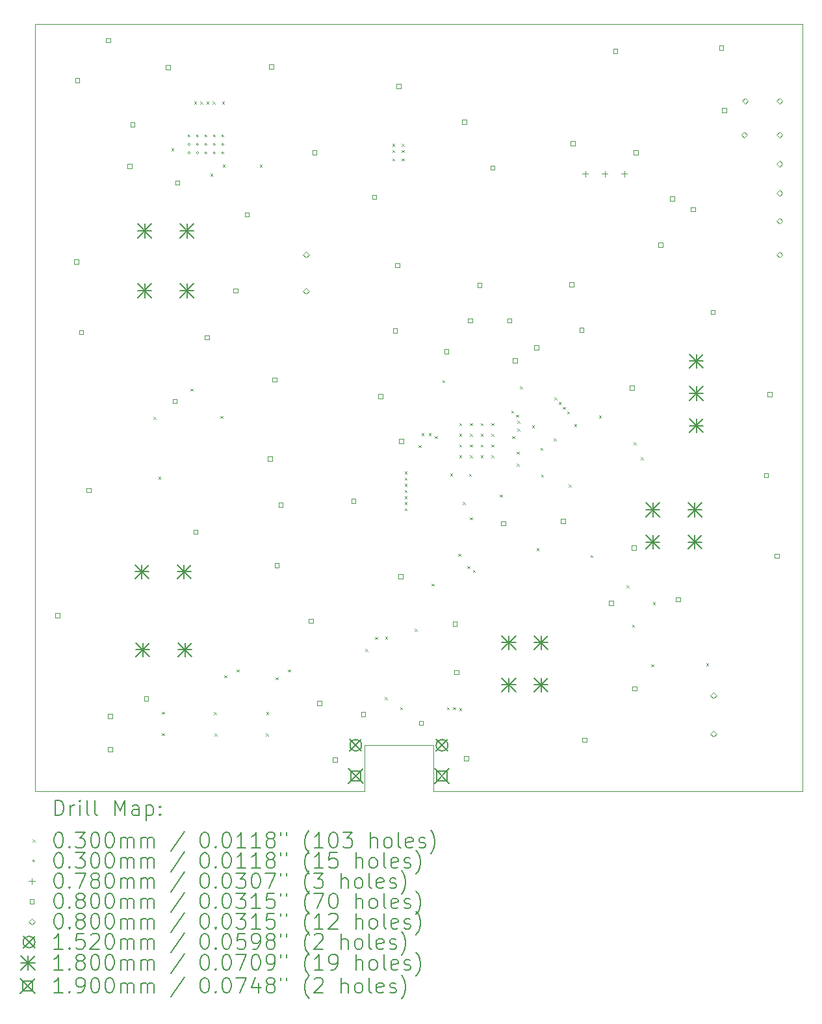
<source format=gbr>
%TF.GenerationSoftware,KiCad,Pcbnew,8.0.0*%
%TF.CreationDate,2024-03-30T13:43:12+01:00*%
%TF.ProjectId,schematic-main_HCU,73636865-6d61-4746-9963-2d6d61696e5f,rev?*%
%TF.SameCoordinates,Original*%
%TF.FileFunction,Drillmap*%
%TF.FilePolarity,Positive*%
%FSLAX45Y45*%
G04 Gerber Fmt 4.5, Leading zero omitted, Abs format (unit mm)*
G04 Created by KiCad (PCBNEW 8.0.0) date 2024-03-30 13:43:12*
%MOMM*%
%LPD*%
G01*
G04 APERTURE LIST*
%ADD10C,0.050000*%
%ADD11C,0.200000*%
%ADD12C,0.100000*%
%ADD13C,0.152000*%
%ADD14C,0.180000*%
%ADD15C,0.190000*%
G04 APERTURE END LIST*
D10*
X9190000Y-15180000D02*
X4900000Y-15180000D01*
X4900000Y-15180000D02*
X4900000Y-5190000D01*
X9190000Y-14580000D02*
X10090000Y-14580000D01*
X10090000Y-15180000D02*
X14900000Y-15180000D01*
X10090000Y-15180000D02*
X10090000Y-14580000D01*
X14900000Y-5190000D02*
X14900000Y-15180000D01*
X14900000Y-5190000D02*
X4900000Y-5190000D01*
X9190000Y-15180000D02*
X9190000Y-14580000D01*
D11*
D12*
X6442950Y-10303600D02*
X6472950Y-10333600D01*
X6472950Y-10303600D02*
X6442950Y-10333600D01*
X6505000Y-11085000D02*
X6535000Y-11115000D01*
X6535000Y-11085000D02*
X6505000Y-11115000D01*
X6552044Y-14142544D02*
X6582044Y-14172544D01*
X6582044Y-14142544D02*
X6552044Y-14172544D01*
X6552044Y-14422544D02*
X6582044Y-14452544D01*
X6582044Y-14422544D02*
X6552044Y-14452544D01*
X6675000Y-6805000D02*
X6705000Y-6835000D01*
X6705000Y-6805000D02*
X6675000Y-6835000D01*
X6925000Y-9935000D02*
X6955000Y-9965000D01*
X6955000Y-9935000D02*
X6925000Y-9965000D01*
X6972499Y-6197500D02*
X7002499Y-6227500D01*
X7002499Y-6197500D02*
X6972499Y-6227500D01*
X7052499Y-6197500D02*
X7082499Y-6227500D01*
X7082499Y-6197500D02*
X7052499Y-6227500D01*
X7132500Y-6197500D02*
X7162500Y-6227500D01*
X7162500Y-6197500D02*
X7132500Y-6227500D01*
X7182500Y-7137500D02*
X7212500Y-7167500D01*
X7212500Y-7137500D02*
X7182500Y-7167500D01*
X7212500Y-6197500D02*
X7242500Y-6227500D01*
X7242500Y-6197500D02*
X7212500Y-6227500D01*
X7232500Y-14146250D02*
X7262500Y-14176250D01*
X7262500Y-14146250D02*
X7232500Y-14176250D01*
X7238750Y-14426250D02*
X7268750Y-14456250D01*
X7268750Y-14426250D02*
X7238750Y-14456250D01*
X7315000Y-10290000D02*
X7345000Y-10320000D01*
X7345000Y-10290000D02*
X7315000Y-10320000D01*
X7336250Y-6197500D02*
X7366250Y-6227500D01*
X7366250Y-6197500D02*
X7336250Y-6227500D01*
X7345000Y-7017500D02*
X7375000Y-7047500D01*
X7375000Y-7017500D02*
X7345000Y-7047500D01*
X7365000Y-13670000D02*
X7395000Y-13700000D01*
X7395000Y-13670000D02*
X7365000Y-13700000D01*
X7525000Y-13592500D02*
X7555000Y-13622500D01*
X7555000Y-13592500D02*
X7525000Y-13622500D01*
X7828750Y-7017500D02*
X7858750Y-7047500D01*
X7858750Y-7017500D02*
X7828750Y-7047500D01*
X7908750Y-14426250D02*
X7938750Y-14456250D01*
X7938750Y-14426250D02*
X7908750Y-14456250D01*
X7912500Y-14146250D02*
X7942500Y-14176250D01*
X7942500Y-14146250D02*
X7912500Y-14176250D01*
X8035000Y-13695000D02*
X8065000Y-13725000D01*
X8065000Y-13695000D02*
X8035000Y-13725000D01*
X8195000Y-13592500D02*
X8225000Y-13622500D01*
X8225000Y-13592500D02*
X8195000Y-13622500D01*
X9205000Y-13325000D02*
X9235000Y-13355000D01*
X9235000Y-13325000D02*
X9205000Y-13355000D01*
X9330000Y-13170000D02*
X9360000Y-13200000D01*
X9360000Y-13170000D02*
X9330000Y-13200000D01*
X9455000Y-13955000D02*
X9485000Y-13985000D01*
X9485000Y-13955000D02*
X9455000Y-13985000D01*
X9460000Y-13165000D02*
X9490000Y-13195000D01*
X9490000Y-13165000D02*
X9460000Y-13195000D01*
X9555000Y-6750000D02*
X9585000Y-6780000D01*
X9585000Y-6750000D02*
X9555000Y-6780000D01*
X9555000Y-6830000D02*
X9585000Y-6860000D01*
X9585000Y-6830000D02*
X9555000Y-6860000D01*
X9555000Y-6940000D02*
X9585000Y-6970000D01*
X9585000Y-6940000D02*
X9555000Y-6970000D01*
X9655000Y-14085000D02*
X9685000Y-14115000D01*
X9685000Y-14085000D02*
X9655000Y-14115000D01*
X9675000Y-6750000D02*
X9705000Y-6780000D01*
X9705000Y-6750000D02*
X9675000Y-6780000D01*
X9675000Y-6830000D02*
X9705000Y-6860000D01*
X9705000Y-6830000D02*
X9675000Y-6860000D01*
X9675000Y-6940000D02*
X9705000Y-6970000D01*
X9705000Y-6940000D02*
X9675000Y-6970000D01*
X9714700Y-11335001D02*
X9744700Y-11365001D01*
X9744700Y-11335001D02*
X9714700Y-11365001D01*
X9714940Y-11495000D02*
X9744940Y-11525000D01*
X9744940Y-11495000D02*
X9714940Y-11525000D01*
X9715000Y-11015000D02*
X9745000Y-11045000D01*
X9745000Y-11015000D02*
X9715000Y-11045000D01*
X9715000Y-11095000D02*
X9745000Y-11125000D01*
X9745000Y-11095000D02*
X9715000Y-11125000D01*
X9715000Y-11175001D02*
X9745000Y-11205001D01*
X9745000Y-11175001D02*
X9715000Y-11205001D01*
X9715000Y-11255001D02*
X9745000Y-11285001D01*
X9745000Y-11255001D02*
X9715000Y-11285001D01*
X9715100Y-11415000D02*
X9745100Y-11445000D01*
X9745100Y-11415000D02*
X9715100Y-11445000D01*
X9845000Y-13065000D02*
X9875000Y-13095000D01*
X9875000Y-13065000D02*
X9845000Y-13095000D01*
X9895000Y-10672500D02*
X9925000Y-10702500D01*
X9925000Y-10672500D02*
X9895000Y-10702500D01*
X9935000Y-10515000D02*
X9965000Y-10545000D01*
X9965000Y-10515000D02*
X9935000Y-10545000D01*
X10029949Y-10515000D02*
X10059949Y-10545000D01*
X10059949Y-10515000D02*
X10029949Y-10545000D01*
X10065000Y-12475000D02*
X10095000Y-12505000D01*
X10095000Y-12475000D02*
X10065000Y-12505000D01*
X10108049Y-10555000D02*
X10138049Y-10585000D01*
X10138049Y-10555000D02*
X10108049Y-10585000D01*
X10205000Y-9825000D02*
X10235000Y-9855000D01*
X10235000Y-9825000D02*
X10205000Y-9855000D01*
X10265000Y-14085000D02*
X10295000Y-14115000D01*
X10295000Y-14085000D02*
X10265000Y-14115000D01*
X10309289Y-11039289D02*
X10339289Y-11069289D01*
X10339289Y-11039289D02*
X10309289Y-11069289D01*
X10345000Y-14085000D02*
X10375000Y-14115000D01*
X10375000Y-14085000D02*
X10345000Y-14115000D01*
X10415000Y-12085000D02*
X10445000Y-12115000D01*
X10445000Y-12085000D02*
X10415000Y-12115000D01*
X10425000Y-10385000D02*
X10455000Y-10415000D01*
X10455000Y-10385000D02*
X10425000Y-10415000D01*
X10425000Y-10525000D02*
X10455000Y-10555000D01*
X10455000Y-10525000D02*
X10425000Y-10555000D01*
X10425000Y-10665000D02*
X10455000Y-10695000D01*
X10455000Y-10665000D02*
X10425000Y-10695000D01*
X10425000Y-10805000D02*
X10455000Y-10835000D01*
X10455000Y-10805000D02*
X10425000Y-10835000D01*
X10425000Y-14095000D02*
X10455000Y-14125000D01*
X10455000Y-14095000D02*
X10425000Y-14125000D01*
X10471250Y-11411250D02*
X10501250Y-11441250D01*
X10501250Y-11411250D02*
X10471250Y-11441250D01*
X10532500Y-12247500D02*
X10562500Y-12277500D01*
X10562500Y-12247500D02*
X10532500Y-12277500D01*
X10555000Y-11045000D02*
X10585000Y-11075000D01*
X10585000Y-11045000D02*
X10555000Y-11075000D01*
X10565000Y-10385000D02*
X10595000Y-10415000D01*
X10595000Y-10385000D02*
X10565000Y-10415000D01*
X10565000Y-10525000D02*
X10595000Y-10555000D01*
X10595000Y-10525000D02*
X10565000Y-10555000D01*
X10565000Y-10665000D02*
X10595000Y-10695000D01*
X10595000Y-10665000D02*
X10565000Y-10695000D01*
X10565000Y-10805000D02*
X10595000Y-10835000D01*
X10595000Y-10805000D02*
X10565000Y-10835000D01*
X10565000Y-11612500D02*
X10595000Y-11642500D01*
X10595000Y-11612500D02*
X10565000Y-11642500D01*
X10602500Y-12297500D02*
X10632500Y-12327500D01*
X10632500Y-12297500D02*
X10602500Y-12327500D01*
X10705000Y-10385000D02*
X10735000Y-10415000D01*
X10735000Y-10385000D02*
X10705000Y-10415000D01*
X10705000Y-10525000D02*
X10735000Y-10555000D01*
X10735000Y-10525000D02*
X10705000Y-10555000D01*
X10705000Y-10665000D02*
X10735000Y-10695000D01*
X10735000Y-10665000D02*
X10705000Y-10695000D01*
X10705000Y-10805000D02*
X10735000Y-10835000D01*
X10735000Y-10805000D02*
X10705000Y-10835000D01*
X10845000Y-10385000D02*
X10875000Y-10415000D01*
X10875000Y-10385000D02*
X10845000Y-10415000D01*
X10845000Y-10525000D02*
X10875000Y-10555000D01*
X10875000Y-10525000D02*
X10845000Y-10555000D01*
X10845000Y-10665000D02*
X10875000Y-10695000D01*
X10875000Y-10665000D02*
X10845000Y-10695000D01*
X10845000Y-10805000D02*
X10875000Y-10835000D01*
X10875000Y-10805000D02*
X10845000Y-10835000D01*
X10955000Y-11317500D02*
X10985000Y-11347500D01*
X10985000Y-11317500D02*
X10955000Y-11347500D01*
X11105000Y-10225000D02*
X11135000Y-10255000D01*
X11135000Y-10225000D02*
X11105000Y-10255000D01*
X11115000Y-10555000D02*
X11145000Y-10585000D01*
X11145000Y-10555000D02*
X11115000Y-10585000D01*
X11168960Y-10272970D02*
X11198960Y-10302970D01*
X11198960Y-10272970D02*
X11168960Y-10302970D01*
X11175000Y-10755000D02*
X11205000Y-10785000D01*
X11205000Y-10755000D02*
X11175000Y-10785000D01*
X11175000Y-10915000D02*
X11205000Y-10945000D01*
X11205000Y-10915000D02*
X11175000Y-10945000D01*
X11185000Y-10355000D02*
X11215000Y-10385000D01*
X11215000Y-10355000D02*
X11185000Y-10385000D01*
X11185000Y-10455000D02*
X11215000Y-10485000D01*
X11215000Y-10455000D02*
X11185000Y-10485000D01*
X11217500Y-9905000D02*
X11247500Y-9935000D01*
X11247500Y-9905000D02*
X11217500Y-9935000D01*
X11375000Y-10415000D02*
X11405000Y-10445000D01*
X11405000Y-10415000D02*
X11375000Y-10445000D01*
X11435000Y-12015000D02*
X11465000Y-12045000D01*
X11465000Y-12015000D02*
X11435000Y-12045000D01*
X11485000Y-10705000D02*
X11515000Y-10735000D01*
X11515000Y-10705000D02*
X11485000Y-10735000D01*
X11495000Y-11055000D02*
X11525000Y-11085000D01*
X11525000Y-11055000D02*
X11495000Y-11085000D01*
X11657500Y-10581500D02*
X11687500Y-10611500D01*
X11687500Y-10581500D02*
X11657500Y-10611500D01*
X11668562Y-10048312D02*
X11698562Y-10078312D01*
X11698562Y-10048312D02*
X11668562Y-10078312D01*
X11720435Y-10109215D02*
X11750435Y-10139215D01*
X11750435Y-10109215D02*
X11720435Y-10139215D01*
X11774619Y-10174619D02*
X11804619Y-10204619D01*
X11804619Y-10174619D02*
X11774619Y-10204619D01*
X11831188Y-10231188D02*
X11861188Y-10261188D01*
X11861188Y-10231188D02*
X11831188Y-10261188D01*
X11855000Y-11185000D02*
X11885000Y-11215000D01*
X11885000Y-11185000D02*
X11855000Y-11215000D01*
X11925000Y-10395000D02*
X11955000Y-10425000D01*
X11955000Y-10395000D02*
X11925000Y-10425000D01*
X12135000Y-12105000D02*
X12165000Y-12135000D01*
X12165000Y-12105000D02*
X12135000Y-12135000D01*
X12245000Y-10285000D02*
X12275000Y-10315000D01*
X12275000Y-10285000D02*
X12245000Y-10315000D01*
X12605000Y-12495000D02*
X12635000Y-12525000D01*
X12635000Y-12495000D02*
X12605000Y-12525000D01*
X12679520Y-13008595D02*
X12709520Y-13038595D01*
X12709520Y-13008595D02*
X12679520Y-13038595D01*
X12697810Y-10633425D02*
X12727810Y-10663425D01*
X12727810Y-10633425D02*
X12697810Y-10663425D01*
X12792810Y-10828425D02*
X12822810Y-10858425D01*
X12822810Y-10828425D02*
X12792810Y-10858425D01*
X12929520Y-13523595D02*
X12959520Y-13553595D01*
X12959520Y-13523595D02*
X12929520Y-13553595D01*
X12949520Y-12714845D02*
X12979520Y-12744845D01*
X12979520Y-12714845D02*
X12949520Y-12744845D01*
X13645000Y-13515000D02*
X13675000Y-13545000D01*
X13675000Y-13515000D02*
X13645000Y-13545000D01*
X6920000Y-6645000D02*
G75*
G02*
X6890000Y-6645000I-15000J0D01*
G01*
X6890000Y-6645000D02*
G75*
G02*
X6920000Y-6645000I15000J0D01*
G01*
X6920000Y-6755000D02*
G75*
G02*
X6890000Y-6755000I-15000J0D01*
G01*
X6890000Y-6755000D02*
G75*
G02*
X6920000Y-6755000I15000J0D01*
G01*
X6920000Y-6865000D02*
G75*
G02*
X6890000Y-6865000I-15000J0D01*
G01*
X6890000Y-6865000D02*
G75*
G02*
X6920000Y-6865000I15000J0D01*
G01*
X7030000Y-6645000D02*
G75*
G02*
X7000000Y-6645000I-15000J0D01*
G01*
X7000000Y-6645000D02*
G75*
G02*
X7030000Y-6645000I15000J0D01*
G01*
X7030000Y-6755000D02*
G75*
G02*
X7000000Y-6755000I-15000J0D01*
G01*
X7000000Y-6755000D02*
G75*
G02*
X7030000Y-6755000I15000J0D01*
G01*
X7030000Y-6865000D02*
G75*
G02*
X7000000Y-6865000I-15000J0D01*
G01*
X7000000Y-6865000D02*
G75*
G02*
X7030000Y-6865000I15000J0D01*
G01*
X7140000Y-6645000D02*
G75*
G02*
X7110000Y-6645000I-15000J0D01*
G01*
X7110000Y-6645000D02*
G75*
G02*
X7140000Y-6645000I15000J0D01*
G01*
X7140000Y-6755000D02*
G75*
G02*
X7110000Y-6755000I-15000J0D01*
G01*
X7110000Y-6755000D02*
G75*
G02*
X7140000Y-6755000I15000J0D01*
G01*
X7140000Y-6865000D02*
G75*
G02*
X7110000Y-6865000I-15000J0D01*
G01*
X7110000Y-6865000D02*
G75*
G02*
X7140000Y-6865000I15000J0D01*
G01*
X7250000Y-6645000D02*
G75*
G02*
X7220000Y-6645000I-15000J0D01*
G01*
X7220000Y-6645000D02*
G75*
G02*
X7250000Y-6645000I15000J0D01*
G01*
X7250000Y-6755000D02*
G75*
G02*
X7220000Y-6755000I-15000J0D01*
G01*
X7220000Y-6755000D02*
G75*
G02*
X7250000Y-6755000I15000J0D01*
G01*
X7250000Y-6865000D02*
G75*
G02*
X7220000Y-6865000I-15000J0D01*
G01*
X7220000Y-6865000D02*
G75*
G02*
X7250000Y-6865000I15000J0D01*
G01*
X7360000Y-6645000D02*
G75*
G02*
X7330000Y-6645000I-15000J0D01*
G01*
X7330000Y-6645000D02*
G75*
G02*
X7360000Y-6645000I15000J0D01*
G01*
X7360000Y-6755000D02*
G75*
G02*
X7330000Y-6755000I-15000J0D01*
G01*
X7330000Y-6755000D02*
G75*
G02*
X7360000Y-6755000I15000J0D01*
G01*
X7360000Y-6865000D02*
G75*
G02*
X7330000Y-6865000I-15000J0D01*
G01*
X7330000Y-6865000D02*
G75*
G02*
X7360000Y-6865000I15000J0D01*
G01*
X12068420Y-7099200D02*
X12068420Y-7177200D01*
X12029420Y-7138200D02*
X12107420Y-7138200D01*
X12322420Y-7099200D02*
X12322420Y-7177200D01*
X12283420Y-7138200D02*
X12361420Y-7138200D01*
X12576420Y-7099200D02*
X12576420Y-7177200D01*
X12537420Y-7138200D02*
X12615420Y-7138200D01*
X5223285Y-12918284D02*
X5223285Y-12861715D01*
X5166716Y-12861715D01*
X5166716Y-12918284D01*
X5223285Y-12918284D01*
X5468285Y-8308284D02*
X5468285Y-8251715D01*
X5411716Y-8251715D01*
X5411716Y-8308284D01*
X5468285Y-8308284D01*
X5478285Y-5948284D02*
X5478285Y-5891715D01*
X5421716Y-5891715D01*
X5421716Y-5948284D01*
X5478285Y-5948284D01*
X5528285Y-9228285D02*
X5528285Y-9171716D01*
X5471716Y-9171716D01*
X5471716Y-9228285D01*
X5528285Y-9228285D01*
X5628284Y-11288284D02*
X5628284Y-11231715D01*
X5571716Y-11231715D01*
X5571716Y-11288284D01*
X5628284Y-11288284D01*
X5878284Y-5428285D02*
X5878284Y-5371716D01*
X5821715Y-5371716D01*
X5821715Y-5428285D01*
X5878284Y-5428285D01*
X5908284Y-14228284D02*
X5908284Y-14171715D01*
X5851715Y-14171715D01*
X5851715Y-14228284D01*
X5908284Y-14228284D01*
X5908284Y-14658284D02*
X5908284Y-14601715D01*
X5851715Y-14601715D01*
X5851715Y-14658284D01*
X5908284Y-14658284D01*
X6158284Y-7068284D02*
X6158284Y-7011715D01*
X6101715Y-7011715D01*
X6101715Y-7068284D01*
X6158284Y-7068284D01*
X6198284Y-6523241D02*
X6198284Y-6466672D01*
X6141715Y-6466672D01*
X6141715Y-6523241D01*
X6198284Y-6523241D01*
X6375784Y-13998284D02*
X6375784Y-13941715D01*
X6319215Y-13941715D01*
X6319215Y-13998284D01*
X6375784Y-13998284D01*
X6658284Y-5778284D02*
X6658284Y-5721715D01*
X6601715Y-5721715D01*
X6601715Y-5778284D01*
X6658284Y-5778284D01*
X6748284Y-10128285D02*
X6748284Y-10071716D01*
X6691715Y-10071716D01*
X6691715Y-10128285D01*
X6748284Y-10128285D01*
X6783284Y-7283284D02*
X6783284Y-7226715D01*
X6726715Y-7226715D01*
X6726715Y-7283284D01*
X6783284Y-7283284D01*
X7018284Y-11828284D02*
X7018284Y-11771715D01*
X6961715Y-11771715D01*
X6961715Y-11828284D01*
X7018284Y-11828284D01*
X7168284Y-9298285D02*
X7168284Y-9241716D01*
X7111715Y-9241716D01*
X7111715Y-9298285D01*
X7168284Y-9298285D01*
X7538284Y-8688285D02*
X7538284Y-8631716D01*
X7481715Y-8631716D01*
X7481715Y-8688285D01*
X7538284Y-8688285D01*
X7688284Y-7698284D02*
X7688284Y-7641715D01*
X7631715Y-7641715D01*
X7631715Y-7698284D01*
X7688284Y-7698284D01*
X7988284Y-10878285D02*
X7988284Y-10821716D01*
X7931715Y-10821716D01*
X7931715Y-10878285D01*
X7988284Y-10878285D01*
X8008284Y-5768284D02*
X8008284Y-5711715D01*
X7951715Y-5711715D01*
X7951715Y-5768284D01*
X8008284Y-5768284D01*
X8048284Y-9848285D02*
X8048284Y-9791716D01*
X7991715Y-9791716D01*
X7991715Y-9848285D01*
X8048284Y-9848285D01*
X8078284Y-12263284D02*
X8078284Y-12206715D01*
X8021715Y-12206715D01*
X8021715Y-12263284D01*
X8078284Y-12263284D01*
X8128284Y-11478284D02*
X8128284Y-11421715D01*
X8071715Y-11421715D01*
X8071715Y-11478284D01*
X8128284Y-11478284D01*
X8523285Y-12988284D02*
X8523285Y-12931715D01*
X8466716Y-12931715D01*
X8466716Y-12988284D01*
X8523285Y-12988284D01*
X8568285Y-6888284D02*
X8568285Y-6831715D01*
X8511716Y-6831715D01*
X8511716Y-6888284D01*
X8568285Y-6888284D01*
X8633285Y-14058284D02*
X8633285Y-14001715D01*
X8576716Y-14001715D01*
X8576716Y-14058284D01*
X8633285Y-14058284D01*
X8838285Y-14798284D02*
X8838285Y-14741715D01*
X8781716Y-14741715D01*
X8781716Y-14798284D01*
X8838285Y-14798284D01*
X9078285Y-11428284D02*
X9078285Y-11371715D01*
X9021716Y-11371715D01*
X9021716Y-11428284D01*
X9078285Y-11428284D01*
X9203285Y-14203284D02*
X9203285Y-14146715D01*
X9146716Y-14146715D01*
X9146716Y-14203284D01*
X9203285Y-14203284D01*
X9348285Y-7468284D02*
X9348285Y-7411715D01*
X9291716Y-7411715D01*
X9291716Y-7468284D01*
X9348285Y-7468284D01*
X9430785Y-10065785D02*
X9430785Y-10009216D01*
X9374216Y-10009216D01*
X9374216Y-10065785D01*
X9430785Y-10065785D01*
X9618285Y-9208285D02*
X9618285Y-9151716D01*
X9561716Y-9151716D01*
X9561716Y-9208285D01*
X9618285Y-9208285D01*
X9648285Y-8358284D02*
X9648285Y-8301715D01*
X9591716Y-8301715D01*
X9591716Y-8358284D01*
X9648285Y-8358284D01*
X9668285Y-6023284D02*
X9668285Y-5966715D01*
X9611716Y-5966715D01*
X9611716Y-6023284D01*
X9668285Y-6023284D01*
X9688285Y-12408284D02*
X9688285Y-12351715D01*
X9631716Y-12351715D01*
X9631716Y-12408284D01*
X9688285Y-12408284D01*
X9698285Y-10648285D02*
X9698285Y-10591716D01*
X9641716Y-10591716D01*
X9641716Y-10648285D01*
X9698285Y-10648285D01*
X9958285Y-14318284D02*
X9958285Y-14261715D01*
X9901716Y-14261715D01*
X9901716Y-14318284D01*
X9958285Y-14318284D01*
X10288285Y-9478285D02*
X10288285Y-9421716D01*
X10231716Y-9421716D01*
X10231716Y-9478285D01*
X10288285Y-9478285D01*
X10398285Y-13028284D02*
X10398285Y-12971715D01*
X10341716Y-12971715D01*
X10341716Y-13028284D01*
X10398285Y-13028284D01*
X10418285Y-13658284D02*
X10418285Y-13601715D01*
X10361716Y-13601715D01*
X10361716Y-13658284D01*
X10418285Y-13658284D01*
X10523285Y-6488284D02*
X10523285Y-6431715D01*
X10466716Y-6431715D01*
X10466716Y-6488284D01*
X10523285Y-6488284D01*
X10548285Y-14778284D02*
X10548285Y-14721715D01*
X10491716Y-14721715D01*
X10491716Y-14778284D01*
X10548285Y-14778284D01*
X10598285Y-9078285D02*
X10598285Y-9021716D01*
X10541716Y-9021716D01*
X10541716Y-9078285D01*
X10598285Y-9078285D01*
X10718285Y-8618285D02*
X10718285Y-8561716D01*
X10661716Y-8561716D01*
X10661716Y-8618285D01*
X10718285Y-8618285D01*
X10888285Y-7088284D02*
X10888285Y-7031715D01*
X10831716Y-7031715D01*
X10831716Y-7088284D01*
X10888285Y-7088284D01*
X11028285Y-11718284D02*
X11028285Y-11661715D01*
X10971716Y-11661715D01*
X10971716Y-11718284D01*
X11028285Y-11718284D01*
X11108285Y-9078285D02*
X11108285Y-9021716D01*
X11051716Y-9021716D01*
X11051716Y-9078285D01*
X11108285Y-9078285D01*
X11178285Y-9598285D02*
X11178285Y-9541716D01*
X11121716Y-9541716D01*
X11121716Y-9598285D01*
X11178285Y-9598285D01*
X11458284Y-9428285D02*
X11458284Y-9371716D01*
X11401715Y-9371716D01*
X11401715Y-9428285D01*
X11458284Y-9428285D01*
X11808284Y-11688284D02*
X11808284Y-11631715D01*
X11751715Y-11631715D01*
X11751715Y-11688284D01*
X11808284Y-11688284D01*
X11918284Y-8608285D02*
X11918284Y-8551716D01*
X11861715Y-8551716D01*
X11861715Y-8608285D01*
X11918284Y-8608285D01*
X11933284Y-6768284D02*
X11933284Y-6711715D01*
X11876715Y-6711715D01*
X11876715Y-6768284D01*
X11933284Y-6768284D01*
X12048284Y-9198285D02*
X12048284Y-9141716D01*
X11991715Y-9141716D01*
X11991715Y-9198285D01*
X12048284Y-9198285D01*
X12088284Y-14538284D02*
X12088284Y-14481715D01*
X12031715Y-14481715D01*
X12031715Y-14538284D01*
X12088284Y-14538284D01*
X12432804Y-12756879D02*
X12432804Y-12700310D01*
X12376235Y-12700310D01*
X12376235Y-12756879D01*
X12432804Y-12756879D01*
X12488284Y-5568285D02*
X12488284Y-5511716D01*
X12431715Y-5511716D01*
X12431715Y-5568285D01*
X12488284Y-5568285D01*
X12702611Y-9950761D02*
X12702611Y-9894192D01*
X12646042Y-9894192D01*
X12646042Y-9950761D01*
X12702611Y-9950761D01*
X12728284Y-12038284D02*
X12728284Y-11981715D01*
X12671715Y-11981715D01*
X12671715Y-12038284D01*
X12728284Y-12038284D01*
X12738284Y-13868284D02*
X12738284Y-13811715D01*
X12681715Y-13811715D01*
X12681715Y-13868284D01*
X12738284Y-13868284D01*
X12753284Y-6888284D02*
X12753284Y-6831715D01*
X12696715Y-6831715D01*
X12696715Y-6888284D01*
X12753284Y-6888284D01*
X13078284Y-8088284D02*
X13078284Y-8031715D01*
X13021715Y-8031715D01*
X13021715Y-8088284D01*
X13078284Y-8088284D01*
X13228284Y-7488284D02*
X13228284Y-7431715D01*
X13171715Y-7431715D01*
X13171715Y-7488284D01*
X13228284Y-7488284D01*
X13308284Y-12708284D02*
X13308284Y-12651715D01*
X13251715Y-12651715D01*
X13251715Y-12708284D01*
X13308284Y-12708284D01*
X13498284Y-7628284D02*
X13498284Y-7571715D01*
X13441715Y-7571715D01*
X13441715Y-7628284D01*
X13498284Y-7628284D01*
X13758284Y-8968285D02*
X13758284Y-8911716D01*
X13701715Y-8911716D01*
X13701715Y-8968285D01*
X13758284Y-8968285D01*
X13868284Y-5528285D02*
X13868284Y-5471716D01*
X13811715Y-5471716D01*
X13811715Y-5528285D01*
X13868284Y-5528285D01*
X13908284Y-6338284D02*
X13908284Y-6281715D01*
X13851715Y-6281715D01*
X13851715Y-6338284D01*
X13908284Y-6338284D01*
X14453284Y-11093285D02*
X14453284Y-11036716D01*
X14396715Y-11036716D01*
X14396715Y-11093285D01*
X14453284Y-11093285D01*
X14498284Y-10038285D02*
X14498284Y-9981716D01*
X14441715Y-9981716D01*
X14441715Y-10038285D01*
X14498284Y-10038285D01*
X14593284Y-12143284D02*
X14593284Y-12086715D01*
X14536715Y-12086715D01*
X14536715Y-12143284D01*
X14593284Y-12143284D01*
X8430000Y-8230000D02*
X8470000Y-8190000D01*
X8430000Y-8150000D01*
X8390000Y-8190000D01*
X8430000Y-8230000D01*
X8430000Y-8705000D02*
X8470000Y-8665000D01*
X8430000Y-8625000D01*
X8390000Y-8665000D01*
X8430000Y-8705000D01*
X13740000Y-13970000D02*
X13780000Y-13930000D01*
X13740000Y-13890000D01*
X13700000Y-13930000D01*
X13740000Y-13970000D01*
X13740000Y-14470000D02*
X13780000Y-14430000D01*
X13740000Y-14390000D01*
X13700000Y-14430000D01*
X13740000Y-14470000D01*
X14140000Y-6670000D02*
X14180000Y-6630000D01*
X14140000Y-6590000D01*
X14100000Y-6630000D01*
X14140000Y-6670000D01*
X14150000Y-6230000D02*
X14190000Y-6190000D01*
X14150000Y-6150000D01*
X14110000Y-6190000D01*
X14150000Y-6230000D01*
X14600000Y-6230000D02*
X14640000Y-6190000D01*
X14600000Y-6150000D01*
X14560000Y-6190000D01*
X14600000Y-6230000D01*
X14600000Y-6670000D02*
X14640000Y-6630000D01*
X14600000Y-6590000D01*
X14560000Y-6630000D01*
X14600000Y-6670000D01*
X14600000Y-7050000D02*
X14640000Y-7010000D01*
X14600000Y-6970000D01*
X14560000Y-7010000D01*
X14600000Y-7050000D01*
X14600000Y-7430000D02*
X14640000Y-7390000D01*
X14600000Y-7350000D01*
X14560000Y-7390000D01*
X14600000Y-7430000D01*
X14600000Y-7790000D02*
X14640000Y-7750000D01*
X14600000Y-7710000D01*
X14560000Y-7750000D01*
X14600000Y-7790000D01*
X14600000Y-8230000D02*
X14640000Y-8190000D01*
X14600000Y-8150000D01*
X14560000Y-8190000D01*
X14600000Y-8230000D01*
D13*
X9002000Y-14504000D02*
X9154000Y-14656000D01*
X9154000Y-14504000D02*
X9002000Y-14656000D01*
X9154000Y-14580000D02*
G75*
G02*
X9002000Y-14580000I-76000J0D01*
G01*
X9002000Y-14580000D02*
G75*
G02*
X9154000Y-14580000I76000J0D01*
G01*
X10126000Y-14504000D02*
X10278000Y-14656000D01*
X10278000Y-14504000D02*
X10126000Y-14656000D01*
X10278000Y-14580000D02*
G75*
G02*
X10126000Y-14580000I-76000J0D01*
G01*
X10126000Y-14580000D02*
G75*
G02*
X10278000Y-14580000I76000J0D01*
G01*
D14*
X6200000Y-12230000D02*
X6380000Y-12410000D01*
X6380000Y-12230000D02*
X6200000Y-12410000D01*
X6290000Y-12230000D02*
X6290000Y-12410000D01*
X6200000Y-12320000D02*
X6380000Y-12320000D01*
X6212190Y-13245000D02*
X6392190Y-13425000D01*
X6392190Y-13245000D02*
X6212190Y-13425000D01*
X6302190Y-13245000D02*
X6302190Y-13425000D01*
X6212190Y-13335000D02*
X6392190Y-13335000D01*
X6237500Y-7790000D02*
X6417500Y-7970000D01*
X6417500Y-7790000D02*
X6237500Y-7970000D01*
X6327500Y-7790000D02*
X6327500Y-7970000D01*
X6237500Y-7880000D02*
X6417500Y-7880000D01*
X6237500Y-8570000D02*
X6417500Y-8750000D01*
X6417500Y-8570000D02*
X6237500Y-8750000D01*
X6327500Y-8570000D02*
X6327500Y-8750000D01*
X6237500Y-8660000D02*
X6417500Y-8660000D01*
X6750000Y-12230000D02*
X6930000Y-12410000D01*
X6930000Y-12230000D02*
X6750000Y-12410000D01*
X6840000Y-12230000D02*
X6840000Y-12410000D01*
X6750000Y-12320000D02*
X6930000Y-12320000D01*
X6762190Y-13245000D02*
X6942190Y-13425000D01*
X6942190Y-13245000D02*
X6762190Y-13425000D01*
X6852190Y-13245000D02*
X6852190Y-13425000D01*
X6762190Y-13335000D02*
X6942190Y-13335000D01*
X6787500Y-7790000D02*
X6967500Y-7970000D01*
X6967500Y-7790000D02*
X6787500Y-7970000D01*
X6877500Y-7790000D02*
X6877500Y-7970000D01*
X6787500Y-7880000D02*
X6967500Y-7880000D01*
X6787500Y-8570000D02*
X6967500Y-8750000D01*
X6967500Y-8570000D02*
X6787500Y-8750000D01*
X6877500Y-8570000D02*
X6877500Y-8750000D01*
X6787500Y-8660000D02*
X6967500Y-8660000D01*
X10981575Y-13152810D02*
X11161575Y-13332810D01*
X11161575Y-13152810D02*
X10981575Y-13332810D01*
X11071575Y-13152810D02*
X11071575Y-13332810D01*
X10981575Y-13242810D02*
X11161575Y-13242810D01*
X10981575Y-13702810D02*
X11161575Y-13882810D01*
X11161575Y-13702810D02*
X10981575Y-13882810D01*
X11071575Y-13702810D02*
X11071575Y-13882810D01*
X10981575Y-13792810D02*
X11161575Y-13792810D01*
X11401575Y-13152810D02*
X11581575Y-13332810D01*
X11581575Y-13152810D02*
X11401575Y-13332810D01*
X11491575Y-13152810D02*
X11491575Y-13332810D01*
X11401575Y-13242810D02*
X11581575Y-13242810D01*
X11401575Y-13702810D02*
X11581575Y-13882810D01*
X11581575Y-13702810D02*
X11401575Y-13882810D01*
X11491575Y-13702810D02*
X11491575Y-13882810D01*
X11401575Y-13792810D02*
X11581575Y-13792810D01*
X12857810Y-11423425D02*
X13037810Y-11603425D01*
X13037810Y-11423425D02*
X12857810Y-11603425D01*
X12947810Y-11423425D02*
X12947810Y-11603425D01*
X12857810Y-11513425D02*
X13037810Y-11513425D01*
X12857810Y-11843425D02*
X13037810Y-12023425D01*
X13037810Y-11843425D02*
X12857810Y-12023425D01*
X12947810Y-11843425D02*
X12947810Y-12023425D01*
X12857810Y-11933425D02*
X13037810Y-11933425D01*
X13407810Y-11423425D02*
X13587810Y-11603425D01*
X13587810Y-11423425D02*
X13407810Y-11603425D01*
X13497810Y-11423425D02*
X13497810Y-11603425D01*
X13407810Y-11513425D02*
X13587810Y-11513425D01*
X13407810Y-11843425D02*
X13587810Y-12023425D01*
X13587810Y-11843425D02*
X13407810Y-12023425D01*
X13497810Y-11843425D02*
X13497810Y-12023425D01*
X13407810Y-11933425D02*
X13587810Y-11933425D01*
X13426520Y-9486850D02*
X13606520Y-9666850D01*
X13606520Y-9486850D02*
X13426520Y-9666850D01*
X13516520Y-9486850D02*
X13516520Y-9666850D01*
X13426520Y-9576850D02*
X13606520Y-9576850D01*
X13426520Y-9906850D02*
X13606520Y-10086850D01*
X13606520Y-9906850D02*
X13426520Y-10086850D01*
X13516520Y-9906850D02*
X13516520Y-10086850D01*
X13426520Y-9996850D02*
X13606520Y-9996850D01*
X13426520Y-10326850D02*
X13606520Y-10506850D01*
X13606520Y-10326850D02*
X13426520Y-10506850D01*
X13516520Y-10326850D02*
X13516520Y-10506850D01*
X13426520Y-10416850D02*
X13606520Y-10416850D01*
D15*
X8983000Y-14885000D02*
X9173000Y-15075000D01*
X9173000Y-14885000D02*
X8983000Y-15075000D01*
X9145176Y-15047176D02*
X9145176Y-14912824D01*
X9010824Y-14912824D01*
X9010824Y-15047176D01*
X9145176Y-15047176D01*
X10107000Y-14885000D02*
X10297000Y-15075000D01*
X10297000Y-14885000D02*
X10107000Y-15075000D01*
X10269176Y-15047176D02*
X10269176Y-14912824D01*
X10134824Y-14912824D01*
X10134824Y-15047176D01*
X10269176Y-15047176D01*
D11*
X5158277Y-15493984D02*
X5158277Y-15293984D01*
X5158277Y-15293984D02*
X5205896Y-15293984D01*
X5205896Y-15293984D02*
X5234467Y-15303508D01*
X5234467Y-15303508D02*
X5253515Y-15322555D01*
X5253515Y-15322555D02*
X5263039Y-15341603D01*
X5263039Y-15341603D02*
X5272563Y-15379698D01*
X5272563Y-15379698D02*
X5272563Y-15408269D01*
X5272563Y-15408269D02*
X5263039Y-15446365D01*
X5263039Y-15446365D02*
X5253515Y-15465412D01*
X5253515Y-15465412D02*
X5234467Y-15484460D01*
X5234467Y-15484460D02*
X5205896Y-15493984D01*
X5205896Y-15493984D02*
X5158277Y-15493984D01*
X5358277Y-15493984D02*
X5358277Y-15360650D01*
X5358277Y-15398746D02*
X5367801Y-15379698D01*
X5367801Y-15379698D02*
X5377324Y-15370174D01*
X5377324Y-15370174D02*
X5396372Y-15360650D01*
X5396372Y-15360650D02*
X5415420Y-15360650D01*
X5482086Y-15493984D02*
X5482086Y-15360650D01*
X5482086Y-15293984D02*
X5472563Y-15303508D01*
X5472563Y-15303508D02*
X5482086Y-15313031D01*
X5482086Y-15313031D02*
X5491610Y-15303508D01*
X5491610Y-15303508D02*
X5482086Y-15293984D01*
X5482086Y-15293984D02*
X5482086Y-15313031D01*
X5605896Y-15493984D02*
X5586848Y-15484460D01*
X5586848Y-15484460D02*
X5577324Y-15465412D01*
X5577324Y-15465412D02*
X5577324Y-15293984D01*
X5710658Y-15493984D02*
X5691610Y-15484460D01*
X5691610Y-15484460D02*
X5682086Y-15465412D01*
X5682086Y-15465412D02*
X5682086Y-15293984D01*
X5939229Y-15493984D02*
X5939229Y-15293984D01*
X5939229Y-15293984D02*
X6005896Y-15436841D01*
X6005896Y-15436841D02*
X6072562Y-15293984D01*
X6072562Y-15293984D02*
X6072562Y-15493984D01*
X6253515Y-15493984D02*
X6253515Y-15389222D01*
X6253515Y-15389222D02*
X6243991Y-15370174D01*
X6243991Y-15370174D02*
X6224943Y-15360650D01*
X6224943Y-15360650D02*
X6186848Y-15360650D01*
X6186848Y-15360650D02*
X6167801Y-15370174D01*
X6253515Y-15484460D02*
X6234467Y-15493984D01*
X6234467Y-15493984D02*
X6186848Y-15493984D01*
X6186848Y-15493984D02*
X6167801Y-15484460D01*
X6167801Y-15484460D02*
X6158277Y-15465412D01*
X6158277Y-15465412D02*
X6158277Y-15446365D01*
X6158277Y-15446365D02*
X6167801Y-15427317D01*
X6167801Y-15427317D02*
X6186848Y-15417793D01*
X6186848Y-15417793D02*
X6234467Y-15417793D01*
X6234467Y-15417793D02*
X6253515Y-15408269D01*
X6348753Y-15360650D02*
X6348753Y-15560650D01*
X6348753Y-15370174D02*
X6367801Y-15360650D01*
X6367801Y-15360650D02*
X6405896Y-15360650D01*
X6405896Y-15360650D02*
X6424943Y-15370174D01*
X6424943Y-15370174D02*
X6434467Y-15379698D01*
X6434467Y-15379698D02*
X6443991Y-15398746D01*
X6443991Y-15398746D02*
X6443991Y-15455888D01*
X6443991Y-15455888D02*
X6434467Y-15474936D01*
X6434467Y-15474936D02*
X6424943Y-15484460D01*
X6424943Y-15484460D02*
X6405896Y-15493984D01*
X6405896Y-15493984D02*
X6367801Y-15493984D01*
X6367801Y-15493984D02*
X6348753Y-15484460D01*
X6529705Y-15474936D02*
X6539229Y-15484460D01*
X6539229Y-15484460D02*
X6529705Y-15493984D01*
X6529705Y-15493984D02*
X6520182Y-15484460D01*
X6520182Y-15484460D02*
X6529705Y-15474936D01*
X6529705Y-15474936D02*
X6529705Y-15493984D01*
X6529705Y-15370174D02*
X6539229Y-15379698D01*
X6539229Y-15379698D02*
X6529705Y-15389222D01*
X6529705Y-15389222D02*
X6520182Y-15379698D01*
X6520182Y-15379698D02*
X6529705Y-15370174D01*
X6529705Y-15370174D02*
X6529705Y-15389222D01*
D12*
X4867500Y-15807500D02*
X4897500Y-15837500D01*
X4897500Y-15807500D02*
X4867500Y-15837500D01*
D11*
X5196372Y-15713984D02*
X5215420Y-15713984D01*
X5215420Y-15713984D02*
X5234467Y-15723508D01*
X5234467Y-15723508D02*
X5243991Y-15733031D01*
X5243991Y-15733031D02*
X5253515Y-15752079D01*
X5253515Y-15752079D02*
X5263039Y-15790174D01*
X5263039Y-15790174D02*
X5263039Y-15837793D01*
X5263039Y-15837793D02*
X5253515Y-15875888D01*
X5253515Y-15875888D02*
X5243991Y-15894936D01*
X5243991Y-15894936D02*
X5234467Y-15904460D01*
X5234467Y-15904460D02*
X5215420Y-15913984D01*
X5215420Y-15913984D02*
X5196372Y-15913984D01*
X5196372Y-15913984D02*
X5177324Y-15904460D01*
X5177324Y-15904460D02*
X5167801Y-15894936D01*
X5167801Y-15894936D02*
X5158277Y-15875888D01*
X5158277Y-15875888D02*
X5148753Y-15837793D01*
X5148753Y-15837793D02*
X5148753Y-15790174D01*
X5148753Y-15790174D02*
X5158277Y-15752079D01*
X5158277Y-15752079D02*
X5167801Y-15733031D01*
X5167801Y-15733031D02*
X5177324Y-15723508D01*
X5177324Y-15723508D02*
X5196372Y-15713984D01*
X5348753Y-15894936D02*
X5358277Y-15904460D01*
X5358277Y-15904460D02*
X5348753Y-15913984D01*
X5348753Y-15913984D02*
X5339229Y-15904460D01*
X5339229Y-15904460D02*
X5348753Y-15894936D01*
X5348753Y-15894936D02*
X5348753Y-15913984D01*
X5424944Y-15713984D02*
X5548753Y-15713984D01*
X5548753Y-15713984D02*
X5482086Y-15790174D01*
X5482086Y-15790174D02*
X5510658Y-15790174D01*
X5510658Y-15790174D02*
X5529705Y-15799698D01*
X5529705Y-15799698D02*
X5539229Y-15809222D01*
X5539229Y-15809222D02*
X5548753Y-15828269D01*
X5548753Y-15828269D02*
X5548753Y-15875888D01*
X5548753Y-15875888D02*
X5539229Y-15894936D01*
X5539229Y-15894936D02*
X5529705Y-15904460D01*
X5529705Y-15904460D02*
X5510658Y-15913984D01*
X5510658Y-15913984D02*
X5453515Y-15913984D01*
X5453515Y-15913984D02*
X5434467Y-15904460D01*
X5434467Y-15904460D02*
X5424944Y-15894936D01*
X5672562Y-15713984D02*
X5691610Y-15713984D01*
X5691610Y-15713984D02*
X5710658Y-15723508D01*
X5710658Y-15723508D02*
X5720182Y-15733031D01*
X5720182Y-15733031D02*
X5729705Y-15752079D01*
X5729705Y-15752079D02*
X5739229Y-15790174D01*
X5739229Y-15790174D02*
X5739229Y-15837793D01*
X5739229Y-15837793D02*
X5729705Y-15875888D01*
X5729705Y-15875888D02*
X5720182Y-15894936D01*
X5720182Y-15894936D02*
X5710658Y-15904460D01*
X5710658Y-15904460D02*
X5691610Y-15913984D01*
X5691610Y-15913984D02*
X5672562Y-15913984D01*
X5672562Y-15913984D02*
X5653515Y-15904460D01*
X5653515Y-15904460D02*
X5643991Y-15894936D01*
X5643991Y-15894936D02*
X5634467Y-15875888D01*
X5634467Y-15875888D02*
X5624943Y-15837793D01*
X5624943Y-15837793D02*
X5624943Y-15790174D01*
X5624943Y-15790174D02*
X5634467Y-15752079D01*
X5634467Y-15752079D02*
X5643991Y-15733031D01*
X5643991Y-15733031D02*
X5653515Y-15723508D01*
X5653515Y-15723508D02*
X5672562Y-15713984D01*
X5863039Y-15713984D02*
X5882086Y-15713984D01*
X5882086Y-15713984D02*
X5901134Y-15723508D01*
X5901134Y-15723508D02*
X5910658Y-15733031D01*
X5910658Y-15733031D02*
X5920182Y-15752079D01*
X5920182Y-15752079D02*
X5929705Y-15790174D01*
X5929705Y-15790174D02*
X5929705Y-15837793D01*
X5929705Y-15837793D02*
X5920182Y-15875888D01*
X5920182Y-15875888D02*
X5910658Y-15894936D01*
X5910658Y-15894936D02*
X5901134Y-15904460D01*
X5901134Y-15904460D02*
X5882086Y-15913984D01*
X5882086Y-15913984D02*
X5863039Y-15913984D01*
X5863039Y-15913984D02*
X5843991Y-15904460D01*
X5843991Y-15904460D02*
X5834467Y-15894936D01*
X5834467Y-15894936D02*
X5824943Y-15875888D01*
X5824943Y-15875888D02*
X5815420Y-15837793D01*
X5815420Y-15837793D02*
X5815420Y-15790174D01*
X5815420Y-15790174D02*
X5824943Y-15752079D01*
X5824943Y-15752079D02*
X5834467Y-15733031D01*
X5834467Y-15733031D02*
X5843991Y-15723508D01*
X5843991Y-15723508D02*
X5863039Y-15713984D01*
X6015420Y-15913984D02*
X6015420Y-15780650D01*
X6015420Y-15799698D02*
X6024943Y-15790174D01*
X6024943Y-15790174D02*
X6043991Y-15780650D01*
X6043991Y-15780650D02*
X6072563Y-15780650D01*
X6072563Y-15780650D02*
X6091610Y-15790174D01*
X6091610Y-15790174D02*
X6101134Y-15809222D01*
X6101134Y-15809222D02*
X6101134Y-15913984D01*
X6101134Y-15809222D02*
X6110658Y-15790174D01*
X6110658Y-15790174D02*
X6129705Y-15780650D01*
X6129705Y-15780650D02*
X6158277Y-15780650D01*
X6158277Y-15780650D02*
X6177324Y-15790174D01*
X6177324Y-15790174D02*
X6186848Y-15809222D01*
X6186848Y-15809222D02*
X6186848Y-15913984D01*
X6282086Y-15913984D02*
X6282086Y-15780650D01*
X6282086Y-15799698D02*
X6291610Y-15790174D01*
X6291610Y-15790174D02*
X6310658Y-15780650D01*
X6310658Y-15780650D02*
X6339229Y-15780650D01*
X6339229Y-15780650D02*
X6358277Y-15790174D01*
X6358277Y-15790174D02*
X6367801Y-15809222D01*
X6367801Y-15809222D02*
X6367801Y-15913984D01*
X6367801Y-15809222D02*
X6377324Y-15790174D01*
X6377324Y-15790174D02*
X6396372Y-15780650D01*
X6396372Y-15780650D02*
X6424943Y-15780650D01*
X6424943Y-15780650D02*
X6443991Y-15790174D01*
X6443991Y-15790174D02*
X6453515Y-15809222D01*
X6453515Y-15809222D02*
X6453515Y-15913984D01*
X6843991Y-15704460D02*
X6672563Y-15961603D01*
X7101134Y-15713984D02*
X7120182Y-15713984D01*
X7120182Y-15713984D02*
X7139229Y-15723508D01*
X7139229Y-15723508D02*
X7148753Y-15733031D01*
X7148753Y-15733031D02*
X7158277Y-15752079D01*
X7158277Y-15752079D02*
X7167801Y-15790174D01*
X7167801Y-15790174D02*
X7167801Y-15837793D01*
X7167801Y-15837793D02*
X7158277Y-15875888D01*
X7158277Y-15875888D02*
X7148753Y-15894936D01*
X7148753Y-15894936D02*
X7139229Y-15904460D01*
X7139229Y-15904460D02*
X7120182Y-15913984D01*
X7120182Y-15913984D02*
X7101134Y-15913984D01*
X7101134Y-15913984D02*
X7082086Y-15904460D01*
X7082086Y-15904460D02*
X7072563Y-15894936D01*
X7072563Y-15894936D02*
X7063039Y-15875888D01*
X7063039Y-15875888D02*
X7053515Y-15837793D01*
X7053515Y-15837793D02*
X7053515Y-15790174D01*
X7053515Y-15790174D02*
X7063039Y-15752079D01*
X7063039Y-15752079D02*
X7072563Y-15733031D01*
X7072563Y-15733031D02*
X7082086Y-15723508D01*
X7082086Y-15723508D02*
X7101134Y-15713984D01*
X7253515Y-15894936D02*
X7263039Y-15904460D01*
X7263039Y-15904460D02*
X7253515Y-15913984D01*
X7253515Y-15913984D02*
X7243991Y-15904460D01*
X7243991Y-15904460D02*
X7253515Y-15894936D01*
X7253515Y-15894936D02*
X7253515Y-15913984D01*
X7386848Y-15713984D02*
X7405896Y-15713984D01*
X7405896Y-15713984D02*
X7424944Y-15723508D01*
X7424944Y-15723508D02*
X7434467Y-15733031D01*
X7434467Y-15733031D02*
X7443991Y-15752079D01*
X7443991Y-15752079D02*
X7453515Y-15790174D01*
X7453515Y-15790174D02*
X7453515Y-15837793D01*
X7453515Y-15837793D02*
X7443991Y-15875888D01*
X7443991Y-15875888D02*
X7434467Y-15894936D01*
X7434467Y-15894936D02*
X7424944Y-15904460D01*
X7424944Y-15904460D02*
X7405896Y-15913984D01*
X7405896Y-15913984D02*
X7386848Y-15913984D01*
X7386848Y-15913984D02*
X7367801Y-15904460D01*
X7367801Y-15904460D02*
X7358277Y-15894936D01*
X7358277Y-15894936D02*
X7348753Y-15875888D01*
X7348753Y-15875888D02*
X7339229Y-15837793D01*
X7339229Y-15837793D02*
X7339229Y-15790174D01*
X7339229Y-15790174D02*
X7348753Y-15752079D01*
X7348753Y-15752079D02*
X7358277Y-15733031D01*
X7358277Y-15733031D02*
X7367801Y-15723508D01*
X7367801Y-15723508D02*
X7386848Y-15713984D01*
X7643991Y-15913984D02*
X7529706Y-15913984D01*
X7586848Y-15913984D02*
X7586848Y-15713984D01*
X7586848Y-15713984D02*
X7567801Y-15742555D01*
X7567801Y-15742555D02*
X7548753Y-15761603D01*
X7548753Y-15761603D02*
X7529706Y-15771127D01*
X7834467Y-15913984D02*
X7720182Y-15913984D01*
X7777325Y-15913984D02*
X7777325Y-15713984D01*
X7777325Y-15713984D02*
X7758277Y-15742555D01*
X7758277Y-15742555D02*
X7739229Y-15761603D01*
X7739229Y-15761603D02*
X7720182Y-15771127D01*
X7948753Y-15799698D02*
X7929706Y-15790174D01*
X7929706Y-15790174D02*
X7920182Y-15780650D01*
X7920182Y-15780650D02*
X7910658Y-15761603D01*
X7910658Y-15761603D02*
X7910658Y-15752079D01*
X7910658Y-15752079D02*
X7920182Y-15733031D01*
X7920182Y-15733031D02*
X7929706Y-15723508D01*
X7929706Y-15723508D02*
X7948753Y-15713984D01*
X7948753Y-15713984D02*
X7986848Y-15713984D01*
X7986848Y-15713984D02*
X8005896Y-15723508D01*
X8005896Y-15723508D02*
X8015420Y-15733031D01*
X8015420Y-15733031D02*
X8024944Y-15752079D01*
X8024944Y-15752079D02*
X8024944Y-15761603D01*
X8024944Y-15761603D02*
X8015420Y-15780650D01*
X8015420Y-15780650D02*
X8005896Y-15790174D01*
X8005896Y-15790174D02*
X7986848Y-15799698D01*
X7986848Y-15799698D02*
X7948753Y-15799698D01*
X7948753Y-15799698D02*
X7929706Y-15809222D01*
X7929706Y-15809222D02*
X7920182Y-15818746D01*
X7920182Y-15818746D02*
X7910658Y-15837793D01*
X7910658Y-15837793D02*
X7910658Y-15875888D01*
X7910658Y-15875888D02*
X7920182Y-15894936D01*
X7920182Y-15894936D02*
X7929706Y-15904460D01*
X7929706Y-15904460D02*
X7948753Y-15913984D01*
X7948753Y-15913984D02*
X7986848Y-15913984D01*
X7986848Y-15913984D02*
X8005896Y-15904460D01*
X8005896Y-15904460D02*
X8015420Y-15894936D01*
X8015420Y-15894936D02*
X8024944Y-15875888D01*
X8024944Y-15875888D02*
X8024944Y-15837793D01*
X8024944Y-15837793D02*
X8015420Y-15818746D01*
X8015420Y-15818746D02*
X8005896Y-15809222D01*
X8005896Y-15809222D02*
X7986848Y-15799698D01*
X8101134Y-15713984D02*
X8101134Y-15752079D01*
X8177325Y-15713984D02*
X8177325Y-15752079D01*
X8472563Y-15990174D02*
X8463039Y-15980650D01*
X8463039Y-15980650D02*
X8443991Y-15952079D01*
X8443991Y-15952079D02*
X8434468Y-15933031D01*
X8434468Y-15933031D02*
X8424944Y-15904460D01*
X8424944Y-15904460D02*
X8415420Y-15856841D01*
X8415420Y-15856841D02*
X8415420Y-15818746D01*
X8415420Y-15818746D02*
X8424944Y-15771127D01*
X8424944Y-15771127D02*
X8434468Y-15742555D01*
X8434468Y-15742555D02*
X8443991Y-15723508D01*
X8443991Y-15723508D02*
X8463039Y-15694936D01*
X8463039Y-15694936D02*
X8472563Y-15685412D01*
X8653515Y-15913984D02*
X8539230Y-15913984D01*
X8596372Y-15913984D02*
X8596372Y-15713984D01*
X8596372Y-15713984D02*
X8577325Y-15742555D01*
X8577325Y-15742555D02*
X8558277Y-15761603D01*
X8558277Y-15761603D02*
X8539230Y-15771127D01*
X8777325Y-15713984D02*
X8796372Y-15713984D01*
X8796372Y-15713984D02*
X8815420Y-15723508D01*
X8815420Y-15723508D02*
X8824944Y-15733031D01*
X8824944Y-15733031D02*
X8834468Y-15752079D01*
X8834468Y-15752079D02*
X8843991Y-15790174D01*
X8843991Y-15790174D02*
X8843991Y-15837793D01*
X8843991Y-15837793D02*
X8834468Y-15875888D01*
X8834468Y-15875888D02*
X8824944Y-15894936D01*
X8824944Y-15894936D02*
X8815420Y-15904460D01*
X8815420Y-15904460D02*
X8796372Y-15913984D01*
X8796372Y-15913984D02*
X8777325Y-15913984D01*
X8777325Y-15913984D02*
X8758277Y-15904460D01*
X8758277Y-15904460D02*
X8748753Y-15894936D01*
X8748753Y-15894936D02*
X8739230Y-15875888D01*
X8739230Y-15875888D02*
X8729706Y-15837793D01*
X8729706Y-15837793D02*
X8729706Y-15790174D01*
X8729706Y-15790174D02*
X8739230Y-15752079D01*
X8739230Y-15752079D02*
X8748753Y-15733031D01*
X8748753Y-15733031D02*
X8758277Y-15723508D01*
X8758277Y-15723508D02*
X8777325Y-15713984D01*
X8910658Y-15713984D02*
X9034468Y-15713984D01*
X9034468Y-15713984D02*
X8967801Y-15790174D01*
X8967801Y-15790174D02*
X8996372Y-15790174D01*
X8996372Y-15790174D02*
X9015420Y-15799698D01*
X9015420Y-15799698D02*
X9024944Y-15809222D01*
X9024944Y-15809222D02*
X9034468Y-15828269D01*
X9034468Y-15828269D02*
X9034468Y-15875888D01*
X9034468Y-15875888D02*
X9024944Y-15894936D01*
X9024944Y-15894936D02*
X9015420Y-15904460D01*
X9015420Y-15904460D02*
X8996372Y-15913984D01*
X8996372Y-15913984D02*
X8939230Y-15913984D01*
X8939230Y-15913984D02*
X8920182Y-15904460D01*
X8920182Y-15904460D02*
X8910658Y-15894936D01*
X9272563Y-15913984D02*
X9272563Y-15713984D01*
X9358277Y-15913984D02*
X9358277Y-15809222D01*
X9358277Y-15809222D02*
X9348753Y-15790174D01*
X9348753Y-15790174D02*
X9329706Y-15780650D01*
X9329706Y-15780650D02*
X9301134Y-15780650D01*
X9301134Y-15780650D02*
X9282087Y-15790174D01*
X9282087Y-15790174D02*
X9272563Y-15799698D01*
X9482087Y-15913984D02*
X9463039Y-15904460D01*
X9463039Y-15904460D02*
X9453515Y-15894936D01*
X9453515Y-15894936D02*
X9443992Y-15875888D01*
X9443992Y-15875888D02*
X9443992Y-15818746D01*
X9443992Y-15818746D02*
X9453515Y-15799698D01*
X9453515Y-15799698D02*
X9463039Y-15790174D01*
X9463039Y-15790174D02*
X9482087Y-15780650D01*
X9482087Y-15780650D02*
X9510658Y-15780650D01*
X9510658Y-15780650D02*
X9529706Y-15790174D01*
X9529706Y-15790174D02*
X9539230Y-15799698D01*
X9539230Y-15799698D02*
X9548753Y-15818746D01*
X9548753Y-15818746D02*
X9548753Y-15875888D01*
X9548753Y-15875888D02*
X9539230Y-15894936D01*
X9539230Y-15894936D02*
X9529706Y-15904460D01*
X9529706Y-15904460D02*
X9510658Y-15913984D01*
X9510658Y-15913984D02*
X9482087Y-15913984D01*
X9663039Y-15913984D02*
X9643992Y-15904460D01*
X9643992Y-15904460D02*
X9634468Y-15885412D01*
X9634468Y-15885412D02*
X9634468Y-15713984D01*
X9815420Y-15904460D02*
X9796373Y-15913984D01*
X9796373Y-15913984D02*
X9758277Y-15913984D01*
X9758277Y-15913984D02*
X9739230Y-15904460D01*
X9739230Y-15904460D02*
X9729706Y-15885412D01*
X9729706Y-15885412D02*
X9729706Y-15809222D01*
X9729706Y-15809222D02*
X9739230Y-15790174D01*
X9739230Y-15790174D02*
X9758277Y-15780650D01*
X9758277Y-15780650D02*
X9796373Y-15780650D01*
X9796373Y-15780650D02*
X9815420Y-15790174D01*
X9815420Y-15790174D02*
X9824944Y-15809222D01*
X9824944Y-15809222D02*
X9824944Y-15828269D01*
X9824944Y-15828269D02*
X9729706Y-15847317D01*
X9901134Y-15904460D02*
X9920182Y-15913984D01*
X9920182Y-15913984D02*
X9958277Y-15913984D01*
X9958277Y-15913984D02*
X9977325Y-15904460D01*
X9977325Y-15904460D02*
X9986849Y-15885412D01*
X9986849Y-15885412D02*
X9986849Y-15875888D01*
X9986849Y-15875888D02*
X9977325Y-15856841D01*
X9977325Y-15856841D02*
X9958277Y-15847317D01*
X9958277Y-15847317D02*
X9929706Y-15847317D01*
X9929706Y-15847317D02*
X9910658Y-15837793D01*
X9910658Y-15837793D02*
X9901134Y-15818746D01*
X9901134Y-15818746D02*
X9901134Y-15809222D01*
X9901134Y-15809222D02*
X9910658Y-15790174D01*
X9910658Y-15790174D02*
X9929706Y-15780650D01*
X9929706Y-15780650D02*
X9958277Y-15780650D01*
X9958277Y-15780650D02*
X9977325Y-15790174D01*
X10053515Y-15990174D02*
X10063039Y-15980650D01*
X10063039Y-15980650D02*
X10082087Y-15952079D01*
X10082087Y-15952079D02*
X10091611Y-15933031D01*
X10091611Y-15933031D02*
X10101134Y-15904460D01*
X10101134Y-15904460D02*
X10110658Y-15856841D01*
X10110658Y-15856841D02*
X10110658Y-15818746D01*
X10110658Y-15818746D02*
X10101134Y-15771127D01*
X10101134Y-15771127D02*
X10091611Y-15742555D01*
X10091611Y-15742555D02*
X10082087Y-15723508D01*
X10082087Y-15723508D02*
X10063039Y-15694936D01*
X10063039Y-15694936D02*
X10053515Y-15685412D01*
D12*
X4897500Y-16086500D02*
G75*
G02*
X4867500Y-16086500I-15000J0D01*
G01*
X4867500Y-16086500D02*
G75*
G02*
X4897500Y-16086500I15000J0D01*
G01*
D11*
X5196372Y-15977984D02*
X5215420Y-15977984D01*
X5215420Y-15977984D02*
X5234467Y-15987508D01*
X5234467Y-15987508D02*
X5243991Y-15997031D01*
X5243991Y-15997031D02*
X5253515Y-16016079D01*
X5253515Y-16016079D02*
X5263039Y-16054174D01*
X5263039Y-16054174D02*
X5263039Y-16101793D01*
X5263039Y-16101793D02*
X5253515Y-16139888D01*
X5253515Y-16139888D02*
X5243991Y-16158936D01*
X5243991Y-16158936D02*
X5234467Y-16168460D01*
X5234467Y-16168460D02*
X5215420Y-16177984D01*
X5215420Y-16177984D02*
X5196372Y-16177984D01*
X5196372Y-16177984D02*
X5177324Y-16168460D01*
X5177324Y-16168460D02*
X5167801Y-16158936D01*
X5167801Y-16158936D02*
X5158277Y-16139888D01*
X5158277Y-16139888D02*
X5148753Y-16101793D01*
X5148753Y-16101793D02*
X5148753Y-16054174D01*
X5148753Y-16054174D02*
X5158277Y-16016079D01*
X5158277Y-16016079D02*
X5167801Y-15997031D01*
X5167801Y-15997031D02*
X5177324Y-15987508D01*
X5177324Y-15987508D02*
X5196372Y-15977984D01*
X5348753Y-16158936D02*
X5358277Y-16168460D01*
X5358277Y-16168460D02*
X5348753Y-16177984D01*
X5348753Y-16177984D02*
X5339229Y-16168460D01*
X5339229Y-16168460D02*
X5348753Y-16158936D01*
X5348753Y-16158936D02*
X5348753Y-16177984D01*
X5424944Y-15977984D02*
X5548753Y-15977984D01*
X5548753Y-15977984D02*
X5482086Y-16054174D01*
X5482086Y-16054174D02*
X5510658Y-16054174D01*
X5510658Y-16054174D02*
X5529705Y-16063698D01*
X5529705Y-16063698D02*
X5539229Y-16073222D01*
X5539229Y-16073222D02*
X5548753Y-16092269D01*
X5548753Y-16092269D02*
X5548753Y-16139888D01*
X5548753Y-16139888D02*
X5539229Y-16158936D01*
X5539229Y-16158936D02*
X5529705Y-16168460D01*
X5529705Y-16168460D02*
X5510658Y-16177984D01*
X5510658Y-16177984D02*
X5453515Y-16177984D01*
X5453515Y-16177984D02*
X5434467Y-16168460D01*
X5434467Y-16168460D02*
X5424944Y-16158936D01*
X5672562Y-15977984D02*
X5691610Y-15977984D01*
X5691610Y-15977984D02*
X5710658Y-15987508D01*
X5710658Y-15987508D02*
X5720182Y-15997031D01*
X5720182Y-15997031D02*
X5729705Y-16016079D01*
X5729705Y-16016079D02*
X5739229Y-16054174D01*
X5739229Y-16054174D02*
X5739229Y-16101793D01*
X5739229Y-16101793D02*
X5729705Y-16139888D01*
X5729705Y-16139888D02*
X5720182Y-16158936D01*
X5720182Y-16158936D02*
X5710658Y-16168460D01*
X5710658Y-16168460D02*
X5691610Y-16177984D01*
X5691610Y-16177984D02*
X5672562Y-16177984D01*
X5672562Y-16177984D02*
X5653515Y-16168460D01*
X5653515Y-16168460D02*
X5643991Y-16158936D01*
X5643991Y-16158936D02*
X5634467Y-16139888D01*
X5634467Y-16139888D02*
X5624943Y-16101793D01*
X5624943Y-16101793D02*
X5624943Y-16054174D01*
X5624943Y-16054174D02*
X5634467Y-16016079D01*
X5634467Y-16016079D02*
X5643991Y-15997031D01*
X5643991Y-15997031D02*
X5653515Y-15987508D01*
X5653515Y-15987508D02*
X5672562Y-15977984D01*
X5863039Y-15977984D02*
X5882086Y-15977984D01*
X5882086Y-15977984D02*
X5901134Y-15987508D01*
X5901134Y-15987508D02*
X5910658Y-15997031D01*
X5910658Y-15997031D02*
X5920182Y-16016079D01*
X5920182Y-16016079D02*
X5929705Y-16054174D01*
X5929705Y-16054174D02*
X5929705Y-16101793D01*
X5929705Y-16101793D02*
X5920182Y-16139888D01*
X5920182Y-16139888D02*
X5910658Y-16158936D01*
X5910658Y-16158936D02*
X5901134Y-16168460D01*
X5901134Y-16168460D02*
X5882086Y-16177984D01*
X5882086Y-16177984D02*
X5863039Y-16177984D01*
X5863039Y-16177984D02*
X5843991Y-16168460D01*
X5843991Y-16168460D02*
X5834467Y-16158936D01*
X5834467Y-16158936D02*
X5824943Y-16139888D01*
X5824943Y-16139888D02*
X5815420Y-16101793D01*
X5815420Y-16101793D02*
X5815420Y-16054174D01*
X5815420Y-16054174D02*
X5824943Y-16016079D01*
X5824943Y-16016079D02*
X5834467Y-15997031D01*
X5834467Y-15997031D02*
X5843991Y-15987508D01*
X5843991Y-15987508D02*
X5863039Y-15977984D01*
X6015420Y-16177984D02*
X6015420Y-16044650D01*
X6015420Y-16063698D02*
X6024943Y-16054174D01*
X6024943Y-16054174D02*
X6043991Y-16044650D01*
X6043991Y-16044650D02*
X6072563Y-16044650D01*
X6072563Y-16044650D02*
X6091610Y-16054174D01*
X6091610Y-16054174D02*
X6101134Y-16073222D01*
X6101134Y-16073222D02*
X6101134Y-16177984D01*
X6101134Y-16073222D02*
X6110658Y-16054174D01*
X6110658Y-16054174D02*
X6129705Y-16044650D01*
X6129705Y-16044650D02*
X6158277Y-16044650D01*
X6158277Y-16044650D02*
X6177324Y-16054174D01*
X6177324Y-16054174D02*
X6186848Y-16073222D01*
X6186848Y-16073222D02*
X6186848Y-16177984D01*
X6282086Y-16177984D02*
X6282086Y-16044650D01*
X6282086Y-16063698D02*
X6291610Y-16054174D01*
X6291610Y-16054174D02*
X6310658Y-16044650D01*
X6310658Y-16044650D02*
X6339229Y-16044650D01*
X6339229Y-16044650D02*
X6358277Y-16054174D01*
X6358277Y-16054174D02*
X6367801Y-16073222D01*
X6367801Y-16073222D02*
X6367801Y-16177984D01*
X6367801Y-16073222D02*
X6377324Y-16054174D01*
X6377324Y-16054174D02*
X6396372Y-16044650D01*
X6396372Y-16044650D02*
X6424943Y-16044650D01*
X6424943Y-16044650D02*
X6443991Y-16054174D01*
X6443991Y-16054174D02*
X6453515Y-16073222D01*
X6453515Y-16073222D02*
X6453515Y-16177984D01*
X6843991Y-15968460D02*
X6672563Y-16225603D01*
X7101134Y-15977984D02*
X7120182Y-15977984D01*
X7120182Y-15977984D02*
X7139229Y-15987508D01*
X7139229Y-15987508D02*
X7148753Y-15997031D01*
X7148753Y-15997031D02*
X7158277Y-16016079D01*
X7158277Y-16016079D02*
X7167801Y-16054174D01*
X7167801Y-16054174D02*
X7167801Y-16101793D01*
X7167801Y-16101793D02*
X7158277Y-16139888D01*
X7158277Y-16139888D02*
X7148753Y-16158936D01*
X7148753Y-16158936D02*
X7139229Y-16168460D01*
X7139229Y-16168460D02*
X7120182Y-16177984D01*
X7120182Y-16177984D02*
X7101134Y-16177984D01*
X7101134Y-16177984D02*
X7082086Y-16168460D01*
X7082086Y-16168460D02*
X7072563Y-16158936D01*
X7072563Y-16158936D02*
X7063039Y-16139888D01*
X7063039Y-16139888D02*
X7053515Y-16101793D01*
X7053515Y-16101793D02*
X7053515Y-16054174D01*
X7053515Y-16054174D02*
X7063039Y-16016079D01*
X7063039Y-16016079D02*
X7072563Y-15997031D01*
X7072563Y-15997031D02*
X7082086Y-15987508D01*
X7082086Y-15987508D02*
X7101134Y-15977984D01*
X7253515Y-16158936D02*
X7263039Y-16168460D01*
X7263039Y-16168460D02*
X7253515Y-16177984D01*
X7253515Y-16177984D02*
X7243991Y-16168460D01*
X7243991Y-16168460D02*
X7253515Y-16158936D01*
X7253515Y-16158936D02*
X7253515Y-16177984D01*
X7386848Y-15977984D02*
X7405896Y-15977984D01*
X7405896Y-15977984D02*
X7424944Y-15987508D01*
X7424944Y-15987508D02*
X7434467Y-15997031D01*
X7434467Y-15997031D02*
X7443991Y-16016079D01*
X7443991Y-16016079D02*
X7453515Y-16054174D01*
X7453515Y-16054174D02*
X7453515Y-16101793D01*
X7453515Y-16101793D02*
X7443991Y-16139888D01*
X7443991Y-16139888D02*
X7434467Y-16158936D01*
X7434467Y-16158936D02*
X7424944Y-16168460D01*
X7424944Y-16168460D02*
X7405896Y-16177984D01*
X7405896Y-16177984D02*
X7386848Y-16177984D01*
X7386848Y-16177984D02*
X7367801Y-16168460D01*
X7367801Y-16168460D02*
X7358277Y-16158936D01*
X7358277Y-16158936D02*
X7348753Y-16139888D01*
X7348753Y-16139888D02*
X7339229Y-16101793D01*
X7339229Y-16101793D02*
X7339229Y-16054174D01*
X7339229Y-16054174D02*
X7348753Y-16016079D01*
X7348753Y-16016079D02*
X7358277Y-15997031D01*
X7358277Y-15997031D02*
X7367801Y-15987508D01*
X7367801Y-15987508D02*
X7386848Y-15977984D01*
X7643991Y-16177984D02*
X7529706Y-16177984D01*
X7586848Y-16177984D02*
X7586848Y-15977984D01*
X7586848Y-15977984D02*
X7567801Y-16006555D01*
X7567801Y-16006555D02*
X7548753Y-16025603D01*
X7548753Y-16025603D02*
X7529706Y-16035127D01*
X7834467Y-16177984D02*
X7720182Y-16177984D01*
X7777325Y-16177984D02*
X7777325Y-15977984D01*
X7777325Y-15977984D02*
X7758277Y-16006555D01*
X7758277Y-16006555D02*
X7739229Y-16025603D01*
X7739229Y-16025603D02*
X7720182Y-16035127D01*
X7948753Y-16063698D02*
X7929706Y-16054174D01*
X7929706Y-16054174D02*
X7920182Y-16044650D01*
X7920182Y-16044650D02*
X7910658Y-16025603D01*
X7910658Y-16025603D02*
X7910658Y-16016079D01*
X7910658Y-16016079D02*
X7920182Y-15997031D01*
X7920182Y-15997031D02*
X7929706Y-15987508D01*
X7929706Y-15987508D02*
X7948753Y-15977984D01*
X7948753Y-15977984D02*
X7986848Y-15977984D01*
X7986848Y-15977984D02*
X8005896Y-15987508D01*
X8005896Y-15987508D02*
X8015420Y-15997031D01*
X8015420Y-15997031D02*
X8024944Y-16016079D01*
X8024944Y-16016079D02*
X8024944Y-16025603D01*
X8024944Y-16025603D02*
X8015420Y-16044650D01*
X8015420Y-16044650D02*
X8005896Y-16054174D01*
X8005896Y-16054174D02*
X7986848Y-16063698D01*
X7986848Y-16063698D02*
X7948753Y-16063698D01*
X7948753Y-16063698D02*
X7929706Y-16073222D01*
X7929706Y-16073222D02*
X7920182Y-16082746D01*
X7920182Y-16082746D02*
X7910658Y-16101793D01*
X7910658Y-16101793D02*
X7910658Y-16139888D01*
X7910658Y-16139888D02*
X7920182Y-16158936D01*
X7920182Y-16158936D02*
X7929706Y-16168460D01*
X7929706Y-16168460D02*
X7948753Y-16177984D01*
X7948753Y-16177984D02*
X7986848Y-16177984D01*
X7986848Y-16177984D02*
X8005896Y-16168460D01*
X8005896Y-16168460D02*
X8015420Y-16158936D01*
X8015420Y-16158936D02*
X8024944Y-16139888D01*
X8024944Y-16139888D02*
X8024944Y-16101793D01*
X8024944Y-16101793D02*
X8015420Y-16082746D01*
X8015420Y-16082746D02*
X8005896Y-16073222D01*
X8005896Y-16073222D02*
X7986848Y-16063698D01*
X8101134Y-15977984D02*
X8101134Y-16016079D01*
X8177325Y-15977984D02*
X8177325Y-16016079D01*
X8472563Y-16254174D02*
X8463039Y-16244650D01*
X8463039Y-16244650D02*
X8443991Y-16216079D01*
X8443991Y-16216079D02*
X8434468Y-16197031D01*
X8434468Y-16197031D02*
X8424944Y-16168460D01*
X8424944Y-16168460D02*
X8415420Y-16120841D01*
X8415420Y-16120841D02*
X8415420Y-16082746D01*
X8415420Y-16082746D02*
X8424944Y-16035127D01*
X8424944Y-16035127D02*
X8434468Y-16006555D01*
X8434468Y-16006555D02*
X8443991Y-15987508D01*
X8443991Y-15987508D02*
X8463039Y-15958936D01*
X8463039Y-15958936D02*
X8472563Y-15949412D01*
X8653515Y-16177984D02*
X8539230Y-16177984D01*
X8596372Y-16177984D02*
X8596372Y-15977984D01*
X8596372Y-15977984D02*
X8577325Y-16006555D01*
X8577325Y-16006555D02*
X8558277Y-16025603D01*
X8558277Y-16025603D02*
X8539230Y-16035127D01*
X8834468Y-15977984D02*
X8739230Y-15977984D01*
X8739230Y-15977984D02*
X8729706Y-16073222D01*
X8729706Y-16073222D02*
X8739230Y-16063698D01*
X8739230Y-16063698D02*
X8758277Y-16054174D01*
X8758277Y-16054174D02*
X8805896Y-16054174D01*
X8805896Y-16054174D02*
X8824944Y-16063698D01*
X8824944Y-16063698D02*
X8834468Y-16073222D01*
X8834468Y-16073222D02*
X8843991Y-16092269D01*
X8843991Y-16092269D02*
X8843991Y-16139888D01*
X8843991Y-16139888D02*
X8834468Y-16158936D01*
X8834468Y-16158936D02*
X8824944Y-16168460D01*
X8824944Y-16168460D02*
X8805896Y-16177984D01*
X8805896Y-16177984D02*
X8758277Y-16177984D01*
X8758277Y-16177984D02*
X8739230Y-16168460D01*
X8739230Y-16168460D02*
X8729706Y-16158936D01*
X9082087Y-16177984D02*
X9082087Y-15977984D01*
X9167801Y-16177984D02*
X9167801Y-16073222D01*
X9167801Y-16073222D02*
X9158277Y-16054174D01*
X9158277Y-16054174D02*
X9139230Y-16044650D01*
X9139230Y-16044650D02*
X9110658Y-16044650D01*
X9110658Y-16044650D02*
X9091611Y-16054174D01*
X9091611Y-16054174D02*
X9082087Y-16063698D01*
X9291611Y-16177984D02*
X9272563Y-16168460D01*
X9272563Y-16168460D02*
X9263039Y-16158936D01*
X9263039Y-16158936D02*
X9253515Y-16139888D01*
X9253515Y-16139888D02*
X9253515Y-16082746D01*
X9253515Y-16082746D02*
X9263039Y-16063698D01*
X9263039Y-16063698D02*
X9272563Y-16054174D01*
X9272563Y-16054174D02*
X9291611Y-16044650D01*
X9291611Y-16044650D02*
X9320182Y-16044650D01*
X9320182Y-16044650D02*
X9339230Y-16054174D01*
X9339230Y-16054174D02*
X9348753Y-16063698D01*
X9348753Y-16063698D02*
X9358277Y-16082746D01*
X9358277Y-16082746D02*
X9358277Y-16139888D01*
X9358277Y-16139888D02*
X9348753Y-16158936D01*
X9348753Y-16158936D02*
X9339230Y-16168460D01*
X9339230Y-16168460D02*
X9320182Y-16177984D01*
X9320182Y-16177984D02*
X9291611Y-16177984D01*
X9472563Y-16177984D02*
X9453515Y-16168460D01*
X9453515Y-16168460D02*
X9443992Y-16149412D01*
X9443992Y-16149412D02*
X9443992Y-15977984D01*
X9624944Y-16168460D02*
X9605896Y-16177984D01*
X9605896Y-16177984D02*
X9567801Y-16177984D01*
X9567801Y-16177984D02*
X9548753Y-16168460D01*
X9548753Y-16168460D02*
X9539230Y-16149412D01*
X9539230Y-16149412D02*
X9539230Y-16073222D01*
X9539230Y-16073222D02*
X9548753Y-16054174D01*
X9548753Y-16054174D02*
X9567801Y-16044650D01*
X9567801Y-16044650D02*
X9605896Y-16044650D01*
X9605896Y-16044650D02*
X9624944Y-16054174D01*
X9624944Y-16054174D02*
X9634468Y-16073222D01*
X9634468Y-16073222D02*
X9634468Y-16092269D01*
X9634468Y-16092269D02*
X9539230Y-16111317D01*
X9710658Y-16168460D02*
X9729706Y-16177984D01*
X9729706Y-16177984D02*
X9767801Y-16177984D01*
X9767801Y-16177984D02*
X9786849Y-16168460D01*
X9786849Y-16168460D02*
X9796373Y-16149412D01*
X9796373Y-16149412D02*
X9796373Y-16139888D01*
X9796373Y-16139888D02*
X9786849Y-16120841D01*
X9786849Y-16120841D02*
X9767801Y-16111317D01*
X9767801Y-16111317D02*
X9739230Y-16111317D01*
X9739230Y-16111317D02*
X9720182Y-16101793D01*
X9720182Y-16101793D02*
X9710658Y-16082746D01*
X9710658Y-16082746D02*
X9710658Y-16073222D01*
X9710658Y-16073222D02*
X9720182Y-16054174D01*
X9720182Y-16054174D02*
X9739230Y-16044650D01*
X9739230Y-16044650D02*
X9767801Y-16044650D01*
X9767801Y-16044650D02*
X9786849Y-16054174D01*
X9863039Y-16254174D02*
X9872563Y-16244650D01*
X9872563Y-16244650D02*
X9891611Y-16216079D01*
X9891611Y-16216079D02*
X9901134Y-16197031D01*
X9901134Y-16197031D02*
X9910658Y-16168460D01*
X9910658Y-16168460D02*
X9920182Y-16120841D01*
X9920182Y-16120841D02*
X9920182Y-16082746D01*
X9920182Y-16082746D02*
X9910658Y-16035127D01*
X9910658Y-16035127D02*
X9901134Y-16006555D01*
X9901134Y-16006555D02*
X9891611Y-15987508D01*
X9891611Y-15987508D02*
X9872563Y-15958936D01*
X9872563Y-15958936D02*
X9863039Y-15949412D01*
D12*
X4858500Y-16311500D02*
X4858500Y-16389500D01*
X4819500Y-16350500D02*
X4897500Y-16350500D01*
D11*
X5196372Y-16241984D02*
X5215420Y-16241984D01*
X5215420Y-16241984D02*
X5234467Y-16251508D01*
X5234467Y-16251508D02*
X5243991Y-16261031D01*
X5243991Y-16261031D02*
X5253515Y-16280079D01*
X5253515Y-16280079D02*
X5263039Y-16318174D01*
X5263039Y-16318174D02*
X5263039Y-16365793D01*
X5263039Y-16365793D02*
X5253515Y-16403888D01*
X5253515Y-16403888D02*
X5243991Y-16422936D01*
X5243991Y-16422936D02*
X5234467Y-16432460D01*
X5234467Y-16432460D02*
X5215420Y-16441984D01*
X5215420Y-16441984D02*
X5196372Y-16441984D01*
X5196372Y-16441984D02*
X5177324Y-16432460D01*
X5177324Y-16432460D02*
X5167801Y-16422936D01*
X5167801Y-16422936D02*
X5158277Y-16403888D01*
X5158277Y-16403888D02*
X5148753Y-16365793D01*
X5148753Y-16365793D02*
X5148753Y-16318174D01*
X5148753Y-16318174D02*
X5158277Y-16280079D01*
X5158277Y-16280079D02*
X5167801Y-16261031D01*
X5167801Y-16261031D02*
X5177324Y-16251508D01*
X5177324Y-16251508D02*
X5196372Y-16241984D01*
X5348753Y-16422936D02*
X5358277Y-16432460D01*
X5358277Y-16432460D02*
X5348753Y-16441984D01*
X5348753Y-16441984D02*
X5339229Y-16432460D01*
X5339229Y-16432460D02*
X5348753Y-16422936D01*
X5348753Y-16422936D02*
X5348753Y-16441984D01*
X5424944Y-16241984D02*
X5558277Y-16241984D01*
X5558277Y-16241984D02*
X5472563Y-16441984D01*
X5663039Y-16327698D02*
X5643991Y-16318174D01*
X5643991Y-16318174D02*
X5634467Y-16308650D01*
X5634467Y-16308650D02*
X5624943Y-16289603D01*
X5624943Y-16289603D02*
X5624943Y-16280079D01*
X5624943Y-16280079D02*
X5634467Y-16261031D01*
X5634467Y-16261031D02*
X5643991Y-16251508D01*
X5643991Y-16251508D02*
X5663039Y-16241984D01*
X5663039Y-16241984D02*
X5701134Y-16241984D01*
X5701134Y-16241984D02*
X5720182Y-16251508D01*
X5720182Y-16251508D02*
X5729705Y-16261031D01*
X5729705Y-16261031D02*
X5739229Y-16280079D01*
X5739229Y-16280079D02*
X5739229Y-16289603D01*
X5739229Y-16289603D02*
X5729705Y-16308650D01*
X5729705Y-16308650D02*
X5720182Y-16318174D01*
X5720182Y-16318174D02*
X5701134Y-16327698D01*
X5701134Y-16327698D02*
X5663039Y-16327698D01*
X5663039Y-16327698D02*
X5643991Y-16337222D01*
X5643991Y-16337222D02*
X5634467Y-16346746D01*
X5634467Y-16346746D02*
X5624943Y-16365793D01*
X5624943Y-16365793D02*
X5624943Y-16403888D01*
X5624943Y-16403888D02*
X5634467Y-16422936D01*
X5634467Y-16422936D02*
X5643991Y-16432460D01*
X5643991Y-16432460D02*
X5663039Y-16441984D01*
X5663039Y-16441984D02*
X5701134Y-16441984D01*
X5701134Y-16441984D02*
X5720182Y-16432460D01*
X5720182Y-16432460D02*
X5729705Y-16422936D01*
X5729705Y-16422936D02*
X5739229Y-16403888D01*
X5739229Y-16403888D02*
X5739229Y-16365793D01*
X5739229Y-16365793D02*
X5729705Y-16346746D01*
X5729705Y-16346746D02*
X5720182Y-16337222D01*
X5720182Y-16337222D02*
X5701134Y-16327698D01*
X5863039Y-16241984D02*
X5882086Y-16241984D01*
X5882086Y-16241984D02*
X5901134Y-16251508D01*
X5901134Y-16251508D02*
X5910658Y-16261031D01*
X5910658Y-16261031D02*
X5920182Y-16280079D01*
X5920182Y-16280079D02*
X5929705Y-16318174D01*
X5929705Y-16318174D02*
X5929705Y-16365793D01*
X5929705Y-16365793D02*
X5920182Y-16403888D01*
X5920182Y-16403888D02*
X5910658Y-16422936D01*
X5910658Y-16422936D02*
X5901134Y-16432460D01*
X5901134Y-16432460D02*
X5882086Y-16441984D01*
X5882086Y-16441984D02*
X5863039Y-16441984D01*
X5863039Y-16441984D02*
X5843991Y-16432460D01*
X5843991Y-16432460D02*
X5834467Y-16422936D01*
X5834467Y-16422936D02*
X5824943Y-16403888D01*
X5824943Y-16403888D02*
X5815420Y-16365793D01*
X5815420Y-16365793D02*
X5815420Y-16318174D01*
X5815420Y-16318174D02*
X5824943Y-16280079D01*
X5824943Y-16280079D02*
X5834467Y-16261031D01*
X5834467Y-16261031D02*
X5843991Y-16251508D01*
X5843991Y-16251508D02*
X5863039Y-16241984D01*
X6015420Y-16441984D02*
X6015420Y-16308650D01*
X6015420Y-16327698D02*
X6024943Y-16318174D01*
X6024943Y-16318174D02*
X6043991Y-16308650D01*
X6043991Y-16308650D02*
X6072563Y-16308650D01*
X6072563Y-16308650D02*
X6091610Y-16318174D01*
X6091610Y-16318174D02*
X6101134Y-16337222D01*
X6101134Y-16337222D02*
X6101134Y-16441984D01*
X6101134Y-16337222D02*
X6110658Y-16318174D01*
X6110658Y-16318174D02*
X6129705Y-16308650D01*
X6129705Y-16308650D02*
X6158277Y-16308650D01*
X6158277Y-16308650D02*
X6177324Y-16318174D01*
X6177324Y-16318174D02*
X6186848Y-16337222D01*
X6186848Y-16337222D02*
X6186848Y-16441984D01*
X6282086Y-16441984D02*
X6282086Y-16308650D01*
X6282086Y-16327698D02*
X6291610Y-16318174D01*
X6291610Y-16318174D02*
X6310658Y-16308650D01*
X6310658Y-16308650D02*
X6339229Y-16308650D01*
X6339229Y-16308650D02*
X6358277Y-16318174D01*
X6358277Y-16318174D02*
X6367801Y-16337222D01*
X6367801Y-16337222D02*
X6367801Y-16441984D01*
X6367801Y-16337222D02*
X6377324Y-16318174D01*
X6377324Y-16318174D02*
X6396372Y-16308650D01*
X6396372Y-16308650D02*
X6424943Y-16308650D01*
X6424943Y-16308650D02*
X6443991Y-16318174D01*
X6443991Y-16318174D02*
X6453515Y-16337222D01*
X6453515Y-16337222D02*
X6453515Y-16441984D01*
X6843991Y-16232460D02*
X6672563Y-16489603D01*
X7101134Y-16241984D02*
X7120182Y-16241984D01*
X7120182Y-16241984D02*
X7139229Y-16251508D01*
X7139229Y-16251508D02*
X7148753Y-16261031D01*
X7148753Y-16261031D02*
X7158277Y-16280079D01*
X7158277Y-16280079D02*
X7167801Y-16318174D01*
X7167801Y-16318174D02*
X7167801Y-16365793D01*
X7167801Y-16365793D02*
X7158277Y-16403888D01*
X7158277Y-16403888D02*
X7148753Y-16422936D01*
X7148753Y-16422936D02*
X7139229Y-16432460D01*
X7139229Y-16432460D02*
X7120182Y-16441984D01*
X7120182Y-16441984D02*
X7101134Y-16441984D01*
X7101134Y-16441984D02*
X7082086Y-16432460D01*
X7082086Y-16432460D02*
X7072563Y-16422936D01*
X7072563Y-16422936D02*
X7063039Y-16403888D01*
X7063039Y-16403888D02*
X7053515Y-16365793D01*
X7053515Y-16365793D02*
X7053515Y-16318174D01*
X7053515Y-16318174D02*
X7063039Y-16280079D01*
X7063039Y-16280079D02*
X7072563Y-16261031D01*
X7072563Y-16261031D02*
X7082086Y-16251508D01*
X7082086Y-16251508D02*
X7101134Y-16241984D01*
X7253515Y-16422936D02*
X7263039Y-16432460D01*
X7263039Y-16432460D02*
X7253515Y-16441984D01*
X7253515Y-16441984D02*
X7243991Y-16432460D01*
X7243991Y-16432460D02*
X7253515Y-16422936D01*
X7253515Y-16422936D02*
X7253515Y-16441984D01*
X7386848Y-16241984D02*
X7405896Y-16241984D01*
X7405896Y-16241984D02*
X7424944Y-16251508D01*
X7424944Y-16251508D02*
X7434467Y-16261031D01*
X7434467Y-16261031D02*
X7443991Y-16280079D01*
X7443991Y-16280079D02*
X7453515Y-16318174D01*
X7453515Y-16318174D02*
X7453515Y-16365793D01*
X7453515Y-16365793D02*
X7443991Y-16403888D01*
X7443991Y-16403888D02*
X7434467Y-16422936D01*
X7434467Y-16422936D02*
X7424944Y-16432460D01*
X7424944Y-16432460D02*
X7405896Y-16441984D01*
X7405896Y-16441984D02*
X7386848Y-16441984D01*
X7386848Y-16441984D02*
X7367801Y-16432460D01*
X7367801Y-16432460D02*
X7358277Y-16422936D01*
X7358277Y-16422936D02*
X7348753Y-16403888D01*
X7348753Y-16403888D02*
X7339229Y-16365793D01*
X7339229Y-16365793D02*
X7339229Y-16318174D01*
X7339229Y-16318174D02*
X7348753Y-16280079D01*
X7348753Y-16280079D02*
X7358277Y-16261031D01*
X7358277Y-16261031D02*
X7367801Y-16251508D01*
X7367801Y-16251508D02*
X7386848Y-16241984D01*
X7520182Y-16241984D02*
X7643991Y-16241984D01*
X7643991Y-16241984D02*
X7577325Y-16318174D01*
X7577325Y-16318174D02*
X7605896Y-16318174D01*
X7605896Y-16318174D02*
X7624944Y-16327698D01*
X7624944Y-16327698D02*
X7634467Y-16337222D01*
X7634467Y-16337222D02*
X7643991Y-16356269D01*
X7643991Y-16356269D02*
X7643991Y-16403888D01*
X7643991Y-16403888D02*
X7634467Y-16422936D01*
X7634467Y-16422936D02*
X7624944Y-16432460D01*
X7624944Y-16432460D02*
X7605896Y-16441984D01*
X7605896Y-16441984D02*
X7548753Y-16441984D01*
X7548753Y-16441984D02*
X7529706Y-16432460D01*
X7529706Y-16432460D02*
X7520182Y-16422936D01*
X7767801Y-16241984D02*
X7786848Y-16241984D01*
X7786848Y-16241984D02*
X7805896Y-16251508D01*
X7805896Y-16251508D02*
X7815420Y-16261031D01*
X7815420Y-16261031D02*
X7824944Y-16280079D01*
X7824944Y-16280079D02*
X7834467Y-16318174D01*
X7834467Y-16318174D02*
X7834467Y-16365793D01*
X7834467Y-16365793D02*
X7824944Y-16403888D01*
X7824944Y-16403888D02*
X7815420Y-16422936D01*
X7815420Y-16422936D02*
X7805896Y-16432460D01*
X7805896Y-16432460D02*
X7786848Y-16441984D01*
X7786848Y-16441984D02*
X7767801Y-16441984D01*
X7767801Y-16441984D02*
X7748753Y-16432460D01*
X7748753Y-16432460D02*
X7739229Y-16422936D01*
X7739229Y-16422936D02*
X7729706Y-16403888D01*
X7729706Y-16403888D02*
X7720182Y-16365793D01*
X7720182Y-16365793D02*
X7720182Y-16318174D01*
X7720182Y-16318174D02*
X7729706Y-16280079D01*
X7729706Y-16280079D02*
X7739229Y-16261031D01*
X7739229Y-16261031D02*
X7748753Y-16251508D01*
X7748753Y-16251508D02*
X7767801Y-16241984D01*
X7901134Y-16241984D02*
X8034467Y-16241984D01*
X8034467Y-16241984D02*
X7948753Y-16441984D01*
X8101134Y-16241984D02*
X8101134Y-16280079D01*
X8177325Y-16241984D02*
X8177325Y-16280079D01*
X8472563Y-16518174D02*
X8463039Y-16508650D01*
X8463039Y-16508650D02*
X8443991Y-16480079D01*
X8443991Y-16480079D02*
X8434468Y-16461031D01*
X8434468Y-16461031D02*
X8424944Y-16432460D01*
X8424944Y-16432460D02*
X8415420Y-16384841D01*
X8415420Y-16384841D02*
X8415420Y-16346746D01*
X8415420Y-16346746D02*
X8424944Y-16299127D01*
X8424944Y-16299127D02*
X8434468Y-16270555D01*
X8434468Y-16270555D02*
X8443991Y-16251508D01*
X8443991Y-16251508D02*
X8463039Y-16222936D01*
X8463039Y-16222936D02*
X8472563Y-16213412D01*
X8529706Y-16241984D02*
X8653515Y-16241984D01*
X8653515Y-16241984D02*
X8586849Y-16318174D01*
X8586849Y-16318174D02*
X8615420Y-16318174D01*
X8615420Y-16318174D02*
X8634468Y-16327698D01*
X8634468Y-16327698D02*
X8643991Y-16337222D01*
X8643991Y-16337222D02*
X8653515Y-16356269D01*
X8653515Y-16356269D02*
X8653515Y-16403888D01*
X8653515Y-16403888D02*
X8643991Y-16422936D01*
X8643991Y-16422936D02*
X8634468Y-16432460D01*
X8634468Y-16432460D02*
X8615420Y-16441984D01*
X8615420Y-16441984D02*
X8558277Y-16441984D01*
X8558277Y-16441984D02*
X8539230Y-16432460D01*
X8539230Y-16432460D02*
X8529706Y-16422936D01*
X8891611Y-16441984D02*
X8891611Y-16241984D01*
X8977325Y-16441984D02*
X8977325Y-16337222D01*
X8977325Y-16337222D02*
X8967801Y-16318174D01*
X8967801Y-16318174D02*
X8948753Y-16308650D01*
X8948753Y-16308650D02*
X8920182Y-16308650D01*
X8920182Y-16308650D02*
X8901134Y-16318174D01*
X8901134Y-16318174D02*
X8891611Y-16327698D01*
X9101134Y-16441984D02*
X9082087Y-16432460D01*
X9082087Y-16432460D02*
X9072563Y-16422936D01*
X9072563Y-16422936D02*
X9063039Y-16403888D01*
X9063039Y-16403888D02*
X9063039Y-16346746D01*
X9063039Y-16346746D02*
X9072563Y-16327698D01*
X9072563Y-16327698D02*
X9082087Y-16318174D01*
X9082087Y-16318174D02*
X9101134Y-16308650D01*
X9101134Y-16308650D02*
X9129706Y-16308650D01*
X9129706Y-16308650D02*
X9148753Y-16318174D01*
X9148753Y-16318174D02*
X9158277Y-16327698D01*
X9158277Y-16327698D02*
X9167801Y-16346746D01*
X9167801Y-16346746D02*
X9167801Y-16403888D01*
X9167801Y-16403888D02*
X9158277Y-16422936D01*
X9158277Y-16422936D02*
X9148753Y-16432460D01*
X9148753Y-16432460D02*
X9129706Y-16441984D01*
X9129706Y-16441984D02*
X9101134Y-16441984D01*
X9282087Y-16441984D02*
X9263039Y-16432460D01*
X9263039Y-16432460D02*
X9253515Y-16413412D01*
X9253515Y-16413412D02*
X9253515Y-16241984D01*
X9434468Y-16432460D02*
X9415420Y-16441984D01*
X9415420Y-16441984D02*
X9377325Y-16441984D01*
X9377325Y-16441984D02*
X9358277Y-16432460D01*
X9358277Y-16432460D02*
X9348753Y-16413412D01*
X9348753Y-16413412D02*
X9348753Y-16337222D01*
X9348753Y-16337222D02*
X9358277Y-16318174D01*
X9358277Y-16318174D02*
X9377325Y-16308650D01*
X9377325Y-16308650D02*
X9415420Y-16308650D01*
X9415420Y-16308650D02*
X9434468Y-16318174D01*
X9434468Y-16318174D02*
X9443992Y-16337222D01*
X9443992Y-16337222D02*
X9443992Y-16356269D01*
X9443992Y-16356269D02*
X9348753Y-16375317D01*
X9520182Y-16432460D02*
X9539230Y-16441984D01*
X9539230Y-16441984D02*
X9577325Y-16441984D01*
X9577325Y-16441984D02*
X9596373Y-16432460D01*
X9596373Y-16432460D02*
X9605896Y-16413412D01*
X9605896Y-16413412D02*
X9605896Y-16403888D01*
X9605896Y-16403888D02*
X9596373Y-16384841D01*
X9596373Y-16384841D02*
X9577325Y-16375317D01*
X9577325Y-16375317D02*
X9548753Y-16375317D01*
X9548753Y-16375317D02*
X9529706Y-16365793D01*
X9529706Y-16365793D02*
X9520182Y-16346746D01*
X9520182Y-16346746D02*
X9520182Y-16337222D01*
X9520182Y-16337222D02*
X9529706Y-16318174D01*
X9529706Y-16318174D02*
X9548753Y-16308650D01*
X9548753Y-16308650D02*
X9577325Y-16308650D01*
X9577325Y-16308650D02*
X9596373Y-16318174D01*
X9672563Y-16518174D02*
X9682087Y-16508650D01*
X9682087Y-16508650D02*
X9701134Y-16480079D01*
X9701134Y-16480079D02*
X9710658Y-16461031D01*
X9710658Y-16461031D02*
X9720182Y-16432460D01*
X9720182Y-16432460D02*
X9729706Y-16384841D01*
X9729706Y-16384841D02*
X9729706Y-16346746D01*
X9729706Y-16346746D02*
X9720182Y-16299127D01*
X9720182Y-16299127D02*
X9710658Y-16270555D01*
X9710658Y-16270555D02*
X9701134Y-16251508D01*
X9701134Y-16251508D02*
X9682087Y-16222936D01*
X9682087Y-16222936D02*
X9672563Y-16213412D01*
D12*
X4885785Y-16642784D02*
X4885785Y-16586215D01*
X4829216Y-16586215D01*
X4829216Y-16642784D01*
X4885785Y-16642784D01*
D11*
X5196372Y-16505984D02*
X5215420Y-16505984D01*
X5215420Y-16505984D02*
X5234467Y-16515508D01*
X5234467Y-16515508D02*
X5243991Y-16525031D01*
X5243991Y-16525031D02*
X5253515Y-16544079D01*
X5253515Y-16544079D02*
X5263039Y-16582174D01*
X5263039Y-16582174D02*
X5263039Y-16629793D01*
X5263039Y-16629793D02*
X5253515Y-16667888D01*
X5253515Y-16667888D02*
X5243991Y-16686936D01*
X5243991Y-16686936D02*
X5234467Y-16696460D01*
X5234467Y-16696460D02*
X5215420Y-16705984D01*
X5215420Y-16705984D02*
X5196372Y-16705984D01*
X5196372Y-16705984D02*
X5177324Y-16696460D01*
X5177324Y-16696460D02*
X5167801Y-16686936D01*
X5167801Y-16686936D02*
X5158277Y-16667888D01*
X5158277Y-16667888D02*
X5148753Y-16629793D01*
X5148753Y-16629793D02*
X5148753Y-16582174D01*
X5148753Y-16582174D02*
X5158277Y-16544079D01*
X5158277Y-16544079D02*
X5167801Y-16525031D01*
X5167801Y-16525031D02*
X5177324Y-16515508D01*
X5177324Y-16515508D02*
X5196372Y-16505984D01*
X5348753Y-16686936D02*
X5358277Y-16696460D01*
X5358277Y-16696460D02*
X5348753Y-16705984D01*
X5348753Y-16705984D02*
X5339229Y-16696460D01*
X5339229Y-16696460D02*
X5348753Y-16686936D01*
X5348753Y-16686936D02*
X5348753Y-16705984D01*
X5472563Y-16591698D02*
X5453515Y-16582174D01*
X5453515Y-16582174D02*
X5443991Y-16572650D01*
X5443991Y-16572650D02*
X5434467Y-16553603D01*
X5434467Y-16553603D02*
X5434467Y-16544079D01*
X5434467Y-16544079D02*
X5443991Y-16525031D01*
X5443991Y-16525031D02*
X5453515Y-16515508D01*
X5453515Y-16515508D02*
X5472563Y-16505984D01*
X5472563Y-16505984D02*
X5510658Y-16505984D01*
X5510658Y-16505984D02*
X5529705Y-16515508D01*
X5529705Y-16515508D02*
X5539229Y-16525031D01*
X5539229Y-16525031D02*
X5548753Y-16544079D01*
X5548753Y-16544079D02*
X5548753Y-16553603D01*
X5548753Y-16553603D02*
X5539229Y-16572650D01*
X5539229Y-16572650D02*
X5529705Y-16582174D01*
X5529705Y-16582174D02*
X5510658Y-16591698D01*
X5510658Y-16591698D02*
X5472563Y-16591698D01*
X5472563Y-16591698D02*
X5453515Y-16601222D01*
X5453515Y-16601222D02*
X5443991Y-16610746D01*
X5443991Y-16610746D02*
X5434467Y-16629793D01*
X5434467Y-16629793D02*
X5434467Y-16667888D01*
X5434467Y-16667888D02*
X5443991Y-16686936D01*
X5443991Y-16686936D02*
X5453515Y-16696460D01*
X5453515Y-16696460D02*
X5472563Y-16705984D01*
X5472563Y-16705984D02*
X5510658Y-16705984D01*
X5510658Y-16705984D02*
X5529705Y-16696460D01*
X5529705Y-16696460D02*
X5539229Y-16686936D01*
X5539229Y-16686936D02*
X5548753Y-16667888D01*
X5548753Y-16667888D02*
X5548753Y-16629793D01*
X5548753Y-16629793D02*
X5539229Y-16610746D01*
X5539229Y-16610746D02*
X5529705Y-16601222D01*
X5529705Y-16601222D02*
X5510658Y-16591698D01*
X5672562Y-16505984D02*
X5691610Y-16505984D01*
X5691610Y-16505984D02*
X5710658Y-16515508D01*
X5710658Y-16515508D02*
X5720182Y-16525031D01*
X5720182Y-16525031D02*
X5729705Y-16544079D01*
X5729705Y-16544079D02*
X5739229Y-16582174D01*
X5739229Y-16582174D02*
X5739229Y-16629793D01*
X5739229Y-16629793D02*
X5729705Y-16667888D01*
X5729705Y-16667888D02*
X5720182Y-16686936D01*
X5720182Y-16686936D02*
X5710658Y-16696460D01*
X5710658Y-16696460D02*
X5691610Y-16705984D01*
X5691610Y-16705984D02*
X5672562Y-16705984D01*
X5672562Y-16705984D02*
X5653515Y-16696460D01*
X5653515Y-16696460D02*
X5643991Y-16686936D01*
X5643991Y-16686936D02*
X5634467Y-16667888D01*
X5634467Y-16667888D02*
X5624943Y-16629793D01*
X5624943Y-16629793D02*
X5624943Y-16582174D01*
X5624943Y-16582174D02*
X5634467Y-16544079D01*
X5634467Y-16544079D02*
X5643991Y-16525031D01*
X5643991Y-16525031D02*
X5653515Y-16515508D01*
X5653515Y-16515508D02*
X5672562Y-16505984D01*
X5863039Y-16505984D02*
X5882086Y-16505984D01*
X5882086Y-16505984D02*
X5901134Y-16515508D01*
X5901134Y-16515508D02*
X5910658Y-16525031D01*
X5910658Y-16525031D02*
X5920182Y-16544079D01*
X5920182Y-16544079D02*
X5929705Y-16582174D01*
X5929705Y-16582174D02*
X5929705Y-16629793D01*
X5929705Y-16629793D02*
X5920182Y-16667888D01*
X5920182Y-16667888D02*
X5910658Y-16686936D01*
X5910658Y-16686936D02*
X5901134Y-16696460D01*
X5901134Y-16696460D02*
X5882086Y-16705984D01*
X5882086Y-16705984D02*
X5863039Y-16705984D01*
X5863039Y-16705984D02*
X5843991Y-16696460D01*
X5843991Y-16696460D02*
X5834467Y-16686936D01*
X5834467Y-16686936D02*
X5824943Y-16667888D01*
X5824943Y-16667888D02*
X5815420Y-16629793D01*
X5815420Y-16629793D02*
X5815420Y-16582174D01*
X5815420Y-16582174D02*
X5824943Y-16544079D01*
X5824943Y-16544079D02*
X5834467Y-16525031D01*
X5834467Y-16525031D02*
X5843991Y-16515508D01*
X5843991Y-16515508D02*
X5863039Y-16505984D01*
X6015420Y-16705984D02*
X6015420Y-16572650D01*
X6015420Y-16591698D02*
X6024943Y-16582174D01*
X6024943Y-16582174D02*
X6043991Y-16572650D01*
X6043991Y-16572650D02*
X6072563Y-16572650D01*
X6072563Y-16572650D02*
X6091610Y-16582174D01*
X6091610Y-16582174D02*
X6101134Y-16601222D01*
X6101134Y-16601222D02*
X6101134Y-16705984D01*
X6101134Y-16601222D02*
X6110658Y-16582174D01*
X6110658Y-16582174D02*
X6129705Y-16572650D01*
X6129705Y-16572650D02*
X6158277Y-16572650D01*
X6158277Y-16572650D02*
X6177324Y-16582174D01*
X6177324Y-16582174D02*
X6186848Y-16601222D01*
X6186848Y-16601222D02*
X6186848Y-16705984D01*
X6282086Y-16705984D02*
X6282086Y-16572650D01*
X6282086Y-16591698D02*
X6291610Y-16582174D01*
X6291610Y-16582174D02*
X6310658Y-16572650D01*
X6310658Y-16572650D02*
X6339229Y-16572650D01*
X6339229Y-16572650D02*
X6358277Y-16582174D01*
X6358277Y-16582174D02*
X6367801Y-16601222D01*
X6367801Y-16601222D02*
X6367801Y-16705984D01*
X6367801Y-16601222D02*
X6377324Y-16582174D01*
X6377324Y-16582174D02*
X6396372Y-16572650D01*
X6396372Y-16572650D02*
X6424943Y-16572650D01*
X6424943Y-16572650D02*
X6443991Y-16582174D01*
X6443991Y-16582174D02*
X6453515Y-16601222D01*
X6453515Y-16601222D02*
X6453515Y-16705984D01*
X6843991Y-16496460D02*
X6672563Y-16753603D01*
X7101134Y-16505984D02*
X7120182Y-16505984D01*
X7120182Y-16505984D02*
X7139229Y-16515508D01*
X7139229Y-16515508D02*
X7148753Y-16525031D01*
X7148753Y-16525031D02*
X7158277Y-16544079D01*
X7158277Y-16544079D02*
X7167801Y-16582174D01*
X7167801Y-16582174D02*
X7167801Y-16629793D01*
X7167801Y-16629793D02*
X7158277Y-16667888D01*
X7158277Y-16667888D02*
X7148753Y-16686936D01*
X7148753Y-16686936D02*
X7139229Y-16696460D01*
X7139229Y-16696460D02*
X7120182Y-16705984D01*
X7120182Y-16705984D02*
X7101134Y-16705984D01*
X7101134Y-16705984D02*
X7082086Y-16696460D01*
X7082086Y-16696460D02*
X7072563Y-16686936D01*
X7072563Y-16686936D02*
X7063039Y-16667888D01*
X7063039Y-16667888D02*
X7053515Y-16629793D01*
X7053515Y-16629793D02*
X7053515Y-16582174D01*
X7053515Y-16582174D02*
X7063039Y-16544079D01*
X7063039Y-16544079D02*
X7072563Y-16525031D01*
X7072563Y-16525031D02*
X7082086Y-16515508D01*
X7082086Y-16515508D02*
X7101134Y-16505984D01*
X7253515Y-16686936D02*
X7263039Y-16696460D01*
X7263039Y-16696460D02*
X7253515Y-16705984D01*
X7253515Y-16705984D02*
X7243991Y-16696460D01*
X7243991Y-16696460D02*
X7253515Y-16686936D01*
X7253515Y-16686936D02*
X7253515Y-16705984D01*
X7386848Y-16505984D02*
X7405896Y-16505984D01*
X7405896Y-16505984D02*
X7424944Y-16515508D01*
X7424944Y-16515508D02*
X7434467Y-16525031D01*
X7434467Y-16525031D02*
X7443991Y-16544079D01*
X7443991Y-16544079D02*
X7453515Y-16582174D01*
X7453515Y-16582174D02*
X7453515Y-16629793D01*
X7453515Y-16629793D02*
X7443991Y-16667888D01*
X7443991Y-16667888D02*
X7434467Y-16686936D01*
X7434467Y-16686936D02*
X7424944Y-16696460D01*
X7424944Y-16696460D02*
X7405896Y-16705984D01*
X7405896Y-16705984D02*
X7386848Y-16705984D01*
X7386848Y-16705984D02*
X7367801Y-16696460D01*
X7367801Y-16696460D02*
X7358277Y-16686936D01*
X7358277Y-16686936D02*
X7348753Y-16667888D01*
X7348753Y-16667888D02*
X7339229Y-16629793D01*
X7339229Y-16629793D02*
X7339229Y-16582174D01*
X7339229Y-16582174D02*
X7348753Y-16544079D01*
X7348753Y-16544079D02*
X7358277Y-16525031D01*
X7358277Y-16525031D02*
X7367801Y-16515508D01*
X7367801Y-16515508D02*
X7386848Y-16505984D01*
X7520182Y-16505984D02*
X7643991Y-16505984D01*
X7643991Y-16505984D02*
X7577325Y-16582174D01*
X7577325Y-16582174D02*
X7605896Y-16582174D01*
X7605896Y-16582174D02*
X7624944Y-16591698D01*
X7624944Y-16591698D02*
X7634467Y-16601222D01*
X7634467Y-16601222D02*
X7643991Y-16620269D01*
X7643991Y-16620269D02*
X7643991Y-16667888D01*
X7643991Y-16667888D02*
X7634467Y-16686936D01*
X7634467Y-16686936D02*
X7624944Y-16696460D01*
X7624944Y-16696460D02*
X7605896Y-16705984D01*
X7605896Y-16705984D02*
X7548753Y-16705984D01*
X7548753Y-16705984D02*
X7529706Y-16696460D01*
X7529706Y-16696460D02*
X7520182Y-16686936D01*
X7834467Y-16705984D02*
X7720182Y-16705984D01*
X7777325Y-16705984D02*
X7777325Y-16505984D01*
X7777325Y-16505984D02*
X7758277Y-16534555D01*
X7758277Y-16534555D02*
X7739229Y-16553603D01*
X7739229Y-16553603D02*
X7720182Y-16563127D01*
X8015420Y-16505984D02*
X7920182Y-16505984D01*
X7920182Y-16505984D02*
X7910658Y-16601222D01*
X7910658Y-16601222D02*
X7920182Y-16591698D01*
X7920182Y-16591698D02*
X7939229Y-16582174D01*
X7939229Y-16582174D02*
X7986848Y-16582174D01*
X7986848Y-16582174D02*
X8005896Y-16591698D01*
X8005896Y-16591698D02*
X8015420Y-16601222D01*
X8015420Y-16601222D02*
X8024944Y-16620269D01*
X8024944Y-16620269D02*
X8024944Y-16667888D01*
X8024944Y-16667888D02*
X8015420Y-16686936D01*
X8015420Y-16686936D02*
X8005896Y-16696460D01*
X8005896Y-16696460D02*
X7986848Y-16705984D01*
X7986848Y-16705984D02*
X7939229Y-16705984D01*
X7939229Y-16705984D02*
X7920182Y-16696460D01*
X7920182Y-16696460D02*
X7910658Y-16686936D01*
X8101134Y-16505984D02*
X8101134Y-16544079D01*
X8177325Y-16505984D02*
X8177325Y-16544079D01*
X8472563Y-16782174D02*
X8463039Y-16772650D01*
X8463039Y-16772650D02*
X8443991Y-16744079D01*
X8443991Y-16744079D02*
X8434468Y-16725031D01*
X8434468Y-16725031D02*
X8424944Y-16696460D01*
X8424944Y-16696460D02*
X8415420Y-16648841D01*
X8415420Y-16648841D02*
X8415420Y-16610746D01*
X8415420Y-16610746D02*
X8424944Y-16563127D01*
X8424944Y-16563127D02*
X8434468Y-16534555D01*
X8434468Y-16534555D02*
X8443991Y-16515508D01*
X8443991Y-16515508D02*
X8463039Y-16486936D01*
X8463039Y-16486936D02*
X8472563Y-16477412D01*
X8529706Y-16505984D02*
X8663039Y-16505984D01*
X8663039Y-16505984D02*
X8577325Y-16705984D01*
X8777325Y-16505984D02*
X8796372Y-16505984D01*
X8796372Y-16505984D02*
X8815420Y-16515508D01*
X8815420Y-16515508D02*
X8824944Y-16525031D01*
X8824944Y-16525031D02*
X8834468Y-16544079D01*
X8834468Y-16544079D02*
X8843991Y-16582174D01*
X8843991Y-16582174D02*
X8843991Y-16629793D01*
X8843991Y-16629793D02*
X8834468Y-16667888D01*
X8834468Y-16667888D02*
X8824944Y-16686936D01*
X8824944Y-16686936D02*
X8815420Y-16696460D01*
X8815420Y-16696460D02*
X8796372Y-16705984D01*
X8796372Y-16705984D02*
X8777325Y-16705984D01*
X8777325Y-16705984D02*
X8758277Y-16696460D01*
X8758277Y-16696460D02*
X8748753Y-16686936D01*
X8748753Y-16686936D02*
X8739230Y-16667888D01*
X8739230Y-16667888D02*
X8729706Y-16629793D01*
X8729706Y-16629793D02*
X8729706Y-16582174D01*
X8729706Y-16582174D02*
X8739230Y-16544079D01*
X8739230Y-16544079D02*
X8748753Y-16525031D01*
X8748753Y-16525031D02*
X8758277Y-16515508D01*
X8758277Y-16515508D02*
X8777325Y-16505984D01*
X9082087Y-16705984D02*
X9082087Y-16505984D01*
X9167801Y-16705984D02*
X9167801Y-16601222D01*
X9167801Y-16601222D02*
X9158277Y-16582174D01*
X9158277Y-16582174D02*
X9139230Y-16572650D01*
X9139230Y-16572650D02*
X9110658Y-16572650D01*
X9110658Y-16572650D02*
X9091611Y-16582174D01*
X9091611Y-16582174D02*
X9082087Y-16591698D01*
X9291611Y-16705984D02*
X9272563Y-16696460D01*
X9272563Y-16696460D02*
X9263039Y-16686936D01*
X9263039Y-16686936D02*
X9253515Y-16667888D01*
X9253515Y-16667888D02*
X9253515Y-16610746D01*
X9253515Y-16610746D02*
X9263039Y-16591698D01*
X9263039Y-16591698D02*
X9272563Y-16582174D01*
X9272563Y-16582174D02*
X9291611Y-16572650D01*
X9291611Y-16572650D02*
X9320182Y-16572650D01*
X9320182Y-16572650D02*
X9339230Y-16582174D01*
X9339230Y-16582174D02*
X9348753Y-16591698D01*
X9348753Y-16591698D02*
X9358277Y-16610746D01*
X9358277Y-16610746D02*
X9358277Y-16667888D01*
X9358277Y-16667888D02*
X9348753Y-16686936D01*
X9348753Y-16686936D02*
X9339230Y-16696460D01*
X9339230Y-16696460D02*
X9320182Y-16705984D01*
X9320182Y-16705984D02*
X9291611Y-16705984D01*
X9472563Y-16705984D02*
X9453515Y-16696460D01*
X9453515Y-16696460D02*
X9443992Y-16677412D01*
X9443992Y-16677412D02*
X9443992Y-16505984D01*
X9624944Y-16696460D02*
X9605896Y-16705984D01*
X9605896Y-16705984D02*
X9567801Y-16705984D01*
X9567801Y-16705984D02*
X9548753Y-16696460D01*
X9548753Y-16696460D02*
X9539230Y-16677412D01*
X9539230Y-16677412D02*
X9539230Y-16601222D01*
X9539230Y-16601222D02*
X9548753Y-16582174D01*
X9548753Y-16582174D02*
X9567801Y-16572650D01*
X9567801Y-16572650D02*
X9605896Y-16572650D01*
X9605896Y-16572650D02*
X9624944Y-16582174D01*
X9624944Y-16582174D02*
X9634468Y-16601222D01*
X9634468Y-16601222D02*
X9634468Y-16620269D01*
X9634468Y-16620269D02*
X9539230Y-16639317D01*
X9710658Y-16696460D02*
X9729706Y-16705984D01*
X9729706Y-16705984D02*
X9767801Y-16705984D01*
X9767801Y-16705984D02*
X9786849Y-16696460D01*
X9786849Y-16696460D02*
X9796373Y-16677412D01*
X9796373Y-16677412D02*
X9796373Y-16667888D01*
X9796373Y-16667888D02*
X9786849Y-16648841D01*
X9786849Y-16648841D02*
X9767801Y-16639317D01*
X9767801Y-16639317D02*
X9739230Y-16639317D01*
X9739230Y-16639317D02*
X9720182Y-16629793D01*
X9720182Y-16629793D02*
X9710658Y-16610746D01*
X9710658Y-16610746D02*
X9710658Y-16601222D01*
X9710658Y-16601222D02*
X9720182Y-16582174D01*
X9720182Y-16582174D02*
X9739230Y-16572650D01*
X9739230Y-16572650D02*
X9767801Y-16572650D01*
X9767801Y-16572650D02*
X9786849Y-16582174D01*
X9863039Y-16782174D02*
X9872563Y-16772650D01*
X9872563Y-16772650D02*
X9891611Y-16744079D01*
X9891611Y-16744079D02*
X9901134Y-16725031D01*
X9901134Y-16725031D02*
X9910658Y-16696460D01*
X9910658Y-16696460D02*
X9920182Y-16648841D01*
X9920182Y-16648841D02*
X9920182Y-16610746D01*
X9920182Y-16610746D02*
X9910658Y-16563127D01*
X9910658Y-16563127D02*
X9901134Y-16534555D01*
X9901134Y-16534555D02*
X9891611Y-16515508D01*
X9891611Y-16515508D02*
X9872563Y-16486936D01*
X9872563Y-16486936D02*
X9863039Y-16477412D01*
D12*
X4857500Y-16918500D02*
X4897500Y-16878500D01*
X4857500Y-16838500D01*
X4817500Y-16878500D01*
X4857500Y-16918500D01*
D11*
X5196372Y-16769984D02*
X5215420Y-16769984D01*
X5215420Y-16769984D02*
X5234467Y-16779508D01*
X5234467Y-16779508D02*
X5243991Y-16789031D01*
X5243991Y-16789031D02*
X5253515Y-16808079D01*
X5253515Y-16808079D02*
X5263039Y-16846174D01*
X5263039Y-16846174D02*
X5263039Y-16893793D01*
X5263039Y-16893793D02*
X5253515Y-16931889D01*
X5253515Y-16931889D02*
X5243991Y-16950936D01*
X5243991Y-16950936D02*
X5234467Y-16960460D01*
X5234467Y-16960460D02*
X5215420Y-16969984D01*
X5215420Y-16969984D02*
X5196372Y-16969984D01*
X5196372Y-16969984D02*
X5177324Y-16960460D01*
X5177324Y-16960460D02*
X5167801Y-16950936D01*
X5167801Y-16950936D02*
X5158277Y-16931889D01*
X5158277Y-16931889D02*
X5148753Y-16893793D01*
X5148753Y-16893793D02*
X5148753Y-16846174D01*
X5148753Y-16846174D02*
X5158277Y-16808079D01*
X5158277Y-16808079D02*
X5167801Y-16789031D01*
X5167801Y-16789031D02*
X5177324Y-16779508D01*
X5177324Y-16779508D02*
X5196372Y-16769984D01*
X5348753Y-16950936D02*
X5358277Y-16960460D01*
X5358277Y-16960460D02*
X5348753Y-16969984D01*
X5348753Y-16969984D02*
X5339229Y-16960460D01*
X5339229Y-16960460D02*
X5348753Y-16950936D01*
X5348753Y-16950936D02*
X5348753Y-16969984D01*
X5472563Y-16855698D02*
X5453515Y-16846174D01*
X5453515Y-16846174D02*
X5443991Y-16836650D01*
X5443991Y-16836650D02*
X5434467Y-16817603D01*
X5434467Y-16817603D02*
X5434467Y-16808079D01*
X5434467Y-16808079D02*
X5443991Y-16789031D01*
X5443991Y-16789031D02*
X5453515Y-16779508D01*
X5453515Y-16779508D02*
X5472563Y-16769984D01*
X5472563Y-16769984D02*
X5510658Y-16769984D01*
X5510658Y-16769984D02*
X5529705Y-16779508D01*
X5529705Y-16779508D02*
X5539229Y-16789031D01*
X5539229Y-16789031D02*
X5548753Y-16808079D01*
X5548753Y-16808079D02*
X5548753Y-16817603D01*
X5548753Y-16817603D02*
X5539229Y-16836650D01*
X5539229Y-16836650D02*
X5529705Y-16846174D01*
X5529705Y-16846174D02*
X5510658Y-16855698D01*
X5510658Y-16855698D02*
X5472563Y-16855698D01*
X5472563Y-16855698D02*
X5453515Y-16865222D01*
X5453515Y-16865222D02*
X5443991Y-16874746D01*
X5443991Y-16874746D02*
X5434467Y-16893793D01*
X5434467Y-16893793D02*
X5434467Y-16931889D01*
X5434467Y-16931889D02*
X5443991Y-16950936D01*
X5443991Y-16950936D02*
X5453515Y-16960460D01*
X5453515Y-16960460D02*
X5472563Y-16969984D01*
X5472563Y-16969984D02*
X5510658Y-16969984D01*
X5510658Y-16969984D02*
X5529705Y-16960460D01*
X5529705Y-16960460D02*
X5539229Y-16950936D01*
X5539229Y-16950936D02*
X5548753Y-16931889D01*
X5548753Y-16931889D02*
X5548753Y-16893793D01*
X5548753Y-16893793D02*
X5539229Y-16874746D01*
X5539229Y-16874746D02*
X5529705Y-16865222D01*
X5529705Y-16865222D02*
X5510658Y-16855698D01*
X5672562Y-16769984D02*
X5691610Y-16769984D01*
X5691610Y-16769984D02*
X5710658Y-16779508D01*
X5710658Y-16779508D02*
X5720182Y-16789031D01*
X5720182Y-16789031D02*
X5729705Y-16808079D01*
X5729705Y-16808079D02*
X5739229Y-16846174D01*
X5739229Y-16846174D02*
X5739229Y-16893793D01*
X5739229Y-16893793D02*
X5729705Y-16931889D01*
X5729705Y-16931889D02*
X5720182Y-16950936D01*
X5720182Y-16950936D02*
X5710658Y-16960460D01*
X5710658Y-16960460D02*
X5691610Y-16969984D01*
X5691610Y-16969984D02*
X5672562Y-16969984D01*
X5672562Y-16969984D02*
X5653515Y-16960460D01*
X5653515Y-16960460D02*
X5643991Y-16950936D01*
X5643991Y-16950936D02*
X5634467Y-16931889D01*
X5634467Y-16931889D02*
X5624943Y-16893793D01*
X5624943Y-16893793D02*
X5624943Y-16846174D01*
X5624943Y-16846174D02*
X5634467Y-16808079D01*
X5634467Y-16808079D02*
X5643991Y-16789031D01*
X5643991Y-16789031D02*
X5653515Y-16779508D01*
X5653515Y-16779508D02*
X5672562Y-16769984D01*
X5863039Y-16769984D02*
X5882086Y-16769984D01*
X5882086Y-16769984D02*
X5901134Y-16779508D01*
X5901134Y-16779508D02*
X5910658Y-16789031D01*
X5910658Y-16789031D02*
X5920182Y-16808079D01*
X5920182Y-16808079D02*
X5929705Y-16846174D01*
X5929705Y-16846174D02*
X5929705Y-16893793D01*
X5929705Y-16893793D02*
X5920182Y-16931889D01*
X5920182Y-16931889D02*
X5910658Y-16950936D01*
X5910658Y-16950936D02*
X5901134Y-16960460D01*
X5901134Y-16960460D02*
X5882086Y-16969984D01*
X5882086Y-16969984D02*
X5863039Y-16969984D01*
X5863039Y-16969984D02*
X5843991Y-16960460D01*
X5843991Y-16960460D02*
X5834467Y-16950936D01*
X5834467Y-16950936D02*
X5824943Y-16931889D01*
X5824943Y-16931889D02*
X5815420Y-16893793D01*
X5815420Y-16893793D02*
X5815420Y-16846174D01*
X5815420Y-16846174D02*
X5824943Y-16808079D01*
X5824943Y-16808079D02*
X5834467Y-16789031D01*
X5834467Y-16789031D02*
X5843991Y-16779508D01*
X5843991Y-16779508D02*
X5863039Y-16769984D01*
X6015420Y-16969984D02*
X6015420Y-16836650D01*
X6015420Y-16855698D02*
X6024943Y-16846174D01*
X6024943Y-16846174D02*
X6043991Y-16836650D01*
X6043991Y-16836650D02*
X6072563Y-16836650D01*
X6072563Y-16836650D02*
X6091610Y-16846174D01*
X6091610Y-16846174D02*
X6101134Y-16865222D01*
X6101134Y-16865222D02*
X6101134Y-16969984D01*
X6101134Y-16865222D02*
X6110658Y-16846174D01*
X6110658Y-16846174D02*
X6129705Y-16836650D01*
X6129705Y-16836650D02*
X6158277Y-16836650D01*
X6158277Y-16836650D02*
X6177324Y-16846174D01*
X6177324Y-16846174D02*
X6186848Y-16865222D01*
X6186848Y-16865222D02*
X6186848Y-16969984D01*
X6282086Y-16969984D02*
X6282086Y-16836650D01*
X6282086Y-16855698D02*
X6291610Y-16846174D01*
X6291610Y-16846174D02*
X6310658Y-16836650D01*
X6310658Y-16836650D02*
X6339229Y-16836650D01*
X6339229Y-16836650D02*
X6358277Y-16846174D01*
X6358277Y-16846174D02*
X6367801Y-16865222D01*
X6367801Y-16865222D02*
X6367801Y-16969984D01*
X6367801Y-16865222D02*
X6377324Y-16846174D01*
X6377324Y-16846174D02*
X6396372Y-16836650D01*
X6396372Y-16836650D02*
X6424943Y-16836650D01*
X6424943Y-16836650D02*
X6443991Y-16846174D01*
X6443991Y-16846174D02*
X6453515Y-16865222D01*
X6453515Y-16865222D02*
X6453515Y-16969984D01*
X6843991Y-16760460D02*
X6672563Y-17017603D01*
X7101134Y-16769984D02*
X7120182Y-16769984D01*
X7120182Y-16769984D02*
X7139229Y-16779508D01*
X7139229Y-16779508D02*
X7148753Y-16789031D01*
X7148753Y-16789031D02*
X7158277Y-16808079D01*
X7158277Y-16808079D02*
X7167801Y-16846174D01*
X7167801Y-16846174D02*
X7167801Y-16893793D01*
X7167801Y-16893793D02*
X7158277Y-16931889D01*
X7158277Y-16931889D02*
X7148753Y-16950936D01*
X7148753Y-16950936D02*
X7139229Y-16960460D01*
X7139229Y-16960460D02*
X7120182Y-16969984D01*
X7120182Y-16969984D02*
X7101134Y-16969984D01*
X7101134Y-16969984D02*
X7082086Y-16960460D01*
X7082086Y-16960460D02*
X7072563Y-16950936D01*
X7072563Y-16950936D02*
X7063039Y-16931889D01*
X7063039Y-16931889D02*
X7053515Y-16893793D01*
X7053515Y-16893793D02*
X7053515Y-16846174D01*
X7053515Y-16846174D02*
X7063039Y-16808079D01*
X7063039Y-16808079D02*
X7072563Y-16789031D01*
X7072563Y-16789031D02*
X7082086Y-16779508D01*
X7082086Y-16779508D02*
X7101134Y-16769984D01*
X7253515Y-16950936D02*
X7263039Y-16960460D01*
X7263039Y-16960460D02*
X7253515Y-16969984D01*
X7253515Y-16969984D02*
X7243991Y-16960460D01*
X7243991Y-16960460D02*
X7253515Y-16950936D01*
X7253515Y-16950936D02*
X7253515Y-16969984D01*
X7386848Y-16769984D02*
X7405896Y-16769984D01*
X7405896Y-16769984D02*
X7424944Y-16779508D01*
X7424944Y-16779508D02*
X7434467Y-16789031D01*
X7434467Y-16789031D02*
X7443991Y-16808079D01*
X7443991Y-16808079D02*
X7453515Y-16846174D01*
X7453515Y-16846174D02*
X7453515Y-16893793D01*
X7453515Y-16893793D02*
X7443991Y-16931889D01*
X7443991Y-16931889D02*
X7434467Y-16950936D01*
X7434467Y-16950936D02*
X7424944Y-16960460D01*
X7424944Y-16960460D02*
X7405896Y-16969984D01*
X7405896Y-16969984D02*
X7386848Y-16969984D01*
X7386848Y-16969984D02*
X7367801Y-16960460D01*
X7367801Y-16960460D02*
X7358277Y-16950936D01*
X7358277Y-16950936D02*
X7348753Y-16931889D01*
X7348753Y-16931889D02*
X7339229Y-16893793D01*
X7339229Y-16893793D02*
X7339229Y-16846174D01*
X7339229Y-16846174D02*
X7348753Y-16808079D01*
X7348753Y-16808079D02*
X7358277Y-16789031D01*
X7358277Y-16789031D02*
X7367801Y-16779508D01*
X7367801Y-16779508D02*
X7386848Y-16769984D01*
X7520182Y-16769984D02*
X7643991Y-16769984D01*
X7643991Y-16769984D02*
X7577325Y-16846174D01*
X7577325Y-16846174D02*
X7605896Y-16846174D01*
X7605896Y-16846174D02*
X7624944Y-16855698D01*
X7624944Y-16855698D02*
X7634467Y-16865222D01*
X7634467Y-16865222D02*
X7643991Y-16884270D01*
X7643991Y-16884270D02*
X7643991Y-16931889D01*
X7643991Y-16931889D02*
X7634467Y-16950936D01*
X7634467Y-16950936D02*
X7624944Y-16960460D01*
X7624944Y-16960460D02*
X7605896Y-16969984D01*
X7605896Y-16969984D02*
X7548753Y-16969984D01*
X7548753Y-16969984D02*
X7529706Y-16960460D01*
X7529706Y-16960460D02*
X7520182Y-16950936D01*
X7834467Y-16969984D02*
X7720182Y-16969984D01*
X7777325Y-16969984D02*
X7777325Y-16769984D01*
X7777325Y-16769984D02*
X7758277Y-16798555D01*
X7758277Y-16798555D02*
X7739229Y-16817603D01*
X7739229Y-16817603D02*
X7720182Y-16827127D01*
X8015420Y-16769984D02*
X7920182Y-16769984D01*
X7920182Y-16769984D02*
X7910658Y-16865222D01*
X7910658Y-16865222D02*
X7920182Y-16855698D01*
X7920182Y-16855698D02*
X7939229Y-16846174D01*
X7939229Y-16846174D02*
X7986848Y-16846174D01*
X7986848Y-16846174D02*
X8005896Y-16855698D01*
X8005896Y-16855698D02*
X8015420Y-16865222D01*
X8015420Y-16865222D02*
X8024944Y-16884270D01*
X8024944Y-16884270D02*
X8024944Y-16931889D01*
X8024944Y-16931889D02*
X8015420Y-16950936D01*
X8015420Y-16950936D02*
X8005896Y-16960460D01*
X8005896Y-16960460D02*
X7986848Y-16969984D01*
X7986848Y-16969984D02*
X7939229Y-16969984D01*
X7939229Y-16969984D02*
X7920182Y-16960460D01*
X7920182Y-16960460D02*
X7910658Y-16950936D01*
X8101134Y-16769984D02*
X8101134Y-16808079D01*
X8177325Y-16769984D02*
X8177325Y-16808079D01*
X8472563Y-17046174D02*
X8463039Y-17036650D01*
X8463039Y-17036650D02*
X8443991Y-17008079D01*
X8443991Y-17008079D02*
X8434468Y-16989031D01*
X8434468Y-16989031D02*
X8424944Y-16960460D01*
X8424944Y-16960460D02*
X8415420Y-16912841D01*
X8415420Y-16912841D02*
X8415420Y-16874746D01*
X8415420Y-16874746D02*
X8424944Y-16827127D01*
X8424944Y-16827127D02*
X8434468Y-16798555D01*
X8434468Y-16798555D02*
X8443991Y-16779508D01*
X8443991Y-16779508D02*
X8463039Y-16750936D01*
X8463039Y-16750936D02*
X8472563Y-16741412D01*
X8653515Y-16969984D02*
X8539230Y-16969984D01*
X8596372Y-16969984D02*
X8596372Y-16769984D01*
X8596372Y-16769984D02*
X8577325Y-16798555D01*
X8577325Y-16798555D02*
X8558277Y-16817603D01*
X8558277Y-16817603D02*
X8539230Y-16827127D01*
X8729706Y-16789031D02*
X8739230Y-16779508D01*
X8739230Y-16779508D02*
X8758277Y-16769984D01*
X8758277Y-16769984D02*
X8805896Y-16769984D01*
X8805896Y-16769984D02*
X8824944Y-16779508D01*
X8824944Y-16779508D02*
X8834468Y-16789031D01*
X8834468Y-16789031D02*
X8843991Y-16808079D01*
X8843991Y-16808079D02*
X8843991Y-16827127D01*
X8843991Y-16827127D02*
X8834468Y-16855698D01*
X8834468Y-16855698D02*
X8720182Y-16969984D01*
X8720182Y-16969984D02*
X8843991Y-16969984D01*
X9082087Y-16969984D02*
X9082087Y-16769984D01*
X9167801Y-16969984D02*
X9167801Y-16865222D01*
X9167801Y-16865222D02*
X9158277Y-16846174D01*
X9158277Y-16846174D02*
X9139230Y-16836650D01*
X9139230Y-16836650D02*
X9110658Y-16836650D01*
X9110658Y-16836650D02*
X9091611Y-16846174D01*
X9091611Y-16846174D02*
X9082087Y-16855698D01*
X9291611Y-16969984D02*
X9272563Y-16960460D01*
X9272563Y-16960460D02*
X9263039Y-16950936D01*
X9263039Y-16950936D02*
X9253515Y-16931889D01*
X9253515Y-16931889D02*
X9253515Y-16874746D01*
X9253515Y-16874746D02*
X9263039Y-16855698D01*
X9263039Y-16855698D02*
X9272563Y-16846174D01*
X9272563Y-16846174D02*
X9291611Y-16836650D01*
X9291611Y-16836650D02*
X9320182Y-16836650D01*
X9320182Y-16836650D02*
X9339230Y-16846174D01*
X9339230Y-16846174D02*
X9348753Y-16855698D01*
X9348753Y-16855698D02*
X9358277Y-16874746D01*
X9358277Y-16874746D02*
X9358277Y-16931889D01*
X9358277Y-16931889D02*
X9348753Y-16950936D01*
X9348753Y-16950936D02*
X9339230Y-16960460D01*
X9339230Y-16960460D02*
X9320182Y-16969984D01*
X9320182Y-16969984D02*
X9291611Y-16969984D01*
X9472563Y-16969984D02*
X9453515Y-16960460D01*
X9453515Y-16960460D02*
X9443992Y-16941412D01*
X9443992Y-16941412D02*
X9443992Y-16769984D01*
X9624944Y-16960460D02*
X9605896Y-16969984D01*
X9605896Y-16969984D02*
X9567801Y-16969984D01*
X9567801Y-16969984D02*
X9548753Y-16960460D01*
X9548753Y-16960460D02*
X9539230Y-16941412D01*
X9539230Y-16941412D02*
X9539230Y-16865222D01*
X9539230Y-16865222D02*
X9548753Y-16846174D01*
X9548753Y-16846174D02*
X9567801Y-16836650D01*
X9567801Y-16836650D02*
X9605896Y-16836650D01*
X9605896Y-16836650D02*
X9624944Y-16846174D01*
X9624944Y-16846174D02*
X9634468Y-16865222D01*
X9634468Y-16865222D02*
X9634468Y-16884270D01*
X9634468Y-16884270D02*
X9539230Y-16903317D01*
X9710658Y-16960460D02*
X9729706Y-16969984D01*
X9729706Y-16969984D02*
X9767801Y-16969984D01*
X9767801Y-16969984D02*
X9786849Y-16960460D01*
X9786849Y-16960460D02*
X9796373Y-16941412D01*
X9796373Y-16941412D02*
X9796373Y-16931889D01*
X9796373Y-16931889D02*
X9786849Y-16912841D01*
X9786849Y-16912841D02*
X9767801Y-16903317D01*
X9767801Y-16903317D02*
X9739230Y-16903317D01*
X9739230Y-16903317D02*
X9720182Y-16893793D01*
X9720182Y-16893793D02*
X9710658Y-16874746D01*
X9710658Y-16874746D02*
X9710658Y-16865222D01*
X9710658Y-16865222D02*
X9720182Y-16846174D01*
X9720182Y-16846174D02*
X9739230Y-16836650D01*
X9739230Y-16836650D02*
X9767801Y-16836650D01*
X9767801Y-16836650D02*
X9786849Y-16846174D01*
X9863039Y-17046174D02*
X9872563Y-17036650D01*
X9872563Y-17036650D02*
X9891611Y-17008079D01*
X9891611Y-17008079D02*
X9901134Y-16989031D01*
X9901134Y-16989031D02*
X9910658Y-16960460D01*
X9910658Y-16960460D02*
X9920182Y-16912841D01*
X9920182Y-16912841D02*
X9920182Y-16874746D01*
X9920182Y-16874746D02*
X9910658Y-16827127D01*
X9910658Y-16827127D02*
X9901134Y-16798555D01*
X9901134Y-16798555D02*
X9891611Y-16779508D01*
X9891611Y-16779508D02*
X9872563Y-16750936D01*
X9872563Y-16750936D02*
X9863039Y-16741412D01*
D13*
X4745500Y-17066500D02*
X4897500Y-17218500D01*
X4897500Y-17066500D02*
X4745500Y-17218500D01*
X4897500Y-17142500D02*
G75*
G02*
X4745500Y-17142500I-76000J0D01*
G01*
X4745500Y-17142500D02*
G75*
G02*
X4897500Y-17142500I76000J0D01*
G01*
D11*
X5263039Y-17233984D02*
X5148753Y-17233984D01*
X5205896Y-17233984D02*
X5205896Y-17033984D01*
X5205896Y-17033984D02*
X5186848Y-17062555D01*
X5186848Y-17062555D02*
X5167801Y-17081603D01*
X5167801Y-17081603D02*
X5148753Y-17091127D01*
X5348753Y-17214936D02*
X5358277Y-17224460D01*
X5358277Y-17224460D02*
X5348753Y-17233984D01*
X5348753Y-17233984D02*
X5339229Y-17224460D01*
X5339229Y-17224460D02*
X5348753Y-17214936D01*
X5348753Y-17214936D02*
X5348753Y-17233984D01*
X5539229Y-17033984D02*
X5443991Y-17033984D01*
X5443991Y-17033984D02*
X5434467Y-17129222D01*
X5434467Y-17129222D02*
X5443991Y-17119698D01*
X5443991Y-17119698D02*
X5463039Y-17110174D01*
X5463039Y-17110174D02*
X5510658Y-17110174D01*
X5510658Y-17110174D02*
X5529705Y-17119698D01*
X5529705Y-17119698D02*
X5539229Y-17129222D01*
X5539229Y-17129222D02*
X5548753Y-17148270D01*
X5548753Y-17148270D02*
X5548753Y-17195889D01*
X5548753Y-17195889D02*
X5539229Y-17214936D01*
X5539229Y-17214936D02*
X5529705Y-17224460D01*
X5529705Y-17224460D02*
X5510658Y-17233984D01*
X5510658Y-17233984D02*
X5463039Y-17233984D01*
X5463039Y-17233984D02*
X5443991Y-17224460D01*
X5443991Y-17224460D02*
X5434467Y-17214936D01*
X5624943Y-17053031D02*
X5634467Y-17043508D01*
X5634467Y-17043508D02*
X5653515Y-17033984D01*
X5653515Y-17033984D02*
X5701134Y-17033984D01*
X5701134Y-17033984D02*
X5720182Y-17043508D01*
X5720182Y-17043508D02*
X5729705Y-17053031D01*
X5729705Y-17053031D02*
X5739229Y-17072079D01*
X5739229Y-17072079D02*
X5739229Y-17091127D01*
X5739229Y-17091127D02*
X5729705Y-17119698D01*
X5729705Y-17119698D02*
X5615420Y-17233984D01*
X5615420Y-17233984D02*
X5739229Y-17233984D01*
X5863039Y-17033984D02*
X5882086Y-17033984D01*
X5882086Y-17033984D02*
X5901134Y-17043508D01*
X5901134Y-17043508D02*
X5910658Y-17053031D01*
X5910658Y-17053031D02*
X5920182Y-17072079D01*
X5920182Y-17072079D02*
X5929705Y-17110174D01*
X5929705Y-17110174D02*
X5929705Y-17157793D01*
X5929705Y-17157793D02*
X5920182Y-17195889D01*
X5920182Y-17195889D02*
X5910658Y-17214936D01*
X5910658Y-17214936D02*
X5901134Y-17224460D01*
X5901134Y-17224460D02*
X5882086Y-17233984D01*
X5882086Y-17233984D02*
X5863039Y-17233984D01*
X5863039Y-17233984D02*
X5843991Y-17224460D01*
X5843991Y-17224460D02*
X5834467Y-17214936D01*
X5834467Y-17214936D02*
X5824943Y-17195889D01*
X5824943Y-17195889D02*
X5815420Y-17157793D01*
X5815420Y-17157793D02*
X5815420Y-17110174D01*
X5815420Y-17110174D02*
X5824943Y-17072079D01*
X5824943Y-17072079D02*
X5834467Y-17053031D01*
X5834467Y-17053031D02*
X5843991Y-17043508D01*
X5843991Y-17043508D02*
X5863039Y-17033984D01*
X6015420Y-17233984D02*
X6015420Y-17100650D01*
X6015420Y-17119698D02*
X6024943Y-17110174D01*
X6024943Y-17110174D02*
X6043991Y-17100650D01*
X6043991Y-17100650D02*
X6072563Y-17100650D01*
X6072563Y-17100650D02*
X6091610Y-17110174D01*
X6091610Y-17110174D02*
X6101134Y-17129222D01*
X6101134Y-17129222D02*
X6101134Y-17233984D01*
X6101134Y-17129222D02*
X6110658Y-17110174D01*
X6110658Y-17110174D02*
X6129705Y-17100650D01*
X6129705Y-17100650D02*
X6158277Y-17100650D01*
X6158277Y-17100650D02*
X6177324Y-17110174D01*
X6177324Y-17110174D02*
X6186848Y-17129222D01*
X6186848Y-17129222D02*
X6186848Y-17233984D01*
X6282086Y-17233984D02*
X6282086Y-17100650D01*
X6282086Y-17119698D02*
X6291610Y-17110174D01*
X6291610Y-17110174D02*
X6310658Y-17100650D01*
X6310658Y-17100650D02*
X6339229Y-17100650D01*
X6339229Y-17100650D02*
X6358277Y-17110174D01*
X6358277Y-17110174D02*
X6367801Y-17129222D01*
X6367801Y-17129222D02*
X6367801Y-17233984D01*
X6367801Y-17129222D02*
X6377324Y-17110174D01*
X6377324Y-17110174D02*
X6396372Y-17100650D01*
X6396372Y-17100650D02*
X6424943Y-17100650D01*
X6424943Y-17100650D02*
X6443991Y-17110174D01*
X6443991Y-17110174D02*
X6453515Y-17129222D01*
X6453515Y-17129222D02*
X6453515Y-17233984D01*
X6843991Y-17024460D02*
X6672563Y-17281603D01*
X7101134Y-17033984D02*
X7120182Y-17033984D01*
X7120182Y-17033984D02*
X7139229Y-17043508D01*
X7139229Y-17043508D02*
X7148753Y-17053031D01*
X7148753Y-17053031D02*
X7158277Y-17072079D01*
X7158277Y-17072079D02*
X7167801Y-17110174D01*
X7167801Y-17110174D02*
X7167801Y-17157793D01*
X7167801Y-17157793D02*
X7158277Y-17195889D01*
X7158277Y-17195889D02*
X7148753Y-17214936D01*
X7148753Y-17214936D02*
X7139229Y-17224460D01*
X7139229Y-17224460D02*
X7120182Y-17233984D01*
X7120182Y-17233984D02*
X7101134Y-17233984D01*
X7101134Y-17233984D02*
X7082086Y-17224460D01*
X7082086Y-17224460D02*
X7072563Y-17214936D01*
X7072563Y-17214936D02*
X7063039Y-17195889D01*
X7063039Y-17195889D02*
X7053515Y-17157793D01*
X7053515Y-17157793D02*
X7053515Y-17110174D01*
X7053515Y-17110174D02*
X7063039Y-17072079D01*
X7063039Y-17072079D02*
X7072563Y-17053031D01*
X7072563Y-17053031D02*
X7082086Y-17043508D01*
X7082086Y-17043508D02*
X7101134Y-17033984D01*
X7253515Y-17214936D02*
X7263039Y-17224460D01*
X7263039Y-17224460D02*
X7253515Y-17233984D01*
X7253515Y-17233984D02*
X7243991Y-17224460D01*
X7243991Y-17224460D02*
X7253515Y-17214936D01*
X7253515Y-17214936D02*
X7253515Y-17233984D01*
X7386848Y-17033984D02*
X7405896Y-17033984D01*
X7405896Y-17033984D02*
X7424944Y-17043508D01*
X7424944Y-17043508D02*
X7434467Y-17053031D01*
X7434467Y-17053031D02*
X7443991Y-17072079D01*
X7443991Y-17072079D02*
X7453515Y-17110174D01*
X7453515Y-17110174D02*
X7453515Y-17157793D01*
X7453515Y-17157793D02*
X7443991Y-17195889D01*
X7443991Y-17195889D02*
X7434467Y-17214936D01*
X7434467Y-17214936D02*
X7424944Y-17224460D01*
X7424944Y-17224460D02*
X7405896Y-17233984D01*
X7405896Y-17233984D02*
X7386848Y-17233984D01*
X7386848Y-17233984D02*
X7367801Y-17224460D01*
X7367801Y-17224460D02*
X7358277Y-17214936D01*
X7358277Y-17214936D02*
X7348753Y-17195889D01*
X7348753Y-17195889D02*
X7339229Y-17157793D01*
X7339229Y-17157793D02*
X7339229Y-17110174D01*
X7339229Y-17110174D02*
X7348753Y-17072079D01*
X7348753Y-17072079D02*
X7358277Y-17053031D01*
X7358277Y-17053031D02*
X7367801Y-17043508D01*
X7367801Y-17043508D02*
X7386848Y-17033984D01*
X7634467Y-17033984D02*
X7539229Y-17033984D01*
X7539229Y-17033984D02*
X7529706Y-17129222D01*
X7529706Y-17129222D02*
X7539229Y-17119698D01*
X7539229Y-17119698D02*
X7558277Y-17110174D01*
X7558277Y-17110174D02*
X7605896Y-17110174D01*
X7605896Y-17110174D02*
X7624944Y-17119698D01*
X7624944Y-17119698D02*
X7634467Y-17129222D01*
X7634467Y-17129222D02*
X7643991Y-17148270D01*
X7643991Y-17148270D02*
X7643991Y-17195889D01*
X7643991Y-17195889D02*
X7634467Y-17214936D01*
X7634467Y-17214936D02*
X7624944Y-17224460D01*
X7624944Y-17224460D02*
X7605896Y-17233984D01*
X7605896Y-17233984D02*
X7558277Y-17233984D01*
X7558277Y-17233984D02*
X7539229Y-17224460D01*
X7539229Y-17224460D02*
X7529706Y-17214936D01*
X7739229Y-17233984D02*
X7777325Y-17233984D01*
X7777325Y-17233984D02*
X7796372Y-17224460D01*
X7796372Y-17224460D02*
X7805896Y-17214936D01*
X7805896Y-17214936D02*
X7824944Y-17186365D01*
X7824944Y-17186365D02*
X7834467Y-17148270D01*
X7834467Y-17148270D02*
X7834467Y-17072079D01*
X7834467Y-17072079D02*
X7824944Y-17053031D01*
X7824944Y-17053031D02*
X7815420Y-17043508D01*
X7815420Y-17043508D02*
X7796372Y-17033984D01*
X7796372Y-17033984D02*
X7758277Y-17033984D01*
X7758277Y-17033984D02*
X7739229Y-17043508D01*
X7739229Y-17043508D02*
X7729706Y-17053031D01*
X7729706Y-17053031D02*
X7720182Y-17072079D01*
X7720182Y-17072079D02*
X7720182Y-17119698D01*
X7720182Y-17119698D02*
X7729706Y-17138746D01*
X7729706Y-17138746D02*
X7739229Y-17148270D01*
X7739229Y-17148270D02*
X7758277Y-17157793D01*
X7758277Y-17157793D02*
X7796372Y-17157793D01*
X7796372Y-17157793D02*
X7815420Y-17148270D01*
X7815420Y-17148270D02*
X7824944Y-17138746D01*
X7824944Y-17138746D02*
X7834467Y-17119698D01*
X7948753Y-17119698D02*
X7929706Y-17110174D01*
X7929706Y-17110174D02*
X7920182Y-17100650D01*
X7920182Y-17100650D02*
X7910658Y-17081603D01*
X7910658Y-17081603D02*
X7910658Y-17072079D01*
X7910658Y-17072079D02*
X7920182Y-17053031D01*
X7920182Y-17053031D02*
X7929706Y-17043508D01*
X7929706Y-17043508D02*
X7948753Y-17033984D01*
X7948753Y-17033984D02*
X7986848Y-17033984D01*
X7986848Y-17033984D02*
X8005896Y-17043508D01*
X8005896Y-17043508D02*
X8015420Y-17053031D01*
X8015420Y-17053031D02*
X8024944Y-17072079D01*
X8024944Y-17072079D02*
X8024944Y-17081603D01*
X8024944Y-17081603D02*
X8015420Y-17100650D01*
X8015420Y-17100650D02*
X8005896Y-17110174D01*
X8005896Y-17110174D02*
X7986848Y-17119698D01*
X7986848Y-17119698D02*
X7948753Y-17119698D01*
X7948753Y-17119698D02*
X7929706Y-17129222D01*
X7929706Y-17129222D02*
X7920182Y-17138746D01*
X7920182Y-17138746D02*
X7910658Y-17157793D01*
X7910658Y-17157793D02*
X7910658Y-17195889D01*
X7910658Y-17195889D02*
X7920182Y-17214936D01*
X7920182Y-17214936D02*
X7929706Y-17224460D01*
X7929706Y-17224460D02*
X7948753Y-17233984D01*
X7948753Y-17233984D02*
X7986848Y-17233984D01*
X7986848Y-17233984D02*
X8005896Y-17224460D01*
X8005896Y-17224460D02*
X8015420Y-17214936D01*
X8015420Y-17214936D02*
X8024944Y-17195889D01*
X8024944Y-17195889D02*
X8024944Y-17157793D01*
X8024944Y-17157793D02*
X8015420Y-17138746D01*
X8015420Y-17138746D02*
X8005896Y-17129222D01*
X8005896Y-17129222D02*
X7986848Y-17119698D01*
X8101134Y-17033984D02*
X8101134Y-17072079D01*
X8177325Y-17033984D02*
X8177325Y-17072079D01*
X8472563Y-17310174D02*
X8463039Y-17300650D01*
X8463039Y-17300650D02*
X8443991Y-17272079D01*
X8443991Y-17272079D02*
X8434468Y-17253031D01*
X8434468Y-17253031D02*
X8424944Y-17224460D01*
X8424944Y-17224460D02*
X8415420Y-17176841D01*
X8415420Y-17176841D02*
X8415420Y-17138746D01*
X8415420Y-17138746D02*
X8424944Y-17091127D01*
X8424944Y-17091127D02*
X8434468Y-17062555D01*
X8434468Y-17062555D02*
X8443991Y-17043508D01*
X8443991Y-17043508D02*
X8463039Y-17014936D01*
X8463039Y-17014936D02*
X8472563Y-17005412D01*
X8539230Y-17053031D02*
X8548753Y-17043508D01*
X8548753Y-17043508D02*
X8567801Y-17033984D01*
X8567801Y-17033984D02*
X8615420Y-17033984D01*
X8615420Y-17033984D02*
X8634468Y-17043508D01*
X8634468Y-17043508D02*
X8643991Y-17053031D01*
X8643991Y-17053031D02*
X8653515Y-17072079D01*
X8653515Y-17072079D02*
X8653515Y-17091127D01*
X8653515Y-17091127D02*
X8643991Y-17119698D01*
X8643991Y-17119698D02*
X8529706Y-17233984D01*
X8529706Y-17233984D02*
X8653515Y-17233984D01*
X8891611Y-17233984D02*
X8891611Y-17033984D01*
X8977325Y-17233984D02*
X8977325Y-17129222D01*
X8977325Y-17129222D02*
X8967801Y-17110174D01*
X8967801Y-17110174D02*
X8948753Y-17100650D01*
X8948753Y-17100650D02*
X8920182Y-17100650D01*
X8920182Y-17100650D02*
X8901134Y-17110174D01*
X8901134Y-17110174D02*
X8891611Y-17119698D01*
X9101134Y-17233984D02*
X9082087Y-17224460D01*
X9082087Y-17224460D02*
X9072563Y-17214936D01*
X9072563Y-17214936D02*
X9063039Y-17195889D01*
X9063039Y-17195889D02*
X9063039Y-17138746D01*
X9063039Y-17138746D02*
X9072563Y-17119698D01*
X9072563Y-17119698D02*
X9082087Y-17110174D01*
X9082087Y-17110174D02*
X9101134Y-17100650D01*
X9101134Y-17100650D02*
X9129706Y-17100650D01*
X9129706Y-17100650D02*
X9148753Y-17110174D01*
X9148753Y-17110174D02*
X9158277Y-17119698D01*
X9158277Y-17119698D02*
X9167801Y-17138746D01*
X9167801Y-17138746D02*
X9167801Y-17195889D01*
X9167801Y-17195889D02*
X9158277Y-17214936D01*
X9158277Y-17214936D02*
X9148753Y-17224460D01*
X9148753Y-17224460D02*
X9129706Y-17233984D01*
X9129706Y-17233984D02*
X9101134Y-17233984D01*
X9282087Y-17233984D02*
X9263039Y-17224460D01*
X9263039Y-17224460D02*
X9253515Y-17205412D01*
X9253515Y-17205412D02*
X9253515Y-17033984D01*
X9434468Y-17224460D02*
X9415420Y-17233984D01*
X9415420Y-17233984D02*
X9377325Y-17233984D01*
X9377325Y-17233984D02*
X9358277Y-17224460D01*
X9358277Y-17224460D02*
X9348753Y-17205412D01*
X9348753Y-17205412D02*
X9348753Y-17129222D01*
X9348753Y-17129222D02*
X9358277Y-17110174D01*
X9358277Y-17110174D02*
X9377325Y-17100650D01*
X9377325Y-17100650D02*
X9415420Y-17100650D01*
X9415420Y-17100650D02*
X9434468Y-17110174D01*
X9434468Y-17110174D02*
X9443992Y-17129222D01*
X9443992Y-17129222D02*
X9443992Y-17148270D01*
X9443992Y-17148270D02*
X9348753Y-17167317D01*
X9520182Y-17224460D02*
X9539230Y-17233984D01*
X9539230Y-17233984D02*
X9577325Y-17233984D01*
X9577325Y-17233984D02*
X9596373Y-17224460D01*
X9596373Y-17224460D02*
X9605896Y-17205412D01*
X9605896Y-17205412D02*
X9605896Y-17195889D01*
X9605896Y-17195889D02*
X9596373Y-17176841D01*
X9596373Y-17176841D02*
X9577325Y-17167317D01*
X9577325Y-17167317D02*
X9548753Y-17167317D01*
X9548753Y-17167317D02*
X9529706Y-17157793D01*
X9529706Y-17157793D02*
X9520182Y-17138746D01*
X9520182Y-17138746D02*
X9520182Y-17129222D01*
X9520182Y-17129222D02*
X9529706Y-17110174D01*
X9529706Y-17110174D02*
X9548753Y-17100650D01*
X9548753Y-17100650D02*
X9577325Y-17100650D01*
X9577325Y-17100650D02*
X9596373Y-17110174D01*
X9672563Y-17310174D02*
X9682087Y-17300650D01*
X9682087Y-17300650D02*
X9701134Y-17272079D01*
X9701134Y-17272079D02*
X9710658Y-17253031D01*
X9710658Y-17253031D02*
X9720182Y-17224460D01*
X9720182Y-17224460D02*
X9729706Y-17176841D01*
X9729706Y-17176841D02*
X9729706Y-17138746D01*
X9729706Y-17138746D02*
X9720182Y-17091127D01*
X9720182Y-17091127D02*
X9710658Y-17062555D01*
X9710658Y-17062555D02*
X9701134Y-17043508D01*
X9701134Y-17043508D02*
X9682087Y-17014936D01*
X9682087Y-17014936D02*
X9672563Y-17005412D01*
D14*
X4717500Y-17324500D02*
X4897500Y-17504500D01*
X4897500Y-17324500D02*
X4717500Y-17504500D01*
X4807500Y-17324500D02*
X4807500Y-17504500D01*
X4717500Y-17414500D02*
X4897500Y-17414500D01*
D11*
X5263039Y-17505984D02*
X5148753Y-17505984D01*
X5205896Y-17505984D02*
X5205896Y-17305984D01*
X5205896Y-17305984D02*
X5186848Y-17334555D01*
X5186848Y-17334555D02*
X5167801Y-17353603D01*
X5167801Y-17353603D02*
X5148753Y-17363127D01*
X5348753Y-17486936D02*
X5358277Y-17496460D01*
X5358277Y-17496460D02*
X5348753Y-17505984D01*
X5348753Y-17505984D02*
X5339229Y-17496460D01*
X5339229Y-17496460D02*
X5348753Y-17486936D01*
X5348753Y-17486936D02*
X5348753Y-17505984D01*
X5472563Y-17391698D02*
X5453515Y-17382174D01*
X5453515Y-17382174D02*
X5443991Y-17372650D01*
X5443991Y-17372650D02*
X5434467Y-17353603D01*
X5434467Y-17353603D02*
X5434467Y-17344079D01*
X5434467Y-17344079D02*
X5443991Y-17325031D01*
X5443991Y-17325031D02*
X5453515Y-17315508D01*
X5453515Y-17315508D02*
X5472563Y-17305984D01*
X5472563Y-17305984D02*
X5510658Y-17305984D01*
X5510658Y-17305984D02*
X5529705Y-17315508D01*
X5529705Y-17315508D02*
X5539229Y-17325031D01*
X5539229Y-17325031D02*
X5548753Y-17344079D01*
X5548753Y-17344079D02*
X5548753Y-17353603D01*
X5548753Y-17353603D02*
X5539229Y-17372650D01*
X5539229Y-17372650D02*
X5529705Y-17382174D01*
X5529705Y-17382174D02*
X5510658Y-17391698D01*
X5510658Y-17391698D02*
X5472563Y-17391698D01*
X5472563Y-17391698D02*
X5453515Y-17401222D01*
X5453515Y-17401222D02*
X5443991Y-17410746D01*
X5443991Y-17410746D02*
X5434467Y-17429793D01*
X5434467Y-17429793D02*
X5434467Y-17467889D01*
X5434467Y-17467889D02*
X5443991Y-17486936D01*
X5443991Y-17486936D02*
X5453515Y-17496460D01*
X5453515Y-17496460D02*
X5472563Y-17505984D01*
X5472563Y-17505984D02*
X5510658Y-17505984D01*
X5510658Y-17505984D02*
X5529705Y-17496460D01*
X5529705Y-17496460D02*
X5539229Y-17486936D01*
X5539229Y-17486936D02*
X5548753Y-17467889D01*
X5548753Y-17467889D02*
X5548753Y-17429793D01*
X5548753Y-17429793D02*
X5539229Y-17410746D01*
X5539229Y-17410746D02*
X5529705Y-17401222D01*
X5529705Y-17401222D02*
X5510658Y-17391698D01*
X5672562Y-17305984D02*
X5691610Y-17305984D01*
X5691610Y-17305984D02*
X5710658Y-17315508D01*
X5710658Y-17315508D02*
X5720182Y-17325031D01*
X5720182Y-17325031D02*
X5729705Y-17344079D01*
X5729705Y-17344079D02*
X5739229Y-17382174D01*
X5739229Y-17382174D02*
X5739229Y-17429793D01*
X5739229Y-17429793D02*
X5729705Y-17467889D01*
X5729705Y-17467889D02*
X5720182Y-17486936D01*
X5720182Y-17486936D02*
X5710658Y-17496460D01*
X5710658Y-17496460D02*
X5691610Y-17505984D01*
X5691610Y-17505984D02*
X5672562Y-17505984D01*
X5672562Y-17505984D02*
X5653515Y-17496460D01*
X5653515Y-17496460D02*
X5643991Y-17486936D01*
X5643991Y-17486936D02*
X5634467Y-17467889D01*
X5634467Y-17467889D02*
X5624943Y-17429793D01*
X5624943Y-17429793D02*
X5624943Y-17382174D01*
X5624943Y-17382174D02*
X5634467Y-17344079D01*
X5634467Y-17344079D02*
X5643991Y-17325031D01*
X5643991Y-17325031D02*
X5653515Y-17315508D01*
X5653515Y-17315508D02*
X5672562Y-17305984D01*
X5863039Y-17305984D02*
X5882086Y-17305984D01*
X5882086Y-17305984D02*
X5901134Y-17315508D01*
X5901134Y-17315508D02*
X5910658Y-17325031D01*
X5910658Y-17325031D02*
X5920182Y-17344079D01*
X5920182Y-17344079D02*
X5929705Y-17382174D01*
X5929705Y-17382174D02*
X5929705Y-17429793D01*
X5929705Y-17429793D02*
X5920182Y-17467889D01*
X5920182Y-17467889D02*
X5910658Y-17486936D01*
X5910658Y-17486936D02*
X5901134Y-17496460D01*
X5901134Y-17496460D02*
X5882086Y-17505984D01*
X5882086Y-17505984D02*
X5863039Y-17505984D01*
X5863039Y-17505984D02*
X5843991Y-17496460D01*
X5843991Y-17496460D02*
X5834467Y-17486936D01*
X5834467Y-17486936D02*
X5824943Y-17467889D01*
X5824943Y-17467889D02*
X5815420Y-17429793D01*
X5815420Y-17429793D02*
X5815420Y-17382174D01*
X5815420Y-17382174D02*
X5824943Y-17344079D01*
X5824943Y-17344079D02*
X5834467Y-17325031D01*
X5834467Y-17325031D02*
X5843991Y-17315508D01*
X5843991Y-17315508D02*
X5863039Y-17305984D01*
X6015420Y-17505984D02*
X6015420Y-17372650D01*
X6015420Y-17391698D02*
X6024943Y-17382174D01*
X6024943Y-17382174D02*
X6043991Y-17372650D01*
X6043991Y-17372650D02*
X6072563Y-17372650D01*
X6072563Y-17372650D02*
X6091610Y-17382174D01*
X6091610Y-17382174D02*
X6101134Y-17401222D01*
X6101134Y-17401222D02*
X6101134Y-17505984D01*
X6101134Y-17401222D02*
X6110658Y-17382174D01*
X6110658Y-17382174D02*
X6129705Y-17372650D01*
X6129705Y-17372650D02*
X6158277Y-17372650D01*
X6158277Y-17372650D02*
X6177324Y-17382174D01*
X6177324Y-17382174D02*
X6186848Y-17401222D01*
X6186848Y-17401222D02*
X6186848Y-17505984D01*
X6282086Y-17505984D02*
X6282086Y-17372650D01*
X6282086Y-17391698D02*
X6291610Y-17382174D01*
X6291610Y-17382174D02*
X6310658Y-17372650D01*
X6310658Y-17372650D02*
X6339229Y-17372650D01*
X6339229Y-17372650D02*
X6358277Y-17382174D01*
X6358277Y-17382174D02*
X6367801Y-17401222D01*
X6367801Y-17401222D02*
X6367801Y-17505984D01*
X6367801Y-17401222D02*
X6377324Y-17382174D01*
X6377324Y-17382174D02*
X6396372Y-17372650D01*
X6396372Y-17372650D02*
X6424943Y-17372650D01*
X6424943Y-17372650D02*
X6443991Y-17382174D01*
X6443991Y-17382174D02*
X6453515Y-17401222D01*
X6453515Y-17401222D02*
X6453515Y-17505984D01*
X6843991Y-17296460D02*
X6672563Y-17553603D01*
X7101134Y-17305984D02*
X7120182Y-17305984D01*
X7120182Y-17305984D02*
X7139229Y-17315508D01*
X7139229Y-17315508D02*
X7148753Y-17325031D01*
X7148753Y-17325031D02*
X7158277Y-17344079D01*
X7158277Y-17344079D02*
X7167801Y-17382174D01*
X7167801Y-17382174D02*
X7167801Y-17429793D01*
X7167801Y-17429793D02*
X7158277Y-17467889D01*
X7158277Y-17467889D02*
X7148753Y-17486936D01*
X7148753Y-17486936D02*
X7139229Y-17496460D01*
X7139229Y-17496460D02*
X7120182Y-17505984D01*
X7120182Y-17505984D02*
X7101134Y-17505984D01*
X7101134Y-17505984D02*
X7082086Y-17496460D01*
X7082086Y-17496460D02*
X7072563Y-17486936D01*
X7072563Y-17486936D02*
X7063039Y-17467889D01*
X7063039Y-17467889D02*
X7053515Y-17429793D01*
X7053515Y-17429793D02*
X7053515Y-17382174D01*
X7053515Y-17382174D02*
X7063039Y-17344079D01*
X7063039Y-17344079D02*
X7072563Y-17325031D01*
X7072563Y-17325031D02*
X7082086Y-17315508D01*
X7082086Y-17315508D02*
X7101134Y-17305984D01*
X7253515Y-17486936D02*
X7263039Y-17496460D01*
X7263039Y-17496460D02*
X7253515Y-17505984D01*
X7253515Y-17505984D02*
X7243991Y-17496460D01*
X7243991Y-17496460D02*
X7253515Y-17486936D01*
X7253515Y-17486936D02*
X7253515Y-17505984D01*
X7386848Y-17305984D02*
X7405896Y-17305984D01*
X7405896Y-17305984D02*
X7424944Y-17315508D01*
X7424944Y-17315508D02*
X7434467Y-17325031D01*
X7434467Y-17325031D02*
X7443991Y-17344079D01*
X7443991Y-17344079D02*
X7453515Y-17382174D01*
X7453515Y-17382174D02*
X7453515Y-17429793D01*
X7453515Y-17429793D02*
X7443991Y-17467889D01*
X7443991Y-17467889D02*
X7434467Y-17486936D01*
X7434467Y-17486936D02*
X7424944Y-17496460D01*
X7424944Y-17496460D02*
X7405896Y-17505984D01*
X7405896Y-17505984D02*
X7386848Y-17505984D01*
X7386848Y-17505984D02*
X7367801Y-17496460D01*
X7367801Y-17496460D02*
X7358277Y-17486936D01*
X7358277Y-17486936D02*
X7348753Y-17467889D01*
X7348753Y-17467889D02*
X7339229Y-17429793D01*
X7339229Y-17429793D02*
X7339229Y-17382174D01*
X7339229Y-17382174D02*
X7348753Y-17344079D01*
X7348753Y-17344079D02*
X7358277Y-17325031D01*
X7358277Y-17325031D02*
X7367801Y-17315508D01*
X7367801Y-17315508D02*
X7386848Y-17305984D01*
X7520182Y-17305984D02*
X7653515Y-17305984D01*
X7653515Y-17305984D02*
X7567801Y-17505984D01*
X7767801Y-17305984D02*
X7786848Y-17305984D01*
X7786848Y-17305984D02*
X7805896Y-17315508D01*
X7805896Y-17315508D02*
X7815420Y-17325031D01*
X7815420Y-17325031D02*
X7824944Y-17344079D01*
X7824944Y-17344079D02*
X7834467Y-17382174D01*
X7834467Y-17382174D02*
X7834467Y-17429793D01*
X7834467Y-17429793D02*
X7824944Y-17467889D01*
X7824944Y-17467889D02*
X7815420Y-17486936D01*
X7815420Y-17486936D02*
X7805896Y-17496460D01*
X7805896Y-17496460D02*
X7786848Y-17505984D01*
X7786848Y-17505984D02*
X7767801Y-17505984D01*
X7767801Y-17505984D02*
X7748753Y-17496460D01*
X7748753Y-17496460D02*
X7739229Y-17486936D01*
X7739229Y-17486936D02*
X7729706Y-17467889D01*
X7729706Y-17467889D02*
X7720182Y-17429793D01*
X7720182Y-17429793D02*
X7720182Y-17382174D01*
X7720182Y-17382174D02*
X7729706Y-17344079D01*
X7729706Y-17344079D02*
X7739229Y-17325031D01*
X7739229Y-17325031D02*
X7748753Y-17315508D01*
X7748753Y-17315508D02*
X7767801Y-17305984D01*
X7929706Y-17505984D02*
X7967801Y-17505984D01*
X7967801Y-17505984D02*
X7986848Y-17496460D01*
X7986848Y-17496460D02*
X7996372Y-17486936D01*
X7996372Y-17486936D02*
X8015420Y-17458365D01*
X8015420Y-17458365D02*
X8024944Y-17420270D01*
X8024944Y-17420270D02*
X8024944Y-17344079D01*
X8024944Y-17344079D02*
X8015420Y-17325031D01*
X8015420Y-17325031D02*
X8005896Y-17315508D01*
X8005896Y-17315508D02*
X7986848Y-17305984D01*
X7986848Y-17305984D02*
X7948753Y-17305984D01*
X7948753Y-17305984D02*
X7929706Y-17315508D01*
X7929706Y-17315508D02*
X7920182Y-17325031D01*
X7920182Y-17325031D02*
X7910658Y-17344079D01*
X7910658Y-17344079D02*
X7910658Y-17391698D01*
X7910658Y-17391698D02*
X7920182Y-17410746D01*
X7920182Y-17410746D02*
X7929706Y-17420270D01*
X7929706Y-17420270D02*
X7948753Y-17429793D01*
X7948753Y-17429793D02*
X7986848Y-17429793D01*
X7986848Y-17429793D02*
X8005896Y-17420270D01*
X8005896Y-17420270D02*
X8015420Y-17410746D01*
X8015420Y-17410746D02*
X8024944Y-17391698D01*
X8101134Y-17305984D02*
X8101134Y-17344079D01*
X8177325Y-17305984D02*
X8177325Y-17344079D01*
X8472563Y-17582174D02*
X8463039Y-17572650D01*
X8463039Y-17572650D02*
X8443991Y-17544079D01*
X8443991Y-17544079D02*
X8434468Y-17525031D01*
X8434468Y-17525031D02*
X8424944Y-17496460D01*
X8424944Y-17496460D02*
X8415420Y-17448841D01*
X8415420Y-17448841D02*
X8415420Y-17410746D01*
X8415420Y-17410746D02*
X8424944Y-17363127D01*
X8424944Y-17363127D02*
X8434468Y-17334555D01*
X8434468Y-17334555D02*
X8443991Y-17315508D01*
X8443991Y-17315508D02*
X8463039Y-17286936D01*
X8463039Y-17286936D02*
X8472563Y-17277412D01*
X8653515Y-17505984D02*
X8539230Y-17505984D01*
X8596372Y-17505984D02*
X8596372Y-17305984D01*
X8596372Y-17305984D02*
X8577325Y-17334555D01*
X8577325Y-17334555D02*
X8558277Y-17353603D01*
X8558277Y-17353603D02*
X8539230Y-17363127D01*
X8748753Y-17505984D02*
X8786849Y-17505984D01*
X8786849Y-17505984D02*
X8805896Y-17496460D01*
X8805896Y-17496460D02*
X8815420Y-17486936D01*
X8815420Y-17486936D02*
X8834468Y-17458365D01*
X8834468Y-17458365D02*
X8843991Y-17420270D01*
X8843991Y-17420270D02*
X8843991Y-17344079D01*
X8843991Y-17344079D02*
X8834468Y-17325031D01*
X8834468Y-17325031D02*
X8824944Y-17315508D01*
X8824944Y-17315508D02*
X8805896Y-17305984D01*
X8805896Y-17305984D02*
X8767801Y-17305984D01*
X8767801Y-17305984D02*
X8748753Y-17315508D01*
X8748753Y-17315508D02*
X8739230Y-17325031D01*
X8739230Y-17325031D02*
X8729706Y-17344079D01*
X8729706Y-17344079D02*
X8729706Y-17391698D01*
X8729706Y-17391698D02*
X8739230Y-17410746D01*
X8739230Y-17410746D02*
X8748753Y-17420270D01*
X8748753Y-17420270D02*
X8767801Y-17429793D01*
X8767801Y-17429793D02*
X8805896Y-17429793D01*
X8805896Y-17429793D02*
X8824944Y-17420270D01*
X8824944Y-17420270D02*
X8834468Y-17410746D01*
X8834468Y-17410746D02*
X8843991Y-17391698D01*
X9082087Y-17505984D02*
X9082087Y-17305984D01*
X9167801Y-17505984D02*
X9167801Y-17401222D01*
X9167801Y-17401222D02*
X9158277Y-17382174D01*
X9158277Y-17382174D02*
X9139230Y-17372650D01*
X9139230Y-17372650D02*
X9110658Y-17372650D01*
X9110658Y-17372650D02*
X9091611Y-17382174D01*
X9091611Y-17382174D02*
X9082087Y-17391698D01*
X9291611Y-17505984D02*
X9272563Y-17496460D01*
X9272563Y-17496460D02*
X9263039Y-17486936D01*
X9263039Y-17486936D02*
X9253515Y-17467889D01*
X9253515Y-17467889D02*
X9253515Y-17410746D01*
X9253515Y-17410746D02*
X9263039Y-17391698D01*
X9263039Y-17391698D02*
X9272563Y-17382174D01*
X9272563Y-17382174D02*
X9291611Y-17372650D01*
X9291611Y-17372650D02*
X9320182Y-17372650D01*
X9320182Y-17372650D02*
X9339230Y-17382174D01*
X9339230Y-17382174D02*
X9348753Y-17391698D01*
X9348753Y-17391698D02*
X9358277Y-17410746D01*
X9358277Y-17410746D02*
X9358277Y-17467889D01*
X9358277Y-17467889D02*
X9348753Y-17486936D01*
X9348753Y-17486936D02*
X9339230Y-17496460D01*
X9339230Y-17496460D02*
X9320182Y-17505984D01*
X9320182Y-17505984D02*
X9291611Y-17505984D01*
X9472563Y-17505984D02*
X9453515Y-17496460D01*
X9453515Y-17496460D02*
X9443992Y-17477412D01*
X9443992Y-17477412D02*
X9443992Y-17305984D01*
X9624944Y-17496460D02*
X9605896Y-17505984D01*
X9605896Y-17505984D02*
X9567801Y-17505984D01*
X9567801Y-17505984D02*
X9548753Y-17496460D01*
X9548753Y-17496460D02*
X9539230Y-17477412D01*
X9539230Y-17477412D02*
X9539230Y-17401222D01*
X9539230Y-17401222D02*
X9548753Y-17382174D01*
X9548753Y-17382174D02*
X9567801Y-17372650D01*
X9567801Y-17372650D02*
X9605896Y-17372650D01*
X9605896Y-17372650D02*
X9624944Y-17382174D01*
X9624944Y-17382174D02*
X9634468Y-17401222D01*
X9634468Y-17401222D02*
X9634468Y-17420270D01*
X9634468Y-17420270D02*
X9539230Y-17439317D01*
X9710658Y-17496460D02*
X9729706Y-17505984D01*
X9729706Y-17505984D02*
X9767801Y-17505984D01*
X9767801Y-17505984D02*
X9786849Y-17496460D01*
X9786849Y-17496460D02*
X9796373Y-17477412D01*
X9796373Y-17477412D02*
X9796373Y-17467889D01*
X9796373Y-17467889D02*
X9786849Y-17448841D01*
X9786849Y-17448841D02*
X9767801Y-17439317D01*
X9767801Y-17439317D02*
X9739230Y-17439317D01*
X9739230Y-17439317D02*
X9720182Y-17429793D01*
X9720182Y-17429793D02*
X9710658Y-17410746D01*
X9710658Y-17410746D02*
X9710658Y-17401222D01*
X9710658Y-17401222D02*
X9720182Y-17382174D01*
X9720182Y-17382174D02*
X9739230Y-17372650D01*
X9739230Y-17372650D02*
X9767801Y-17372650D01*
X9767801Y-17372650D02*
X9786849Y-17382174D01*
X9863039Y-17582174D02*
X9872563Y-17572650D01*
X9872563Y-17572650D02*
X9891611Y-17544079D01*
X9891611Y-17544079D02*
X9901134Y-17525031D01*
X9901134Y-17525031D02*
X9910658Y-17496460D01*
X9910658Y-17496460D02*
X9920182Y-17448841D01*
X9920182Y-17448841D02*
X9920182Y-17410746D01*
X9920182Y-17410746D02*
X9910658Y-17363127D01*
X9910658Y-17363127D02*
X9901134Y-17334555D01*
X9901134Y-17334555D02*
X9891611Y-17315508D01*
X9891611Y-17315508D02*
X9872563Y-17286936D01*
X9872563Y-17286936D02*
X9863039Y-17277412D01*
D15*
X4707500Y-17619500D02*
X4897500Y-17809500D01*
X4897500Y-17619500D02*
X4707500Y-17809500D01*
X4869676Y-17781676D02*
X4869676Y-17647324D01*
X4735324Y-17647324D01*
X4735324Y-17781676D01*
X4869676Y-17781676D01*
D11*
X5263039Y-17805984D02*
X5148753Y-17805984D01*
X5205896Y-17805984D02*
X5205896Y-17605984D01*
X5205896Y-17605984D02*
X5186848Y-17634555D01*
X5186848Y-17634555D02*
X5167801Y-17653603D01*
X5167801Y-17653603D02*
X5148753Y-17663127D01*
X5348753Y-17786936D02*
X5358277Y-17796460D01*
X5358277Y-17796460D02*
X5348753Y-17805984D01*
X5348753Y-17805984D02*
X5339229Y-17796460D01*
X5339229Y-17796460D02*
X5348753Y-17786936D01*
X5348753Y-17786936D02*
X5348753Y-17805984D01*
X5453515Y-17805984D02*
X5491610Y-17805984D01*
X5491610Y-17805984D02*
X5510658Y-17796460D01*
X5510658Y-17796460D02*
X5520182Y-17786936D01*
X5520182Y-17786936D02*
X5539229Y-17758365D01*
X5539229Y-17758365D02*
X5548753Y-17720270D01*
X5548753Y-17720270D02*
X5548753Y-17644079D01*
X5548753Y-17644079D02*
X5539229Y-17625031D01*
X5539229Y-17625031D02*
X5529705Y-17615508D01*
X5529705Y-17615508D02*
X5510658Y-17605984D01*
X5510658Y-17605984D02*
X5472563Y-17605984D01*
X5472563Y-17605984D02*
X5453515Y-17615508D01*
X5453515Y-17615508D02*
X5443991Y-17625031D01*
X5443991Y-17625031D02*
X5434467Y-17644079D01*
X5434467Y-17644079D02*
X5434467Y-17691698D01*
X5434467Y-17691698D02*
X5443991Y-17710746D01*
X5443991Y-17710746D02*
X5453515Y-17720270D01*
X5453515Y-17720270D02*
X5472563Y-17729793D01*
X5472563Y-17729793D02*
X5510658Y-17729793D01*
X5510658Y-17729793D02*
X5529705Y-17720270D01*
X5529705Y-17720270D02*
X5539229Y-17710746D01*
X5539229Y-17710746D02*
X5548753Y-17691698D01*
X5672562Y-17605984D02*
X5691610Y-17605984D01*
X5691610Y-17605984D02*
X5710658Y-17615508D01*
X5710658Y-17615508D02*
X5720182Y-17625031D01*
X5720182Y-17625031D02*
X5729705Y-17644079D01*
X5729705Y-17644079D02*
X5739229Y-17682174D01*
X5739229Y-17682174D02*
X5739229Y-17729793D01*
X5739229Y-17729793D02*
X5729705Y-17767889D01*
X5729705Y-17767889D02*
X5720182Y-17786936D01*
X5720182Y-17786936D02*
X5710658Y-17796460D01*
X5710658Y-17796460D02*
X5691610Y-17805984D01*
X5691610Y-17805984D02*
X5672562Y-17805984D01*
X5672562Y-17805984D02*
X5653515Y-17796460D01*
X5653515Y-17796460D02*
X5643991Y-17786936D01*
X5643991Y-17786936D02*
X5634467Y-17767889D01*
X5634467Y-17767889D02*
X5624943Y-17729793D01*
X5624943Y-17729793D02*
X5624943Y-17682174D01*
X5624943Y-17682174D02*
X5634467Y-17644079D01*
X5634467Y-17644079D02*
X5643991Y-17625031D01*
X5643991Y-17625031D02*
X5653515Y-17615508D01*
X5653515Y-17615508D02*
X5672562Y-17605984D01*
X5863039Y-17605984D02*
X5882086Y-17605984D01*
X5882086Y-17605984D02*
X5901134Y-17615508D01*
X5901134Y-17615508D02*
X5910658Y-17625031D01*
X5910658Y-17625031D02*
X5920182Y-17644079D01*
X5920182Y-17644079D02*
X5929705Y-17682174D01*
X5929705Y-17682174D02*
X5929705Y-17729793D01*
X5929705Y-17729793D02*
X5920182Y-17767889D01*
X5920182Y-17767889D02*
X5910658Y-17786936D01*
X5910658Y-17786936D02*
X5901134Y-17796460D01*
X5901134Y-17796460D02*
X5882086Y-17805984D01*
X5882086Y-17805984D02*
X5863039Y-17805984D01*
X5863039Y-17805984D02*
X5843991Y-17796460D01*
X5843991Y-17796460D02*
X5834467Y-17786936D01*
X5834467Y-17786936D02*
X5824943Y-17767889D01*
X5824943Y-17767889D02*
X5815420Y-17729793D01*
X5815420Y-17729793D02*
X5815420Y-17682174D01*
X5815420Y-17682174D02*
X5824943Y-17644079D01*
X5824943Y-17644079D02*
X5834467Y-17625031D01*
X5834467Y-17625031D02*
X5843991Y-17615508D01*
X5843991Y-17615508D02*
X5863039Y-17605984D01*
X6015420Y-17805984D02*
X6015420Y-17672650D01*
X6015420Y-17691698D02*
X6024943Y-17682174D01*
X6024943Y-17682174D02*
X6043991Y-17672650D01*
X6043991Y-17672650D02*
X6072563Y-17672650D01*
X6072563Y-17672650D02*
X6091610Y-17682174D01*
X6091610Y-17682174D02*
X6101134Y-17701222D01*
X6101134Y-17701222D02*
X6101134Y-17805984D01*
X6101134Y-17701222D02*
X6110658Y-17682174D01*
X6110658Y-17682174D02*
X6129705Y-17672650D01*
X6129705Y-17672650D02*
X6158277Y-17672650D01*
X6158277Y-17672650D02*
X6177324Y-17682174D01*
X6177324Y-17682174D02*
X6186848Y-17701222D01*
X6186848Y-17701222D02*
X6186848Y-17805984D01*
X6282086Y-17805984D02*
X6282086Y-17672650D01*
X6282086Y-17691698D02*
X6291610Y-17682174D01*
X6291610Y-17682174D02*
X6310658Y-17672650D01*
X6310658Y-17672650D02*
X6339229Y-17672650D01*
X6339229Y-17672650D02*
X6358277Y-17682174D01*
X6358277Y-17682174D02*
X6367801Y-17701222D01*
X6367801Y-17701222D02*
X6367801Y-17805984D01*
X6367801Y-17701222D02*
X6377324Y-17682174D01*
X6377324Y-17682174D02*
X6396372Y-17672650D01*
X6396372Y-17672650D02*
X6424943Y-17672650D01*
X6424943Y-17672650D02*
X6443991Y-17682174D01*
X6443991Y-17682174D02*
X6453515Y-17701222D01*
X6453515Y-17701222D02*
X6453515Y-17805984D01*
X6843991Y-17596460D02*
X6672563Y-17853603D01*
X7101134Y-17605984D02*
X7120182Y-17605984D01*
X7120182Y-17605984D02*
X7139229Y-17615508D01*
X7139229Y-17615508D02*
X7148753Y-17625031D01*
X7148753Y-17625031D02*
X7158277Y-17644079D01*
X7158277Y-17644079D02*
X7167801Y-17682174D01*
X7167801Y-17682174D02*
X7167801Y-17729793D01*
X7167801Y-17729793D02*
X7158277Y-17767889D01*
X7158277Y-17767889D02*
X7148753Y-17786936D01*
X7148753Y-17786936D02*
X7139229Y-17796460D01*
X7139229Y-17796460D02*
X7120182Y-17805984D01*
X7120182Y-17805984D02*
X7101134Y-17805984D01*
X7101134Y-17805984D02*
X7082086Y-17796460D01*
X7082086Y-17796460D02*
X7072563Y-17786936D01*
X7072563Y-17786936D02*
X7063039Y-17767889D01*
X7063039Y-17767889D02*
X7053515Y-17729793D01*
X7053515Y-17729793D02*
X7053515Y-17682174D01*
X7053515Y-17682174D02*
X7063039Y-17644079D01*
X7063039Y-17644079D02*
X7072563Y-17625031D01*
X7072563Y-17625031D02*
X7082086Y-17615508D01*
X7082086Y-17615508D02*
X7101134Y-17605984D01*
X7253515Y-17786936D02*
X7263039Y-17796460D01*
X7263039Y-17796460D02*
X7253515Y-17805984D01*
X7253515Y-17805984D02*
X7243991Y-17796460D01*
X7243991Y-17796460D02*
X7253515Y-17786936D01*
X7253515Y-17786936D02*
X7253515Y-17805984D01*
X7386848Y-17605984D02*
X7405896Y-17605984D01*
X7405896Y-17605984D02*
X7424944Y-17615508D01*
X7424944Y-17615508D02*
X7434467Y-17625031D01*
X7434467Y-17625031D02*
X7443991Y-17644079D01*
X7443991Y-17644079D02*
X7453515Y-17682174D01*
X7453515Y-17682174D02*
X7453515Y-17729793D01*
X7453515Y-17729793D02*
X7443991Y-17767889D01*
X7443991Y-17767889D02*
X7434467Y-17786936D01*
X7434467Y-17786936D02*
X7424944Y-17796460D01*
X7424944Y-17796460D02*
X7405896Y-17805984D01*
X7405896Y-17805984D02*
X7386848Y-17805984D01*
X7386848Y-17805984D02*
X7367801Y-17796460D01*
X7367801Y-17796460D02*
X7358277Y-17786936D01*
X7358277Y-17786936D02*
X7348753Y-17767889D01*
X7348753Y-17767889D02*
X7339229Y-17729793D01*
X7339229Y-17729793D02*
X7339229Y-17682174D01*
X7339229Y-17682174D02*
X7348753Y-17644079D01*
X7348753Y-17644079D02*
X7358277Y-17625031D01*
X7358277Y-17625031D02*
X7367801Y-17615508D01*
X7367801Y-17615508D02*
X7386848Y-17605984D01*
X7520182Y-17605984D02*
X7653515Y-17605984D01*
X7653515Y-17605984D02*
X7567801Y-17805984D01*
X7815420Y-17672650D02*
X7815420Y-17805984D01*
X7767801Y-17596460D02*
X7720182Y-17739317D01*
X7720182Y-17739317D02*
X7843991Y-17739317D01*
X7948753Y-17691698D02*
X7929706Y-17682174D01*
X7929706Y-17682174D02*
X7920182Y-17672650D01*
X7920182Y-17672650D02*
X7910658Y-17653603D01*
X7910658Y-17653603D02*
X7910658Y-17644079D01*
X7910658Y-17644079D02*
X7920182Y-17625031D01*
X7920182Y-17625031D02*
X7929706Y-17615508D01*
X7929706Y-17615508D02*
X7948753Y-17605984D01*
X7948753Y-17605984D02*
X7986848Y-17605984D01*
X7986848Y-17605984D02*
X8005896Y-17615508D01*
X8005896Y-17615508D02*
X8015420Y-17625031D01*
X8015420Y-17625031D02*
X8024944Y-17644079D01*
X8024944Y-17644079D02*
X8024944Y-17653603D01*
X8024944Y-17653603D02*
X8015420Y-17672650D01*
X8015420Y-17672650D02*
X8005896Y-17682174D01*
X8005896Y-17682174D02*
X7986848Y-17691698D01*
X7986848Y-17691698D02*
X7948753Y-17691698D01*
X7948753Y-17691698D02*
X7929706Y-17701222D01*
X7929706Y-17701222D02*
X7920182Y-17710746D01*
X7920182Y-17710746D02*
X7910658Y-17729793D01*
X7910658Y-17729793D02*
X7910658Y-17767889D01*
X7910658Y-17767889D02*
X7920182Y-17786936D01*
X7920182Y-17786936D02*
X7929706Y-17796460D01*
X7929706Y-17796460D02*
X7948753Y-17805984D01*
X7948753Y-17805984D02*
X7986848Y-17805984D01*
X7986848Y-17805984D02*
X8005896Y-17796460D01*
X8005896Y-17796460D02*
X8015420Y-17786936D01*
X8015420Y-17786936D02*
X8024944Y-17767889D01*
X8024944Y-17767889D02*
X8024944Y-17729793D01*
X8024944Y-17729793D02*
X8015420Y-17710746D01*
X8015420Y-17710746D02*
X8005896Y-17701222D01*
X8005896Y-17701222D02*
X7986848Y-17691698D01*
X8101134Y-17605984D02*
X8101134Y-17644079D01*
X8177325Y-17605984D02*
X8177325Y-17644079D01*
X8472563Y-17882174D02*
X8463039Y-17872650D01*
X8463039Y-17872650D02*
X8443991Y-17844079D01*
X8443991Y-17844079D02*
X8434468Y-17825031D01*
X8434468Y-17825031D02*
X8424944Y-17796460D01*
X8424944Y-17796460D02*
X8415420Y-17748841D01*
X8415420Y-17748841D02*
X8415420Y-17710746D01*
X8415420Y-17710746D02*
X8424944Y-17663127D01*
X8424944Y-17663127D02*
X8434468Y-17634555D01*
X8434468Y-17634555D02*
X8443991Y-17615508D01*
X8443991Y-17615508D02*
X8463039Y-17586936D01*
X8463039Y-17586936D02*
X8472563Y-17577412D01*
X8539230Y-17625031D02*
X8548753Y-17615508D01*
X8548753Y-17615508D02*
X8567801Y-17605984D01*
X8567801Y-17605984D02*
X8615420Y-17605984D01*
X8615420Y-17605984D02*
X8634468Y-17615508D01*
X8634468Y-17615508D02*
X8643991Y-17625031D01*
X8643991Y-17625031D02*
X8653515Y-17644079D01*
X8653515Y-17644079D02*
X8653515Y-17663127D01*
X8653515Y-17663127D02*
X8643991Y-17691698D01*
X8643991Y-17691698D02*
X8529706Y-17805984D01*
X8529706Y-17805984D02*
X8653515Y-17805984D01*
X8891611Y-17805984D02*
X8891611Y-17605984D01*
X8977325Y-17805984D02*
X8977325Y-17701222D01*
X8977325Y-17701222D02*
X8967801Y-17682174D01*
X8967801Y-17682174D02*
X8948753Y-17672650D01*
X8948753Y-17672650D02*
X8920182Y-17672650D01*
X8920182Y-17672650D02*
X8901134Y-17682174D01*
X8901134Y-17682174D02*
X8891611Y-17691698D01*
X9101134Y-17805984D02*
X9082087Y-17796460D01*
X9082087Y-17796460D02*
X9072563Y-17786936D01*
X9072563Y-17786936D02*
X9063039Y-17767889D01*
X9063039Y-17767889D02*
X9063039Y-17710746D01*
X9063039Y-17710746D02*
X9072563Y-17691698D01*
X9072563Y-17691698D02*
X9082087Y-17682174D01*
X9082087Y-17682174D02*
X9101134Y-17672650D01*
X9101134Y-17672650D02*
X9129706Y-17672650D01*
X9129706Y-17672650D02*
X9148753Y-17682174D01*
X9148753Y-17682174D02*
X9158277Y-17691698D01*
X9158277Y-17691698D02*
X9167801Y-17710746D01*
X9167801Y-17710746D02*
X9167801Y-17767889D01*
X9167801Y-17767889D02*
X9158277Y-17786936D01*
X9158277Y-17786936D02*
X9148753Y-17796460D01*
X9148753Y-17796460D02*
X9129706Y-17805984D01*
X9129706Y-17805984D02*
X9101134Y-17805984D01*
X9282087Y-17805984D02*
X9263039Y-17796460D01*
X9263039Y-17796460D02*
X9253515Y-17777412D01*
X9253515Y-17777412D02*
X9253515Y-17605984D01*
X9434468Y-17796460D02*
X9415420Y-17805984D01*
X9415420Y-17805984D02*
X9377325Y-17805984D01*
X9377325Y-17805984D02*
X9358277Y-17796460D01*
X9358277Y-17796460D02*
X9348753Y-17777412D01*
X9348753Y-17777412D02*
X9348753Y-17701222D01*
X9348753Y-17701222D02*
X9358277Y-17682174D01*
X9358277Y-17682174D02*
X9377325Y-17672650D01*
X9377325Y-17672650D02*
X9415420Y-17672650D01*
X9415420Y-17672650D02*
X9434468Y-17682174D01*
X9434468Y-17682174D02*
X9443992Y-17701222D01*
X9443992Y-17701222D02*
X9443992Y-17720270D01*
X9443992Y-17720270D02*
X9348753Y-17739317D01*
X9520182Y-17796460D02*
X9539230Y-17805984D01*
X9539230Y-17805984D02*
X9577325Y-17805984D01*
X9577325Y-17805984D02*
X9596373Y-17796460D01*
X9596373Y-17796460D02*
X9605896Y-17777412D01*
X9605896Y-17777412D02*
X9605896Y-17767889D01*
X9605896Y-17767889D02*
X9596373Y-17748841D01*
X9596373Y-17748841D02*
X9577325Y-17739317D01*
X9577325Y-17739317D02*
X9548753Y-17739317D01*
X9548753Y-17739317D02*
X9529706Y-17729793D01*
X9529706Y-17729793D02*
X9520182Y-17710746D01*
X9520182Y-17710746D02*
X9520182Y-17701222D01*
X9520182Y-17701222D02*
X9529706Y-17682174D01*
X9529706Y-17682174D02*
X9548753Y-17672650D01*
X9548753Y-17672650D02*
X9577325Y-17672650D01*
X9577325Y-17672650D02*
X9596373Y-17682174D01*
X9672563Y-17882174D02*
X9682087Y-17872650D01*
X9682087Y-17872650D02*
X9701134Y-17844079D01*
X9701134Y-17844079D02*
X9710658Y-17825031D01*
X9710658Y-17825031D02*
X9720182Y-17796460D01*
X9720182Y-17796460D02*
X9729706Y-17748841D01*
X9729706Y-17748841D02*
X9729706Y-17710746D01*
X9729706Y-17710746D02*
X9720182Y-17663127D01*
X9720182Y-17663127D02*
X9710658Y-17634555D01*
X9710658Y-17634555D02*
X9701134Y-17615508D01*
X9701134Y-17615508D02*
X9682087Y-17586936D01*
X9682087Y-17586936D02*
X9672563Y-17577412D01*
M02*

</source>
